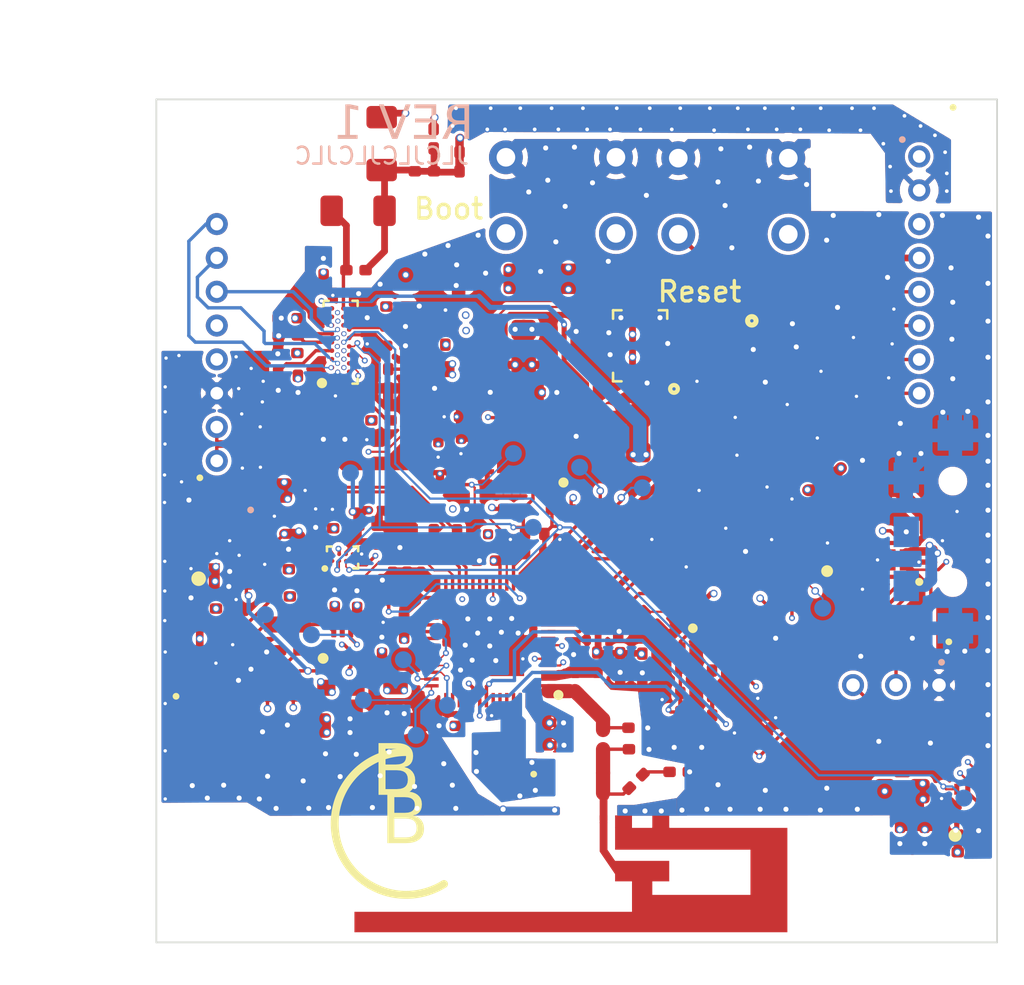
<source format=kicad_pcb>
(kicad_pcb (version 20221018) (generator pcbnew)
  (title_block (title "Beacon") (date "2023-09-02") (rev "1") (company "Beep Boop"))
  (layers (0 "F.Cu" signal) (1 "In1.Cu" signal) (2 "In2.Cu" signal) (3 "In3.Cu" signal) (4 "In4.Cu" signal) (31 "B.Cu" signal) (34 "B.Paste" user) (35 "F.Paste" user) (36 "B.SilkS" user "B.Silkscreen") (37 "F.SilkS" user "F.Silkscreen") (38 "B.Mask" user) (39 "F.Mask" user) (44 "Edge.Cuts" user))
  (net 0 "")
  (net 1 "Board_0-/Main_Board/+2V5")
  (net 2 "Board_0-/Main_Board/+3V3")
  (net 3 "Board_0-/Main_Board/+3V3_EXT")
  (net 4 "Board_0-/Main_Board/+5V")
  (net 5 "Board_0-/Main_Board/3V3_PG")
  (net 6 "Board_0-/Main_Board/AMB_INT")
  (net 7 "Board_0-/Main_Board/AUDIO_GND_SEN")
  (net 8 "Board_0-/Main_Board/AUDIO_HP")
  (net 9 "Board_0-/Main_Board/AUDIO_PU")
  (net 10 "Board_0-/Main_Board/AUDIO_SP")
  (net 11 "Board_0-/Main_Board/BAT_MEASURE")
  (net 12 "Board_0-/Main_Board/BAT_NINT")
  (net 13 "Board_0-/Main_Board/I2C0_SCLK")
  (net 14 "Board_0-/Main_Board/I2C0_SDA")
  (net 15 "Board_0-/Main_Board/I2C1_BCLK")
  (net 16 "Board_0-/Main_Board/I2C1_MISO")
  (net 17 "Board_0-/Main_Board/I2C1_SCLK")
  (net 18 "Board_0-/Main_Board/I2C1_SDA")
  (net 19 "Board_0-/Main_Board/I2S0_BCLK")
  (net 20 "Board_0-/Main_Board/I2S0_MCLK")
  (net 21 "Board_0-/Main_Board/I2S0_MISO")
  (net 22 "Board_0-/Main_Board/I2S0_MOSI")
  (net 23 "Board_0-/Main_Board/I2S0_WCLK")
  (net 24 "Board_0-/Main_Board/IMU_INT")
  (net 25 "Board_0-/Main_Board/MCU/VDD3P3")
  (net 26 "Board_0-/Main_Board/MCU/uC_XTAL_N")
  (net 27 "Board_0-/Main_Board/MCU/uC_XTAL_P")
  (net 28 "Board_0-/Main_Board/Regulators/3V3_EN")
  (net 29 "Board_0-/Main_Board/Regulators/BAT_P")
  (net 30 "Board_0-/Main_Board/Regulators/BAT_TS")
  (net 31 "Board_0-/Main_Board/Regulators/MODE")
  (net 32 "Board_0-/Main_Board/Regulators/SYS_PWR")
  (net 33 "Board_0-/Main_Board/Regulators/VSET")
  (net 34 "Board_0-/Main_Board/STAT_B")
  (net 35 "Board_0-/Main_Board/STAT_G")
  (net 36 "Board_0-/Main_Board/STAT_R")
  (net 37 "Board_0-/Main_Board/TACT_NINT")
  (net 38 "Board_0-/Main_Board/TACT_VIBRT")
  (net 39 "Board_0-/Main_Board/TACT_VIBRT_EXT")
  (net 40 "Board_0-/Main_Board/TOUCH_INT")
  (net 41 "Board_0-/Main_Board/USB_DN")
  (net 42 "Board_0-/Main_Board/USB_DP")
  (net 43 "Board_0-/Main_Board/uC_BOOT")
  (net 44 "Board_0-/Main_Board/uC_EN")
  (net 45 "Board_0-/Main_Board/uC_LNA")
  (net 46 "Board_0-GND")
  (net 47 "Board_0-Net-(AE801-Pad1)")
  (net 48 "Board_0-Net-(C804-Pad2)")
  (net 49 "Board_0-Net-(D501-Pad1)")
  (net 50 "Board_0-Net-(D501-Pad2)")
  (net 51 "Board_0-Net-(D501-Pad3)")
  (net 52 "Board_0-Net-(D801-Pad1)")
  (net 53 "Board_0-Net-(D801-Pad2)")
  (net 54 "Board_0-Net-(D801-Pad3)")
  (net 55 "Board_0-Net-(J501-Pin_1)")
  (net 56 "Board_0-Net-(PS501-SW)")
  (net 57 "Board_0-Net-(Q1301-PadG)")
  (net 58 "Board_0-Net-(R512-Pad1)")
  (net 59 "Board_0-Net-(R513-Pad1)")
  (net 60 "Board_0-Net-(R801-Pad1)")
  (net 61 "Board_0-Net-(SW501-C)")
  (net 62 "Board_0-Net-(U1001-REGOUT)")
  (net 63 "Board_0-Net-(U601-CPF_N)")
  (net 64 "Board_0-Net-(U601-CPF_P)")
  (net 65 "Board_0-Net-(U601-CPR_N)")
  (net 66 "Board_0-Net-(U601-CPR_P)")
  (net 67 "Board_0-Net-(U601-DACREF)")
  (net 68 "Board_0-Net-(U601-MIC1_N)")
  (net 69 "Board_0-Net-(U601-MIC1_P)")
  (net 70 "Board_0-Net-(U601-VDIG)")
  (net 71 "Board_0-Net-(U601-VMID)")
  (net 72 "Board_0-Net-(U601-VREF)")
  (net 73 "Board_0-Net-(U701-XTAL_32K_P)")
  (net 74 "Board_0-unconnected-(D503-A-Pad3)")
  (net 75 "Board_0-unconnected-(D507E-NC-Pad10)")
  (net 76 "Board_0-unconnected-(D507E-NC-Pad6)")
  (net 77 "Board_0-unconnected-(D507E-NC-Pad7)")
  (net 78 "Board_0-unconnected-(D507E-NC-Pad9)")
  (net 79 "Board_0-unconnected-(PS503-NC-Pad4)")
  (net 80 "Board_0-unconnected-(U1001-NCS-Pad22)")
  (net 81 "Board_0-unconnected-(U1001-Pad1)")
  (net 82 "Board_0-unconnected-(U1001-Pad14)")
  (net 83 "Board_0-unconnected-(U1001-Pad15)")
  (net 84 "Board_0-unconnected-(U1001-Pad16)")
  (net 85 "Board_0-unconnected-(U1001-Pad17)")
  (net 86 "Board_0-unconnected-(U1001-Pad19)")
  (net 87 "Board_0-unconnected-(U1001-Pad2)")
  (net 88 "Board_0-unconnected-(U1001-Pad20)")
  (net 89 "Board_0-unconnected-(U1001-Pad21)")
  (net 90 "Board_0-unconnected-(U1001-Pad3)")
  (net 91 "Board_0-unconnected-(U1001-Pad4)")
  (net 92 "Board_0-unconnected-(U1001-Pad5)")
  (net 93 "Board_0-unconnected-(U1001-Pad6)")
  (net 94 "Board_0-unconnected-(U1001-Pad7)")
  (net 95 "Board_0-unconnected-(U1001-PadEP)")
  (net 96 "Board_0-unconnected-(U1101-NC-Pad2)")
  (net 97 "Board_0-unconnected-(U601-AUX_L-PadC13)")
  (net 98 "Board_0-unconnected-(U601-AUX_R-PadD14)")
  (net 99 "Board_0-unconnected-(U601-HP_R-PadA5)")
  (net 100 "Board_0-unconnected-(U601-MIC2_N-PadC15)")
  (net 101 "Board_0-unconnected-(U601-MIC2_P-PadD16)")
  (net 102 "Board_0-unconnected-(U601-MICBIAS1-PadA15)")
  (net 103 "Board_0-unconnected-(U601-MICBIAS2-PadA17)")
  (net 104 "Board_0-unconnected-(U701-GPIO1-Pad6)")
  (net 105 "Board_0-unconnected-(U701-GPIO17-Pad23)")
  (net 106 "Board_0-unconnected-(U701-GPIO18-Pad24)")
  (net 107 "Board_0-unconnected-(U701-GPIO3-Pad8)")
  (net 108 "Board_0-unconnected-(U701-GPIO38-Pad43)")
  (net 109 "Board_0-unconnected-(U701-GPIO45-Pad51)")
  (net 110 "Board_0-unconnected-(U701-GPIO46-Pad52)")
  (net 111 "Board_0-unconnected-(U701-MTCK-Pad44)")
  (net 112 "Board_0-unconnected-(U701-MTDO-Pad45)")
  (net 113 "Board_0-unconnected-(U701-SPICLK-Pad33)")
  (net 114 "Board_0-unconnected-(U701-SPICLK_N-Pad36)")
  (net 115 "Board_0-unconnected-(U701-SPICLK_P-Pad37)")
  (net 116 "Board_0-unconnected-(U701-SPICS0-Pad32)")
  (net 117 "Board_0-unconnected-(U701-SPICS1-Pad28)")
  (net 118 "Board_0-unconnected-(U701-SPID-Pad35)")
  (net 119 "Board_0-unconnected-(U701-SPIHD-Pad30)")
  (net 120 "Board_0-unconnected-(U701-SPIQ-Pad34)")
  (net 121 "Board_0-unconnected-(U701-SPIWP-Pad31)")
  (net 122 "Board_0-unconnected-(U701-U0RXD-Pad50)")
  (net 123 "Board_0-unconnected-(U701-XTAL_32K_N-Pad22)")
  (net 124 "Board_0-unconnected-(Y701-Pad2)")
  (footprint "Footprint_Library:0402_1005Metric_Handsolder" (layer "F.Cu") (at 199.314322 33.423787 180)
    (fp_text reference "C619" hide)
    (fp_text value "1u00_0402_10")
  )
  (footprint "Footprint_Library:0402_1005Metric_Handsolder" (layer "F.Cu") (at 202.236822 33.931287 -90)
    (fp_text reference "C601" hide)
    (fp_text value "????_0402_25" hide)
  )
  (footprint "Footprint_Library:0402_CUT-N-JUMP" (layer "F.Cu") (at 210.481139 55.531149 135)
    (fp_text reference "J804" hide)
    (fp_text value "0402" hide)
  )
  (footprint "Footprint_Library:0402_1005Metric_Handsolder" (layer "F.Cu") (at 208.374322 37.313787 180)
    (fp_text reference "C1003" hide)
    (fp_text value "10n0_0402_25" hide)
  )
  (footprint "Footprint_Library:0402_1005Metric_Handsolder" (layer "F.Cu") (at 198.866822 46.315787 180)
    (fp_text reference "C513" hide)
    (fp_text value "????_0402_10" hide)
  )
  (footprint "Footprint_Library:0402_1005Metric_Handsolder" (layer "F.Cu") (at 199.324322 32.243787)
    (fp_text reference "C612" hide)
    (fp_text value "1u00_0402_10")
  )
  (footprint "Footprint_Library:Mounting_Hole_M3" (layer "F.Cu") (at 231.576922 67.590687)
    (fp_text reference "" hide)
    (fp_text value "")
  )
  (footprint "Footprint_Library:0402_1005Metric_Handsolder" (layer "F.Cu") (at 198.516822 48.983787 90)
    (fp_text reference "C507" hide)
    (fp_text value "100n_0402_16" hide)
  )
  (footprint "Footprint_Library:0402_1005Metric_Handsolder" (layer "F.Cu") (at 213.654322 58.413787 180)
    (fp_text reference "C802" hide)
    (fp_text value "3p30_0402_50_N" hide)
  )
  (footprint "Footprint_Library:0603_1608Metric_Handsolder" (layer "F.Cu") (at 211.567822 39.666887 90)
    (fp_text reference "R1201" hide)
    (fp_text value "0000_0805_010")
  )
  (footprint "Footprint_Library:0402_1005Metric_Handsolder" (layer "F.Cu") (at 190.046822 57.226287 90)
    (fp_text reference "R511" hide)
    (fp_text value "0470_0402_010" hide)
  )
  (footprint "Footprint_Library:0402_CUT-N-JUMP" (layer "F.Cu") (at 210.832422 48.344987 180)
    (fp_text reference "J705" hide)
    (fp_text value "0402" hide)
  )
  (footprint "Footprint_Library:0402_1005Metric_Handsolder" (layer "F.Cu") (at 199.314322 34.563787 180)
    (fp_text reference "C603" hide)
    (fp_text value "1u00_0402_10")
  )
  (footprint "Footprint_Library:CLYBA-FKA-CFHHKL9BBB7a363" (layer "F.Cu") (at 187.726822 53.283787 90)
    (fp_text reference "D501" hide)
    (fp_text value "CLYBA-FKA" hide)
  )
  (footprint "Footprint_Library:0402_1005Metric_Handsolder" (layer "F.Cu") (at 192.949322 32.933787)
    (fp_text reference "C604" hide)
    (fp_text value "1u00_0402_10")
  )
  (footprint "Footprint_Library:1206_3216Metric_Handsolder" (layer "F.Cu") (at 201.479322 30.373787)
    (fp_text reference "C611" hide)
    (fp_text value "1u00_1206_10_T")
  )
  (footprint "Footprint_Library:0402_1005Metric_Handsolder" (layer "F.Cu") (at 201.546822 22.326287 90)
    (fp_text reference "C609" hide)
    (fp_text value "1u00_0402_10")
  )
  (footprint "Footprint_Library:DA721201UM2" (layer "F.Cu") (at 196.046822 34.353787 90)
    (fp_text reference "U601" hide)
    (fp_text value "DA7212-01UM2")
  )
  (footprint "Footprint_Library:Mounting_Hole_M3" (layer "F.Cu") (at 189.016922 22.171687)
    (fp_text reference "REF**" hide)
    (fp_text value "Mounting_Hole_M3")
  )
  (footprint "Footprint_Library:0402_1005Metric_Handsolder" (layer "F.Cu") (at 192.954322 33.953787)
    (fp_text reference "C615" hide)
    (fp_text value "1u00_0402_10")
  )
  (footprint "Footprint_Library:A12AP" (layer "F.Cu") (at 228.956822 55.723787 -90)
    (fp_text reference "SW501" hide)
    (fp_text value "SW_SPDT" hide)
  )
  (footprint "Footprint_Library:0402_1005Metric_Handsolder" (layer "F.Cu") (at 186.436822 60.006287 90)
    (fp_text reference "R516" hide)
    (fp_text value "0470_0402_010" hide)
  )
  (footprint "Footprint_Library:0402_1005Metric_Handsolder" (layer "F.Cu") (at 196.959322 30.093787)
    (fp_text reference "C608" hide)
    (fp_text value "1u00_0402_10")
  )
  (footprint "Footprint_Library:0402_CUT-N-JUMP" (layer "F.Cu") (at 206.971822 46.228787 90)
    (fp_text reference "J703" hide)
    (fp_text value "0402" hide)
  )
  (footprint "Footprint_Library:0402_CUT-N-JUMP" (layer "F.Cu") (at 201.026822 24.273787)
    (fp_text reference "J605" hide)
    (fp_text value "0402")
  )
  (footprint "Footprint_Library:0603_1608Metric_Handsolder" (layer "F.Cu") (at 192.894322 51.021287)
    (fp_text reference "R504" hide)
    (fp_text value "27k4_0603_010" hide)
  )
  (footprint "Footprint_Library:0402_1005Metric_Handsolder" (layer "F.Cu") (at 209.104322 44.243787)
    (fp_text reference "R702" hide)
    (fp_text value "4k70_0402_010" hide)
  )
  (footprint "Footprint_Library:0402_CUT-N-JUMP" (layer "F.Cu") (at 208.111822 46.228787 90)
    (fp_text reference "J704" hide)
    (fp_text value "0402" hide)
  )
  (footprint "Footprint_Library:1206_3216Metric_Handsolder" (layer "F.Cu") (at 198.476822 22.593787 90)
    (fp_text reference "C610" hide)
    (fp_text value "1u00_1206_10_T")
  )
  (footprint "Footprint_Library:0402_1005Metric_Handsolder" (layer "F.Cu") (at 190.056822 59.986287 90)
    (fp_text reference "J502" hide)
    (fp_text value "0402" hide)
  )
  (footprint "Footprint_Library:LTR303ALS01" (layer "F.Cu") (at 233.106822 61.681287 90)
    (fp_text reference "U1101" hide)
    (fp_text value "LTR-303ALS" hide)
  )
  (footprint "Footprint_Library:0402_1005Metric_Handsolder" (layer "F.Cu") (at 195.041522 45.350587)
    (fp_text reference "C505" hide)
    (fp_text value "1u00_0402_10" hide)
  )
  (footprint "Footprint_Library:0402_1005Metric_Handsolder" (layer "F.Cu") (at 188.156822 57.231287 90)
    (fp_text reference "R512" hide)
    (fp_text value "0470_0402_010" hide)
  )
  (footprint "Footprint_Library:0805_2012Metric_Handsolder" (layer "F.Cu") (at 199.276822 55.601287 90)
    (fp_text reference "C503" hide)
    (fp_text value "10u0_0805_16" hide)
  )
  (footprint "Footprint_Library:0402_CUT-N-JUMP" (layer "F.Cu") (at 203.101822 23.661287 90)
    (fp_text reference "J604" hide)
    (fp_text value "0402" hide)
  )
  (footprint "Footprint_Library:0402_1005Metric_Handsolder" (layer "F.Cu") (at 191.816822 54.693787 -90)
    (fp_text reference "R501" hide)
    (fp_text value "????_0402_010" hide)
  )
  (footprint "Footprint_Library:0402_1005Metric_Handsolder" (layer "F.Cu") (at 211.216822 53.266287 -90)
    (fp_text reference "L701" hide)
    (fp_text value "2n00_0402_1A0_P" hide)
  )
  (footprint "Footprint_Library:0402_1005Metric_Handsolder" (layer "F.Cu") (at 211.884322 51.333787 180)
    (fp_text reference "C706" hide)
    (fp_text value "100n_0402_16" hide)
  )
  (footprint "Footprint_Library:0402_1005Metric_Handsolder" (layer "F.Cu") (at 193.049322 52.571287)
    (fp_text reference "R503" hide)
    (fp_text value "????_0402_010" hide)
  )
  (footprint "Footprint_Library:XRCGB40M000F1S2FR0" (layer "F.Cu") (at 205.73502 60.147721 -135)
    (fp_text reference "Y701" hide)
    (fp_text value "40MHz-0706-4P" hide)
  )
  (footprint "Footprint_Library:0805_2012Metric_Handsolder" (layer "F.Cu") (at 195.906822 57.031287 180)
    (fp_text reference "C502" hide)
    (fp_text value "10u0_0805_16" hide)
  )
  (footprint "Footprint_Library:0402_1005Metric_Handsolder" (layer "F.Cu") (at 198.496822 52.211287 -90)
    (fp_text reference "C512" hide)
    (fp_text value "????_0402_10" hide)
  )
  (footprint "Footprint_Library:0402_CUT-N-JUMP" (layer "F.Cu") (at 202.906822 46.063787 -90)
    (fp_text reference "J1609" hide)
    (fp_text value "0402")
  )
  (footprint "Footprint_Library:UHD1110FKACL1A13r3q1BBQFMF3" (layer "F.Cu") (at 217.724422 50.449187 90)
    (fp_text reference "D801" hide)
    (fp_text value "UHD1110" hide)
  )
  (footprint "Footprint_Library:0402_1005Metric_Handsolder" (layer "F.Cu") (at 195.046822 39.453787 90)
    (fp_text reference "C617" hide)
    (fp_text value "1u00_0402_10")
  )
  (footprint "Footprint_Library:SOT23-5_Handsoldering" (layer "F.Cu") (at 189.533622 46.851787 90)
    (fp_text reference "PS503" hide)
    (fp_text value "MIC5504-5-SOT23")
  )
  (footprint "Footprint_Library:0402_1005Metric_Handsolder" (layer "F.Cu") (at 186.436822 57.336287 90)
    (fp_text reference "R513" hide)
    (fp_text value "1k00_0402_010" hide)
  )
  (footprint "Footprint_Library:PAD_SMALL" (layer "F.Cu") (at 204.761022 45.706187)
    (fp_text reference "J708" hide)
    (fp_text value "PAD_S" hide)
  )
  (footprint "Footprint_Library:0402_1005Metric_Handsolder" (layer "F.Cu") (at 216.406822 30.143787 180)
    (fp_text reference "R804" hide)
    (fp_text value "2k20_0402_010" hide)
  )
  (footprint "Footprint_Library:0402_1005Metric_Handsolder" (layer "F.Cu") (at 225.995422 45.900687 90)
    (fp_text reference "R509" hide)
    (fp_text value "10k0_0402_010" hide)
  )
  (footprint "Footprint_Library:0805_CUT-N-JUMP" (layer "F.Cu") (at 206.866622 34.655387 -90)
    (fp_text reference "J1001" hide)
    (fp_text value "0805" hide)
  )
  (footprint "Footprint_Library:0402_1005Metric_Handsolder" (layer "F.Cu") (at 193.526822 36.903787 90)
    (fp_text reference "C606" hide)
    (fp_text value "1u00_0402_10")
  )
  (footprint "Footprint_Library:Mounting_Hole_M3" (layer "F.Cu") (at 188.456922 66.760687)
    (fp_text reference "" hide)
    (fp_text value "")
  )
  (footprint "Footprint_Library:0402_CUT-N-JUMP" (layer "F.Cu") (at 199.831822 51.221287 90)
    (fp_text reference "J701" hide)
    (fp_text value "0402" hide)
  )
  (footprint "Footprint_Library:0402_1005Metric_Handsolder" (layer "F.Cu") (at 219.894422 53.521287 90)
    (fp_text reference "R802" hide)
    (fp_text value "0033_0402_010" hide)
  )
  (footprint "Footprint_Library:0603_1608Metric_Handsolder" (layer "F.Cu") (at 196.069322 54.801287 180)
    (fp_text reference "L501" hide)
    (fp_text value "22u0_0630_1A0_P" hide)
  )
  (footprint "Footprint_Library:0402_1005Metric_Handsolder" (layer "F.Cu") (at 222.168722 49.871787 180)
    (fp_text reference "R506" hide)
    (fp_text value "47k0_0402_010" hide)
  )
  (footprint "Footprint_Library:0402_1005Metric_Handsolder" (layer "F.Cu") (at 198.436822 38.973787)
    (fp_text reference "C613" hide)
    (fp_text value "1u00_0402_10")
  )
  (footprint "Footprint_Library:0402_1005Metric_Handsolder" (layer "F.Cu") (at 230.556822 63.568787 90)
    (fp_text reference "C1101" hide)
    (fp_text value "4u70_0402_10" hide)
  )
  (footprint "Footprint_Library:PESD4USB5BTBSX" (layer "F.Cu") (at 228.962322 47.222187 90)
    (fp_text reference "D507" hide)
    (fp_text value "PESD4USB5B" hide)
  )
  (footprint "Footprint_Library:0402_1005Metric_Handsolder" (layer "F.Cu") (at 197.026822 49.488787 -90)
    (fp_text reference "C501" hide)
    (fp_text value "4u70_0402_10" hide)
  )
  (footprint "Footprint_Library:0402_1005Metric_Handsolder" (layer "F.Cu") (at 196.276822 39.471287 90)
    (fp_text reference "C618" hide)
    (fp_text value "1u00_0402_10")
  )
  (footprint "Footprint_Library:0402_1005Metric_Handsolder" (layer "F.Cu") (at 206.279322 44.203787 180)
    (fp_text reference "R701" hide)
    (fp_text value "4k70_0402_010" hide)
  )
  (footprint "Footprint_Library:0402_1005Metric_Handsolder" (layer "F.Cu") (at 204.836822 57.853787)
    (fp_text reference "C711" hide)
    (fp_text value "3p90_0402_25" hide)
  )
  (footprint "Footprint_Library:0402_1005Metric_Handsolder" (layer "F.Cu") (at 212.566822 53.301287 90)
    (fp_text reference "C705" hide)
    (fp_text value "1u00_0402_10" hide)
  )
  (footprint "Footprint_Library:1206_3216Metric_Handsolder" (layer "F.Cu") (at 226.384323 43.103787 180)
    (fp_text reference "F501" hide)
    (fp_text value "1A1_1206_08" hide)
  )
  (footprint "Footprint_Library:0402_1005Metric_Handsolder" (layer "F.Cu") (at 188.121422 50.097187)
    (fp_text reference "C533" hide)
    (fp_text value "1u00_0402_10")
  )
  (footprint "Footprint_Library:0402_1005Metric_Handsolder" (layer "F.Cu") (at 205.459322 37.313787)
    (fp_text reference "C1004" hide)
    (fp_text value "1u00_0402_10" hide)
  )
  (footprint "Footprint_Library:0402_1005Metric_Handsolder" (layer "F.Cu") (at 204.666822 47.263787)
    (fp_text reference "C703" hide)
    (fp_text value "100n_0402_16" hide)
  )
  (footprint "Footprint_Library:0402_1005Metric_Handsolder" (layer "F.Cu") (at 214.392739 50.689704 135)
    (fp_text reference "C508" hide)
    (fp_text value "100n_0402_16" hide)
  )
  (footprint "Footprint_Library:0402_1005Metric_Handsolder" (layer "F.Cu") (at 193.619322 49.381287 180)
    (fp_text reference "R502" hide)
    (fp_text value "????_0402_010" hide)
  )
  (footprint "Footprint_Library:0402_1005Metric_Handsolder" (layer "F.Cu") (at 198.866822 36.513787 90)
    (fp_text reference "C602" hide)
    (fp_text value "????_0402_25" hide)
  )
  (footprint "Footprint_Library:0402_1005Metric_Handsolder" (layer "F.Cu") (at 211.556822 57.843787 90)
    (fp_text reference "L801" hide)
    (fp_text value "2n00_0402_???_R" hide)
  )
  (footprint "Footprint_Library:0402_1005Metric_Handsolder" (layer "F.Cu") (at 208.206822 60.081287 90)
    (fp_text reference "C710" hide)
    (fp_text value "3p90_0402_25" hide)
  )
  (footprint "Footprint_Library:0402_1005Metric_Handsolder" (layer "F.Cu") (at 208.844322 58.183787 180)
    (fp_text reference "C702" hide)
    (fp_text value "100n_0402_16" hide)
  )
  (footprint "Footprint_Library:BGA8C40P2X4_104X159X50" (layer "F.Cu") (at 196.166822 47.081287 90)
    (fp_text reference "PS502" hide)
    (fp_text value "BQ21080" hide)
  )
  (footprint "Footprint_Library:0402_1005Metric_Handsolder" (layer "F.Cu") (at 216.055322 39.559387 180)
    (fp_text reference "C1202" hide)
    (fp_text value "100n_0402_16" hide)
  )
  (footprint "Footprint_Library:0402_1005Metric_Handsolder" (layer "F.Cu") (at 202.483722 42.773187)
    (fp_text reference "R1001" hide)
    (fp_text value "47k0_0402_010" hide)
  )
  (footprint "Footprint_Library:0402_1005Metric_Handsolder" (layer "F.Cu") (at 188.146822 59.891287 90)
    (fp_text reference "R515" hide)
    (fp_text value "0033_0402_010" hide)
  )
  (footprint "Footprint_Library:0402_CUT-N-JUMP" (layer "F.Cu") (at 217.979422 55.871287 -90)
    (fp_text reference "J801" hide)
    (fp_text value "0402" hide)
  )
  (footprint "Footprint_Library:0402_1005Metric_Handsolder" (layer "F.Cu") (at 213.626822 57.143787 180)
    (fp_text reference "C803" hide)
    (fp_text value "3p60_0402_50_N" hide)
  )
  (footprint "Footprint_Library:0805_CUT-N-JUMP" (layer "F.Cu") (at 213.637822 39.826887 90)
    (fp_text reference "J1201" hide)
    (fp_text value "0805" hide)
  )
  (footprint "Footprint_Library:0402_1005Metric_Handsolder" (layer "F.Cu") (at 213.506822 60.313787 -135)
    (fp_text reference "L802" hide)
    (fp_text value "20n0_0402_???_R" hide)
  )
  (footprint "Footprint_Library:0402_1005Metric_Handsolder" (layer "F.Cu") (at 218.516822 33.131287 90)
    (fp_text reference "R1301" hide)
    (fp_text value "0220_0402_010" hide)
  )
  (footprint "Footprint_Library:0402_1005Metric_Handsolder" (layer "F.Cu") (at 187.505722 43.674187)
    (fp_text reference "C534" hide)
    (fp_text value "1u00_0402_10")
  )
  (footprint "Footprint_Library:0402_1005Metric_Handsolder" (layer "F.Cu") (at 233.082022 64.502187 180)
    (fp_text reference "R1101" hide)
    (fp_text value "10k0_0402_010" hide)
  )
  (footprint "Footprint_Library:Testpoint_Pad_D1.0mm" (layer "F.Cu") (at 186.434922 45.757687)
    (fp_text reference "TP509" hide)
    (fp_text value "2V5")
  )
  (footprint "Footprint_Library:0402_1005Metric_Handsolder" (layer "F.Cu") (at 220.742739 57.84227 -135)
    (fp_text reference "R508" hide)
    (fp_text value "220k_0402_010" hide)
  )
  (footprint "Footprint_Library:0402_CUT-N-JUMP" (layer "F.Cu") (at 211.611822 60.448787 90)
    (fp_text reference "J803" hide)
    (fp_text value "0402" hide)
  )
  (footprint "Footprint_Library:SOT-583-8" (layer "F.Cu") (at 196.396822 52.203787 90)
    (fp_text reference "PS501" hide)
    (fp_text value "TPS629206")
  )
  (footprint "Footprint_Library:0402_1005Metric_Handsolder" (layer "F.Cu") (at 226.005422 48.615687 90)
    (fp_text reference "R510" hide)
    (fp_text value "15k0_0402_010" hide)
  )
  (footprint "Footprint_Library:0402_1005Metric_Handsolder" (layer "F.Cu") (at 190.676722 52.319587 90)
    (fp_text reference "J410" hide)
    (fp_text value "0402")
  )
  (footprint "Footprint_Library:0402_1005Metric_Handsolder" (layer "F.Cu") (at 197.665722 45.198187 180)
    (fp_text reference "C506" hide)
    (fp_text value "1u00_0402_10" hide)
  )
  (footprint "Footprint_Library:0402_1005Metric_Handsolder" (layer "F.Cu") (at 213.876822 53.331287 90)
    (fp_text reference "C704" hide)
    (fp_text value "????_0402_10" hide)
  )
  (footprint "Footprint_Library:QFN50P400X400X95-25N-D" (layer "F.Cu") (at 206.666822 40.763787 180)
    (fp_text reference "U1001" hide)
    (fp_text value "ICM-20689" hide)
  )
  (footprint "Footprint_Library:SW_PUSH_6mm" (layer "F.Cu") (at 222.500522 27.971687 180)
    (fp_text reference "SW802" hide)
    (fp_text value "SW_Push")
  )
  (footprint "Footprint_Library:SOT23_Handsolder" (layer "F.Cu") (at 222.718822 46.874587 180)
    (fp_text reference "D503" hide)
    (fp_text value "BZX84C5V6-TP" hide)
  )
  (footprint "Footprint_Library:0402_1005Metric_Handsolder" (layer "F.Cu") (at 203.166822 40.566287 90)
    (fp_text reference "C1001" hide)
    (fp_text value "100n_0402_16" hide)
  )
  (footprint "Footprint_Library:0402_1005Metric_Handsolder" (layer "F.Cu") (at 199.976822 48.543787 -90)
    (fp_text reference "C708" hide)
    (fp_text value "100n_0402_16" hide)
  )
  (footprint "PCM_kikit:Board" (layer "F.Cu") (at 185.466922 19.971687)
    (fp_text reference "Main")
    (fp_text value "Board")
  )
  (footprint "Footprint_Library:CONN_1x08_P2.00mm_Horizontal" (layer "F.Cu") (at 230.236822 30.373787 -90)
    (fp_text reference "J101" hide)
    (fp_text value "Conn_01x08_Pin" hide)
  )
  (footprint "Footprint_Library:0402_1005Metric_Handsolder" (layer "F.Cu") (at 193.559322 47.773787 180)
    (fp_text reference "R507" hide)
    (fp_text value "47k0_0402_010" hide)
  )
  (footprint "Footprint_Library:0402_1005Metric_Handsolder" (layer "F.Cu") (at 202.289322 57.033787)
    (fp_text reference "C709" hide)
    (fp_text value "100n_0402_16" hide)
  )
  (footprint "Footprint_Library:0402_1005Metric_Handsolder" (layer "F.Cu") (at 193.326822 54.668787 -90)
    (fp_text reference "R505" hide)
    (fp_text value "47k0_0402_010" hide)
  )
  (footprint "Footprint_Library:0402_CUT-N-JUMP" (layer "F.Cu") (at 216.096822 55.671287 -90)
    (fp_text reference "J802" hide)
    (fp_text value "0402" hide)
  )
  (footprint "Footprint_Library:0402_1005Metric_Handsolder" (layer "F.Cu") (at 195.046822 29.806287 -90)
    (fp_text reference "C605" hide)
    (fp_text value "1u00_0402_10")
  )
  (footprint "Footprint_Library:QFN40P700X700X90-57N-D" (layer "F.Cu") (at 204.866822 52.063787 180)
    (fp_text reference "U701" hide)
    (fp_text value "ESP32-S3FH4R2" hide)
  )
  (footprint "Footprint_Library:1206_3216Metric_Handsolder" (layer "F.Cu") (at 197.104322 26.583787)
    (fp_text reference "C607" hide)
    (fp_text value "1u00_1206_10_T")
  )
  (footprint "Footprint_Library:1206_3216Metric_Handsolder" (layer "F.Cu") (at 207.876822 30.603787 180)
    (fp_text reference "F201" hide)
    (fp_text value "1A1_1206_08" hide)
  )
  (footprint "Footprint_Library:0402_CUT-N-JUMP" (layer "F.Cu") (at 201.531822 46.051287 -90)
    (fp_text reference "J1610" hide)
    (fp_text value "0402")
  )
  (footprint "Footprint_Library:0805_CUT-N-JUMP" (layer "F.Cu") (at 191.559822 43.121787)
    (fp_text reference "J603" hide)
    (fp_text value "0805")
  )
  (footprint "Footprint_Library:0402_1005Metric_Handsolder" (layer "F.Cu") (at 217.994422 53.199187 90)
    (fp_text reference "R803" hide)
    (fp_text value "0220_0402_010" hide)
  )
  (footprint "Footprint_Library:SW_PUSH_6mm" (layer "F.Cu") (at 212.316922 27.921687 180)
    (fp_text reference "SW801" hide)
    (fp_text value "SW_Push")
  )
  (footprint "Footprint_Library:0402_1005Metric_Handsolder" (layer "F.Cu") (at 192.356822 36.683787 90)
    (fp_text reference "C614" hide)
    (fp_text value "1u00_0402_10")
  )
  (footprint "Footprint_Library:0402_1005Metric_Handsolder" (layer "F.Cu") (at 219.844422 50.859187 90)
    (fp_text reference "R801" hide)
    (fp_text value "0470_0402_010" hide)
  )
  (footprint "Footprint_Library:0402_1005Metric_Handsolder" (layer "F.Cu") (at 202.539322 38.763787)
    (fp_text reference "C1002" hide)
    (fp_text value "4u70_0402_10" hide)
  )
  (footprint "Footprint_Library:0402_1005Metric_Handsolder" (layer "F.Cu") (at 201.826822 40.771287 90)
    (fp_text reference "C1005" hide)
    (fp_text value "????_0402_10" hide)
  )
  (footprint "Footprint_Library:0402_1005Metric_Handsolder" (layer "F.Cu") (at 208.816822 56.853787 180)
    (fp_text reference "C701" hide)
    (fp_text value "1u00_0402_10" hide)
  )
  (footprint "Footprint_Library:0603_CUT-N-JUMP" (layer "F.Cu") (at 201.391822 35.943787)
    (fp_text reference "J601" hide)
    (fp_text value "0603")
  )
  (footprint "Footprint_Library:0402_1005Metric_Handsolder" (layer "F.Cu") (at 213.239322 30.173787)
    (fp_text reference "C801" hide)
    (fp_text value "100n_0402_16" hide)
  )
  (footprint "Footprint_Library:0402_1005Metric_Handsolder" (layer "F.Cu") (at 209.916822 53.273787 -90)
    (fp_text reference "C707" hide)
    (fp_text value "100n_0402_16" hide)
  )
  (footprint "Footprint_Library:0805_CUT-N-JUMP" (layer "F.Cu") (at 229.234322 60.896287)
    (fp_text reference "J1101" hide)
    (fp_text value "0805" hide)
  )
  (footprint "Footprint_Library:MP34DT05TRA" (layer "F.Cu") (at 213.747822 34.564387 180)
    (fp_text reference "MK1201" hide)
    (fp_text value "MP34DT05-A" hide)
  )
  (footprint "Footprint_Library:0402_1005Metric_Handsolder" (layer "F.Cu") (at 216.054322 59.753787 180)
    (fp_text reference "C804" hide)
    (fp_text value "100n_0402_16" hide)
  )
  (footprint "Footprint_Library:0402_1005Metric_Handsolder" (layer "F.Cu") (at 193.559622 46.518987)
    (fp_text reference "C504" hide)
    (fp_text value "1u00_0402_10" hide)
  )
  (footprint "Footprint_Library:0402_1005Metric_Handsolder" (layer "F.Cu") (at 192.926822 34.993787)
    (fp_text reference "C616" hide)
    (fp_text value "1u00_0402_10")
  )
  (footprint "Footprint_Library:0402_CUT-N-JUMP" (layer "F.Cu") (at 206.641822 57.601287 -90)
    (fp_text reference "J702" hide)
    (fp_text value "0402" hide)
  )
  (footprint "Footprint_Library:0402_1005Metric_Handsolder" (layer "F.Cu") (at 216.124422 53.016687 90)
    (fp_text reference "R805" hide)
    (fp_text value "0220_0402_010" hide)
  )
  (footprint "Footprint_Library:0402_1005Metric_Handsolder" (layer "F.Cu") (at 216.070322 38.279387 180)
    (fp_text reference "C1201" hide)
    (fp_text value "4u70_0402_10" hide)
  )
  (footprint "Footprint_Library:0402_1005Metric_Handsolder" (layer "F.Cu") (at 195.706822 49.453787 -90)
    (fp_text reference "C511" hide)
    (fp_text value "????_0402_10" hide)
  )
  (footprint "Footprint_Library:2.4GHz_Inverted_F_Antenna" (layer "F.Cu") (at 196.866822 69.233787 180)
    (fp_text reference "AE801" hide)
    (fp_text value "F-ANTENNA" hide)
  )
  (footprint "Footprint_Library:0402_1005Metric_Handsolder" (layer "F.Cu") (at 229.106822 63.568787 90)
    (fp_text reference "C1102" hide)
    (fp_text value "100n_0402_16" hide)
  )
  (footprint "Footprint_Library:Testpoint_Pad_D1.0mm" (layer "F.Cu") (at 192.645222 58.507787)
    (fp_text reference "TP501" hide)
    (fp_text value "3V3")
  )
  (footprint "Footprint_Library:TBAT54CLM" (layer "F.Cu") (at 221.896822 31.643787 90)
    (fp_text reference "Q1301" hide)
    (fp_text value "T2N7002AK,LM" hide)
  )
  (footprint "Footprint_Library:0402_CUT-N-JUMP" (layer "F.Cu") (at 210.840722 49.618187 180)
    (fp_text reference "J706" hide)
    (fp_text value "0402" hide)
  )
  (footprint "Footprint_Library:Testpoint_Pad_D1.0mm" (layer "B.Cu") (at 200.519222 57.593387 180)
    (fp_text reference "TP705" hide)
    (fp_text value "I2S0_BCLK")
  )
  (footprint "Footprint_Library:LEAF_17461421" (layer "B.Cu") (at 231.596822 45.563787 90)
    (fp_text reference "J501" hide)
    (fp_text value "Conn_01x03_Pin" hide)
  )
  (footprint "Footprint_Library:Testpoint_Pad_D1.0mm" (layer "B.Cu") (at 207.428022 45.299787 180)
    (fp_text reference "TP708" hide)
    (fp_text value "I2C0_SCLK")
  )
  (footprint "Footprint_Library:Testpoint_Pad_D1.0mm" (layer "B.Cu") (at 210.171222 41.743787 180)
    (fp_text reference "TP704" hide)
    (fp_text value "I2S1_MISO")
  )
  (footprint "Footprint_Library:Testpoint_Pad_D1.0mm" (layer "B.Cu") (at 202.348022 55.815387 180)
    (fp_text reference "TP703" hide)
    (fp_text value "I2S0_WCLK")
  )
  (footprint "Footprint_Library:Testpoint_Pad_D1.0mm" (layer "B.Cu") (at 191.603822 50.455987 180)
    (fp_text reference "TP504" hide)
    (fp_text value "3V3_PG")
  )
  (footprint "Footprint_Library:CONN_1x08_P2.00mm_Horizontal" (layer "B.Cu") (at 188.733622 34.368387 90)
    (fp_text reference "J106" hide)
    (fp_text value "Conn_01x08_Pin")
  )
  (footprint "Footprint_Library:Testpoint_Pad_D1.0mm" (layer "B.Cu") (at 197.395022 55.510587 180)
    (fp_text reference "TP706" hide)
    (fp_text value "I2S0_MISO")
  )
  (footprint "Footprint_Library:Testpoint_Pad_D1.0mm" (layer "B.Cu") (at 194.321622 51.649787 180)
    (fp_text reference "TP502" hide)
    (fp_text value "SYS_PWR")
  )
  (footprint "Footprint_Library:Testpoint_Pad_D1.0mm" (layer "B.Cu") (at 199.757222 53.122987 180)
    (fp_text reference "TP707" hide)
    (fp_text value "I2S0_MOSI")
  )
  (footprint "Footprint_Library:Testpoint_Pad_D1.0mm" (layer "B.Cu") (at 232.878822 61.301787 180)
    (fp_text reference "TP709" hide)
    (fp_text value "I2C0_SDA")
  )
  (footprint "Footprint_Library:Testpoint_Pad_D1.0mm" (layer "B.Cu") (at 196.633022 42.073987 180)
    (fp_text reference "TP503" hide)
    (fp_text value "BAT_P")
  )
  (footprint "Footprint_Library:Testpoint_Pad_D1.0mm" (layer "B.Cu") (at 201.789222 51.446587 180)
    (fp_text reference "TP701" hide)
    (fp_text value "I2S0_MCLK")
  )
  (footprint "Footprint_Library:Testpoint_Pad_D1.0mm" (layer "B.Cu") (at 206.259622 40.930987 180)
    (fp_text reference "TP1001" hide)
    (fp_text value "IMU_INT")
  )
  (footprint "Footprint_Library:Testpoint_Pad_D1.0mm" (layer "B.Cu") (at 213.879622 42.962987 180)
    (fp_text reference "TP702" hide)
    (fp_text value "I2S1_BCLK")
  )
  (footprint "Footprint_Library:Testpoint_Pad_D1.0mm" (layer "B.Cu") (at 224.534922 50.075687 180)
    (fp_text reference "TP505" hide)
    (fp_text value "BAT_MEASURE")
  )
  (gr_arc (start 202.157521 66.382487) (mid 195.850322 63.915249) (end 200.022807 58.580608) (stroke (width 0.47)) (layer "F.SilkS"))
  (gr_line (start 234.836822 20) (end 234.836822 69.833787) (stroke (width 0.1)) (layer "Edge.Cuts"))
  (gr_line (start 185.163178 20) (end 185.163178 20) (stroke (width 0.1)) (layer "Edge.Cuts"))
  (gr_line (start 234.836822 69.833787) (end 185.163178 69.833787) (stroke (width 0.1)) (layer "Edge.Cuts"))
  (gr_line (start 185.163178 69.833787) (end 185.163178 20) (stroke (width 0.1)) (layer "Edge.Cuts"))
  (gr_line (start 185.163178 20) (end 234.836822 20) (stroke (width 0.1)) (layer "Edge.Cuts"))
  (gr_text "JLCJLCJLCJLC" (at 203.716922 23.921687) (layer "B.SilkS") (effects (font (size 1 1)) (justify left bottom mirror)))
  (gr_text "REV 1" (at 203.916922 22.671687) (layer "B.SilkS") (effects (font (size 2 2) (thickness 0.375)) (justify left bottom mirror)))
  (gr_text "B" (at 197.878184 61.620214) (layer "F.SilkS") (effects (font (size 3 3) (thickness 0.625) italic) (justify left bottom)))
  (gr_text "Boot" (at 200.266922 27.164887) (layer "F.SilkS") (effects (font (size 1.2 1.2) (thickness 0.2) bold) (justify left bottom)))
  (gr_text "Reset" (at 214.666922 32.067087) (layer "F.SilkS") (effects (font (size 1.2 1.2) (thickness 0.2) bold) (justify left bottom)))
  (gr_text "B" (at 198.398321 64.477488) (layer "F.SilkS") (effects (font (size 3 3) (thickness 0.625) italic) (justify left bottom)))
  (segment (start 209.256822 35.495387) (end 209.256822 33.310987) (width 0.3) (layer "F.Cu") (net 1))
  (segment (start 188.583622 45.501787) (end 186.446422 45.501787) (width 0.25) (layer "F.Cu") (net 1))
  (segment (start 186.269822 52.691187) (end 186.269822 47.815587) (width 0.25) (layer "F.Cu") (net 1))
  (segment (start 188.073222 43.674187) (end 188.583622 44.184587) (width 0.8) (layer "F.Cu") (net 1))
  (segment (start 188.526822 52.339187) (end 188.526822 51.883787) (width 0.2) (layer "F.Cu") (net 1))
  (segment (start 189.646422 43.121787) (end 190.522322 43.121787) (width 0.8) (layer "F.Cu") (net 1))
  (segment (start 193.666822 32.933787) (end 193.635822 32.980787) (width 0.2) (layer "F.Cu") (net 1))
  (segment (start 210.577622 39.519187) (end 210.577622 36.816187) (width 0.3) (layer "F.Cu") (net 1))
  (segment (start 188.583622 44.184587) (end 188.583622 45.911787) (width 0.8) (layer "F.Cu") (net 1))
  (segment (start 187.743022 53.122987) (end 188.526822 52.339187) (width 0.2) (layer "F.Cu") (net 1))
  (segment (start 188.583622 44.184587) (end 189.646422 43.121787) (width 0.8) (layer "F.Cu") (net 1))
  (segment (start 193.635822 32.980787) (end 193.516822 32.933787) (width 0.2) (layer "F.Cu") (net 1))
  (segment (start 194.586822 33.853787) (end 193.666822 32.933787) (width 0.2) (layer "F.Cu") (net 1))
  (segment (start 211.587822 40.529387) (end 210.577622 39.519187) (width 0.3) (layer "F.Cu") (net 1))
  (segment (start 192.597322 43.121787) (end 190.522322 43.121787) (width 1.3) (layer "F.Cu") (net 1))
  (segment (start 186.269822 52.691187) (end 186.701622 53.122987) (width 0.2) (layer "F.Cu") (net 1))
  (segment (start 186.701622 53.122987) (end 187.743022 53.122987) (width 0.2) (layer "F.Cu") (net 1))
  (segment (start 210.577622 36.816187) (end 209.256822 35.495387) (width 0.3) (layer "F.Cu") (net 1))
  (segment (start 186.446422 45.501787) (end 186.396822 45.452187) (width 0.25) (layer "F.Cu") (net 1))
  (segment (start 186.269822 47.815587) (end 188.583622 45.501787) (width 0.25) (layer "F.Cu") (net 1))
  (segment (start 195.536822 33.853787) (end 194.586822 33.853787) (width 0.2) (layer "F.Cu") (net 1))
  (via (at 195.886822 33.103787) (size 0.3) (drill 0.2) (layers "F.Cu" "B.Cu") (net 1))
  (via (at 192.924622 43.623387) (size 0.45) (drill 0.3) (layers "F.Cu" "B.Cu") (net 1))
  (via (at 193.356422 32.929987) (size 0.45) (drill 0.3) (layers "F.Cu" "B.Cu") (net 1))
  (via (at 195.866822 35.103787) (size 0.3) (drill 0.2) (layers "F.Cu" "B.Cu") (net 1))
  (via (at 195.032822 30.212187) (size 0.45) (drill 0.3) (layers "F.Cu" "B.Cu") (net 1))
  (via (at 209.256822 33.310987) (size 0.35) (drill 0.2) (layers "F.Cu" "B.Cu") (net 1))
  (via (at 194.918522 31.914687) (size 0.35) (drill 0.2) (layers "F.Cu" "B.Cu") (net 1))
  (via (at 192.721422 42.632787) (size 0.45) (drill 0.3) (layers "F.Cu" "B.Cu") (net 1))
  (via (at 193.534222 36.511387) (size 0.45) (drill 0.3) (layers "F.Cu" "B.Cu") (net 1))
  (segment (start 209.256822 33.209387) (end 208.342422 32.294987) (width 0.3) (layer "B.Cu") (net 1))
  (segment (start 209.256822 33.260187) (end 209.256822 33.209387) (width 0.3) (layer "B.Cu") (net 1))
  (segment (start 194.994022 31.990187) (end 194.918522 31.914687) (width 0.09) (layer "B.Cu") (net 1))
  (segment (start 204.227622 31.634587) (end 198.182422 31.634587) (width 0.2) (layer "B.Cu") (net 1))
  (segment (start 197.877622 31.990187) (end 194.994022 31.990187) (width 0.09) (layer "B.Cu") (net 1))
  (segment (start 198.182422 31.634587) (end 197.877622 31.939387) (width 0.2) (layer "B.Cu") (net 1))
  (segment (start 208.342422 32.294987) (end 204.888022 32.294987) (width 0.3) (layer "B.Cu") (net 1))
  (segment (start 204.888022 32.294987) (end 204.227622 31.634587) (width 0.3) (layer "B.Cu") (net 1))
  (segment (start 194.918522 31.914687) (end 194.982022 31.990187) (width 0.09) (layer "B.Cu") (net 1))
  (segment (start 206.866622 33.617887) (end 206.866622 35.692887) (width 1.2) (layer "F.Cu") (net 2))
  (segment (start 197.321822 33.928787) (end 197.313622 33.920587) (width 0.25) (layer "F.Cu") (net 2))
  (segment (start 196.556822 53.872987) (end 196.556822 53.644387) (width 0.2) (layer "F.Cu") (net 2))
  (segment (start 211.161822 52.653787) (end 211.263422 52.552187) (width 0.4) (layer "F.Cu") (net 2))
  (segment (start 211.216822 52.698787) (end 211.260022 52.741987) (width 0.4) (layer "F.Cu") (net 2))
  (segment (start 212.558822 52.653787) (end 212.531822 52.698787) (width 0.4) (layer "F.Cu") (net 2))
  (segment (start 214.197822 35.515387) (end 214.783622 36.101187) (width 0.2) (layer "F.Cu") (net 2))
  (segment (start 212.531822 52.698787) (end 212.566822 52.733787) (width 0.4) (layer "F.Cu") (net 2))
  (segment (start 205.229122 47.268987) (end 205.234322 47.263787) (width 0.2) (layer "F.Cu") (net 2))
  (segment (start 213.828822 52.780787) (end 213.790022 52.741987) (width 0.4) (layer "F.Cu") (net 2))
  (segment (start 213.845822 52.763787) (end 213.828822 52.780787) (width 0.4) (layer "F.Cu") (net 2))
  (segment (start 217.943622 49.211387) (end 217.424422 49.730587) (width 0.3) (layer "F.Cu") (net 2))
  (segment (start 211.263422 51.387187) (end 211.316822 51.333787) (width 0.4) (layer "F.Cu") (net 2))
  (segment (start 198.103622 33.920587) (end 197.330022 33.920587) (width 0.25) (layer "F.Cu") (net 2))
  (segment (start 214.197822 35.239387) (end 214.197822 35.515387) (width 0.2) (layer "F.Cu") (net 2))
  (segment (start 202.714822 57.033787) (end 202.703622 57.022587) (width 0.2) (layer "F.Cu") (net 2))
  (segment (start 209.790222 43.547187) (end 209.671822 43.665587) (width 0.2) (layer "F.Cu") (net 2))
  (segment (start 198.103622 33.920587) (end 198.746822 34.563787) (width 0.2) (layer "F.Cu") (net 2))
  (segment (start 205.091222 47.268987) (end 205.239522 47.268987) (width 0.2) (layer "F.Cu") (net 2))
  (segment (start 213.637822 38.789387) (end 213.637822 40.864387) (width 1.2) (layer "F.Cu") (net 2))
  (segment (start 198.866822 35.946287) (end 200.514322 35.946287) (width 0.2) (layer "F.Cu") (net 2))
  (segment (start 200.516822 35.943787) (end 202.241822 35.943787) (width 0.8) (layer "F.Cu") (net 2))
  (segment (start 205.091222 47.268987) (end 205.229122 47.268987) (width 0.2) (layer "F.Cu") (net 2))
  (segment (start 211.216822 52.698787) (end 211.161822 52.653787) (width 0.4) (layer "F.Cu") (net 2))
  (segment (start 193.254822 55.308287) (end 193.326822 55.236287) (width 0.2) (layer "F.Cu") (net 2))
  (segment (start 203.466822 56.423787) (end 203.466822 55.513787) (width 0.2) (layer "F.Cu") (net 2))
  (segment (start 202.868022 57.022587) (end 203.466822 56.423787) (width 0.2) (layer "F.Cu") (net 2))
  (segment (start 212.575022 52.741987) (end 212.566822 52.733787) (width 0.4) (layer "F.Cu") (net 2))
  (segment (start 205.466822 47.496287) (end 205.466822 48.613787) (width 0.2) (layer "F.Cu") (net 2))
  (segment (start 198.746822 34.563787) (end 198.746822 35.826287) (width 0.2) (layer "F.Cu") (net 2))
  (segment (start 191.730822 55.347287) (end 191.816822 55.261287) (width 0.2) (layer "F.Cu") (net 2))
  (segment (start 196.125022 52.221987) (end 196.252022 52.221987) (width 0.2) (layer "F.Cu") (net 2))
  (segment (start 211.260022 52.741987) (end 212.470622 52.741987) (width 0.4) (layer "F.Cu") (net 2))
  (segment (start 199.806822 50.678787) (end 199.806822 51.813787) (width 0.5) (layer "F.Cu") (net 2))
  (segment (start 212.470622 52.741987) (end 212.558822 52.653787) (width 0.4) (layer "F.Cu") (net 2))
  (segment (start 196.646822 53.554387) (end 196.646822 52.943787) (width 0.2) (layer "F.Cu") (net 2))
  (segment (start 194.889322 57.011287) (end 194.141722 57.011287) (width 0.13) (layer "F.Cu") (net 2))
  (segment (start 205.239522 47.268987) (end 205.466822 47.496287) (width 0.2) (layer "F.Cu") (net 2))
  (segment (start 197.330022 33.920587) (end 197.321822 33.928787) (width 0.25) (layer "F.Cu") (net 2))
  (segment (start 196.252022 52.221987) (end 196.646822 52.616787) (width 0.2) (layer "F.Cu") (net 2))
  (segment (start 228.196822 60.896287) (end 230.271822 60.896287) (width 1.2) (layer "F.Cu") (net 2))
  (segment (start 196.556822 34.103787) (end 196.740022 33.920587) (width 0.2) (layer "F.Cu") (net 2))
  (segment (start 196.556822 53.644387) (end 196.646822 53.554387) (width 0.2) (layer "F.Cu") (net 2))
  (segment (start 197.313622 33.920587) (end 196.740022 33.920587) (width 0.18) (layer "F.Cu") (net 2))
  (segment (start 202.703622 57.022587) (end 202.868022 57.022587) (width 0.2) (layer "F.Cu") (net 2))
  (segment (start 196.646822 52.616787) (end 196.646822 52.943787) (width 0.2) (layer "F.Cu") (net 2))
  (segment (start 213.876822 52.763787) (end 213.845822 52.763787) (width 0.4) (layer "F.Cu") (net 2))
  (segment (start 198.746822 35.826287) (end 198.866822 35.946287) (width 0.13) (layer "F.Cu") (net 2))
  (segment (start 205.071822 44.203787) (end 204.988522 44.120487) (width 0.25) (layer "F.Cu") (net 2))
  (segment (start 205.711822 44.203787) (end 205.071822 44.203787) (width 0.25) (layer "F.Cu") (net 2))
  (segment (start 202.856822 57.033787) (end 202.714822 57.033787) (width 0.2) (layer "F.Cu") (net 2))
  (segment (start 191.730822 56.006587) (end 191.730822 55.347287) (width 0.2) (layer "F.Cu") (net 2))
  (segment (start 213.790022 52.741987) (end 212.575022 52.741987) (width 0.4) (layer "F.Cu") (net 2))
  (segment (start 200.514322 35.946287) (end 200.516822 35.943787) (width 0.13) (layer "F.Cu") (net 2))
  (segment (start 193.254822 55.955787) (end 193.254822 55.308287) (width 0.2) (layer "F.Cu") (net 2))
  (segment (start 194.141722 57.011287) (end 192.645222 58.507787) (width 0.13) (layer "F.Cu") (net 2))
  (segment (start 217.424422 49.730587) (end 217.424422 50.149187) (width 0.3) (layer "F.Cu") (net 2))
  (segment (start 218.096022 49.211387) (end 217.943622 49.211387) (width 0.3) (layer "F.Cu") (net 2))
  (segment (start 211.263422 52.552187) (end 211.263422 51.387187) (width 0.4) (layer "F.Cu") (net 2))
  (segment (start 209.671822 43.665587) (end 209.671822 44.243787) (width 0.2) (layer "F.Cu") (net 2))
  (via (at 205.954822 30.047787) (size 0.45) (drill 0.3) (layers "F.Cu" "B.Cu") (net 2))
  (via (at 202.652822 36.270787) (size 0.45) (drill 0.3) (layers "F.Cu" "B.Cu") (net 2))
  (via (at 212.558822 52.653787) (size 0.45) (drill 0.3) (layers "F.Cu" "B.Cu") (net 2))
  (via (at 232.497822 64.502187) (size 0.45) (drill 0.3) (layers "F.Cu" "B.Cu") (net 2))
  (via (at 207.351822 33.590387) (size 0.45) (drill 0.3) (layers "F.Cu" "B.Cu") (net 2))
  (via (at 193.000822 47.827787) (size 0.45) (drill 0.3) (layers "F.Cu" "B.Cu") (net 2))
  (via (at 202.703622 57.022587) (size 0.45) (drill 0.3) (layers "F.Cu" "B.Cu") (net 2))
  (via (at 230.440422 60.438187) (size 0.45) (drill 0.3) (layers "F.Cu" "B.Cu") (net 2))
  (via (at 188.682822 47.624587) (size 0.45) (drill 0.3) (layers "F.Cu" "B.Cu") (net 2))
  (via (at 196.556822 53.872987) (size 0.45) (drill 0.3) (layers "F.Cu" "B.Cu") (net 2))
  (via (at 202.271822 34.492787) (size 0.45) (drill 0.3) (layers "F.Cu" "B.Cu") (net 2))
  (via (at 201.916922 42.121687) (size 0.35) (drill 0.2) (layers "F.Cu" "B.Cu") (net 2))
  (via (at 205.954822 31.190787) (size 0.45) (drill 0.3) (layers "F.Cu" "B.Cu") (net 2))
  (via (at 218.096022 49.211387) (size 0.45) (drill 0.3) (layers "F.Cu" "B.Cu") (net 2))
  (via (at 202.906822 38.759987) (size 0.35) (drill 0.2) (layers "F.Cu" "B.Cu") (net 2))
  (via (at 194.880422 54.431787) (size 0.45) (drill 0.3) (layers "F.Cu" "B.Cu") (net 2))
  (via (at 198.792022 54.939787) (size 0.45) (drill 0.3) (layers "F.Cu" "B.Cu") (net 2))
  (via (at 230.567422 63.155987) (size 0.45) (drill 0.3) (layers "F.Cu" "B.Cu") (net 2))
  (via (at 195.236022 57.428987) (size 0.45) (drill 0.3) (layers "F.Cu" "B.Cu") (net 2))
  (via (at 213.335822 41.003387) (size 0.45) (drill 0.3) (layers "F.Cu" "B.Cu") (net 2))
  (via (at 199.806822 51.960787) (size 0.45) (drill 0.3) (layers "F.Cu" "B.Cu") (net 2))
  (via (at 188.632022 48.488187) (size 0.45) (drill 0.3) (layers "F.Cu" "B.Cu") (net 2))
  (via (at 203.186222 40.182387) (size 0.35) (drill 0.2) (layers "F.Cu" "B.Cu") (net 2))
  (via (at 211.161822 52.653787) (size 0.45) (drill 0.3) (layers "F.Cu" "B.Cu") (net 2))
  (via (at 209.790222 43.547187) (size 0.45) (drill 0.3) (layers "F.Cu" "B.Cu") (net 2))
  (via (at 232.396222 63.206787) (size 0.45) (drill 0.3) (layers "F.Cu" "B.Cu") (net 2))
  (via (at 204.988522 44.120487) (size 0.45) (drill 0.3) (layers "F.Cu" "B.Cu") (net 2))
  (via (at 207.936022 37.324187) (size 0.45) (drill 0.3) (layers "F.Cu" "B.Cu") (net 2))
  (via (at 198.487222 52.602987) (size 0.45) (drill 0.3) (layers "F.Cu" "B.Cu") (net 2))
  (via (at 201.814622 40.385587) (size 0.35) (drill 0.2) (layers "F.Cu" "B.Cu") (net 2))
  (via (at 213.828822 52.780787) (size 0.45) (drill 0.3) (layers "F.Cu" "B.Cu") (net 2))
  (via (at 229.094222 63.155987) (size 0.45) (drill 0.3) (layers "F.Cu" "B.Cu") (net 2))
  (via (at 195.236022 56.616187) (size 0.45) (drill 0.3) (layers "F.Cu" "B.Cu") (net 2))
  (via (at 193.254822 55.955787) (size 0.45) (drill 0.3) (layers "F.Cu" "B.Cu") (net 2))
  (via (at 207.351822 35.681887) (size 0.45) (drill 0.3) (layers "F.Cu" "B.Cu") (net 2))
  (via (at 188.688922 50.097187) (size 0.45) (drill 0.3) (layers "F.Cu" "B.Cu") (net 2))
  (via (at 191.730822 56.006587) (size 0.45) (drill 0.3) (layers "F.Cu" "B.Cu") (net 2))
  (via (at 208.421822 58.178787) (size 0.45) (drill 0.3) (layers "F.Cu" "B.Cu") (net 2))
  (via (at 196.125022 52.221987) (size 0.35) (drill 0.2) (layers "F.Cu" "B.Cu") (net 2))
  (via (at 206.361222 33.590387) (size 0.45) (drill 0.3) (layers "F.Cu" "B.Cu") (net 2))
  (via (at 228.196822 60.896287) (size 0.45) (drill 0.3) (layers "F.Cu" "B.Cu") (net 2))
  (via (at 187.726822 51.883787) (size 0.45) (drill 0.3) (layers "F.Cu" "B.Cu") (net 2))
  (via (at 202.652822 35.635787) (size 0.45) (drill 0.3) (layers "F.Cu" "B.Cu") (net 2))
  (via (at 205.091222 47.268987) (size 0.45) (drill 0.3) (layers "F.Cu" "B.Cu") (net 2))
  (via (at 199.808022 54.939787) (size 0.45) (drill 0.3) (layers "F.Cu" "B.Cu") (net 2))
  (via (at 206.361222 35.681887) (size 0.45) (drill 0.3) (layers "F.Cu" "B.Cu") (net 2))
  (via (at 195.540822 55.041387) (size 0.45) (drill 0.3) (layers "F.Cu" "B.Cu") (net 2))
  (via (at 230.465822 61.377987) (size 0.45) (drill 0.3) (layers "F.Cu" "B.Cu") (net 2))
  (via (at 208.396822 56.853787) (size 0.45) (drill 0.3) (layers "F.Cu" "B.Cu") (net 2))
  (via (at 214.097822 41.003387) (size 0.45) (drill 0.3) (layers "F.Cu" "B.Cu") (net 2))
  (segment (start 213.727222 39.127587) (end 213.727222 41.057987) (width 0.8) (layer "B.Cu") (net 2))
  (segment (start 206.361222 33.590387) (end 208.190022 33.590387) (width 0.8) (layer "B.Cu") (net 2))
  (segment (start 213.390422 41.057987) (end 213.335822 41.003387) (width 0.2) (layer "B.Cu") (net 2))
  (segment (start 213.781822 41.003387) (end 213.727222 41.057987) (width 0.2) (layer "B.Cu") (net 2))
  (segment (start 214.097822 41.003387) (end 213.781822 41.003387) (width 0.2) (layer "B.Cu") (net 2))
  (segment (start 213.727222 41.057987) (end 213.390422 41.057987) (width 0.2) (layer "B.Cu") (net 2))
  (segment (start 208.190022 33.590387) (end 213.727222 39.127587) (width 0.8) (layer "B.Cu") (net 2))
  (via (at 209.510822 29.958187) (size 0.45) (drill 0.3) (layers "F.Cu" "B.Cu") (net 3))
  (via (at 209.510822 31.228187) (size 0.45) (drill 0.3) (layers "F.Cu" "B.Cu") (net 3))
  (segment (start 193.661222 45.807787) (end 193.661222 45.604587) (width 0.2) (layer "F.Cu") (net 4))
  (segment (start 193.534222 45.680787) (end 193.661222 45.807787) (width 0.2) (layer "F.Cu") (net 4))
  (segment (start 194.875822 46.273787) (end 195.413822 46.811787) (width 0.4) (layer "F.Cu") (net 4))
  (segment (start 195.497322 46.811787) (end 195.566822 46.881287) (width 0.2) (layer "F.Cu") (net 4))
  (segment (start 193.661222 45.604587) (end 193.585022 45.528387) (width 0.2) (layer "F.Cu") (net 4))
  (segment (start 192.111822 49.414587) (end 190.664022 50.862387) (width 0.2) (layer "F.Cu") (net 4))
  (segment (start 193.661222 46.010987) (end 193.661222 45.807787) (width 0.6) (layer "F.Cu") (net 4))
  (segment (start 194.127122 46.476887) (end 193.661222 46.010987) (width 0.6) (layer "F.Cu") (net 4))
  (segment (start 187.412822 50.862387) (end 186.926822 51.348387) (width 0.2) (layer "F.Cu") (net 4))
  (segment (start 192.111822 46.290387) (end 192.111822 49.414587) (width 0.2) (layer "F.Cu") (net 4))
  (segment (start 186.926822 51.348387) (end 186.926822 51.883787) (width 0.2) (layer "F.Cu") (net 4))
  (segment (start 194.127122 46.518987) (end 194.127122 46.476887) (width 0.6) (layer "F.Cu") (net 4))
  (segment (start 190.664022 50.862387) (end 187.412822 50.862387) (width 0.2) (layer "F.Cu") (net 4))
  (segment (start 192.721422 45.680787) (end 192.111822 46.290387) (width 0.2) (layer "F.Cu") (net 4))
  (segment (start 195.413822 46.811787) (end 195.497322 46.811787) (width 0.2) (layer "F.Cu") (net 4))
  (segment (start 194.106822 46.273787) (end 194.875822 46.273787) (width 0.4) (layer "F.Cu") (net 4))
  (segment (start 192.721422 45.680787) (end 193.534222 45.680787) (width 0.6) (layer "F.Cu") (net 4))
  (via (at 193.585022 45.528387) (size 0.45) (drill 0.3) (layers "F.Cu" "B.Cu") (net 4))
  (via (at 192.721422 45.680787) (size 0.45) (drill 0.3) (layers "F.Cu" "B.Cu") (net 4))
  (segment (start 203.872022 34.276187) (end 203.872022 36.155787) (width 0.13) (layer "F.Cu") (net 5))
  (segment (start 215.839322 30.143787) (end 213.836822 30.143787) (width 0.2) (layer "F.Cu") (net 5))
  (segment (start 205.878622 32.269587) (end 203.872022 34.276187) (width 0.13) (layer "F.Cu") (net 5))
  (segment (start 201.916222 37.603587) (end 198.690422 40.829387) (width 0.13) (layer "F.Cu") (net 5))
  (segment (start 196.146822 53.444787) (end 196.146822 52.943787) (width 0.2) (layer "F.Cu") (net 5))
  (segment (start 202.424222 37.603587) (end 201.916222 37.603587) (width 0.13) (layer "F.Cu") (net 5))
  (segment (start 203.872022 36.155787) (end 202.424222 37.603587) (width 0.13) (layer "F.Cu") (net 5))
  (segment (start 213.806822 30.173787) (end 211.711022 32.269587) (width 0.13) (layer "F.Cu") (net 5))
  (segment (start 193.644722 53.783387) (end 193.326822 54.101287) (width 0.2) (layer "F.Cu") (net 5))
  (segment (start 195.808222 53.783387) (end 196.146822 53.444787) (width 0.2) (layer "F.Cu") (net 5))
  (segment (start 194.118422 53.783387) (end 195.808222 53.783387) (width 0.2) (layer "F.Cu") (net 5))
  (segment (start 198.690422 40.829387) (end 197.699822 40.829387) (width 0.13) (layer "F.Cu") (net 5))
  (segment (start 213.836822 30.143787) (end 213.806822 30.173787) (width 0.2) (layer "F.Cu") (net 5))
  (segment (start 211.711022 32.269587) (end 205.878622 32.269587) (width 0.13) (layer "F.Cu") (net 5))
  (segment (start 190.483622 49.208787) (end 190.613222 49.338387) (width 0.2) (layer "F.Cu") (net 5))
  (segment (start 190.483622 48.201787) (end 190.483622 49.208787) (width 0.2) (layer "F.Cu") (net 5))
  (segment (start 194.118422 53.783387) (end 193.644722 53.783387) (width 0.2) (layer "F.Cu") (net 5))
  (via (at 194.118422 53.783387) (size 0.45) (drill 0.3) (layers "F.Cu" "B.Cu") (net 5))
  (via (at 197.699822 40.829387) (size 0.35) (drill 0.2) (layers "F.Cu" "B.Cu") (net 5))
  (via (at 190.613222 49.338387) (size 0.45) (drill 0.3) (layers "F.Cu" "B.Cu") (net 5))
  (segment (start 190.613222 50.278187) (end 194.118422 53.783387) (width 0.25) (layer "B.Cu") (net 5))
  (segment (start 190.613222 49.338387) (end 190.613222 50.278187) (width 0.25) (layer "B.Cu") (net 5))
  (segment (start 233.757122 61.606587) (end 234.072622 61.606587) (width 0.2) (layer "F.Cu") (net 6))
  (segment (start 233.106822 60.781287) (end 233.106822 60.285187) (width 0.13) (layer "F.Cu") (net 6))
  (segment (start 234.421822 63.729887) (end 233.649522 64.502187) (width 0.2) (layer "F.Cu") (net 6))
  (segment (start 233.106822 60.285187) (end 232.650222 59.828587) (width 0.13) (layer "F.Cu") (net 6))
  (segment (start 209.083422 52.263787) (end 209.129822 52.310187) (width 0.13) (layer "F.Cu") (net 6))
  (segment (start 233.106822 60.781287) (end 233.106822 60.956287) (width 0.2) (layer "F.Cu") (net 6))
  (segment (start 234.072622 61.606587) (end 234.421822 61.955787) (width 0.2) (layer "F.Cu") (net 6))
  (segment (start 234.421822 61.955787) (end 234.421822 63.729887) (width 0.2) (layer "F.Cu") (net 6))
  (segment (start 208.316822 52.263787) (end 209.083422 52.263787) (width 0.13) (layer "F.Cu") (net 6))
  (segment (start 233.106822 60.956287) (end 233.757122 61.606587) (width 0.2) (layer "F.Cu") (net 6))
  (via (at 232.650222 59.828587) (size 0.35) (drill 0.2) (layers "F.Cu" "B.Cu") (net 6))
  (via (at 209.129822 52.310187) (size 0.35) (drill 0.2) (layers "F.Cu" "B.Cu") (net 6))
  (via (at 195.866822 35.603787) (size 0.3) (drill 0.2) (layers "F.Cu" "B.Cu") (net 7))
  (segment (start 190.153323 32.320387) (end 191.527622 33.694686) (width 0.2) (layer "B.Cu") (net 7))
  (segment (start 188.225622 32.320387) (end 190.153323 32.320387) (width 0.2) (layer "B.Cu") (net 7))
  (segment (start 195.591622 35.495387) (end 195.758422 35.495387) (width 0.09) (layer "B.Cu") (net 7))
  (segment (start 195.758422 35.495387) (end 195.866822 35.603787) (width 0.09) (layer "B.Cu") (net 7))
  (segment (start 191.527622 34.352387) (end 191.603822 34.428587) (width 0.2) (layer "B.Cu") (net 7))
  (segment (start 188.733622 29.368387) (end 187.590622 30.511387) (width 0.2) (layer "B.Cu") (net 7))
  (segment (start 194.524822 34.428587) (end 195.337622 35.241387) (width 0.2) (layer "B.Cu") (net 7))
  (segment (start 191.603822 34.428587) (end 194.524822 34.428587) (width 0.2) (layer "B.Cu") (net 7))
  (segment (start 195.337622 35.241387) (end 195.591622 35.495387) (width 0.09) (layer "B.Cu") (net 7))
  (segment (start 187.590622 30.511387) (end 187.590622 31.685387) (width 0.2) (layer "B.Cu") (net 7))
  (segment (start 187.590622 31.685387) (end 188.225622 32.320387) (width 0.2) (layer "B.Cu") (net 7))
  (segment (start 191.527622 33.694686) (end 191.527622 34.352387) (width 0.2) (layer "B.Cu") (net 7))
  (via (at 195.486471 35.857118) (size 0.3) (drill 0.2) (layers "F.Cu" "B.Cu") (net 8))
  (segment (start 190.257622 34.352387) (end 187.463622 34.352387) (width 0.2) (layer "B.Cu") (net 8))
  (segment (start 195.486471 35.857118) (end 195.064353 35.857118) (width 0.09) (layer "B.Cu") (net 8))
  (segment (start 188.097622 27.368387) (end 188.733622 27.368387) (width 0.2) (layer "B.Cu") (net 8))
  (segment (start 187.463622 34.352387) (end 187.082622 33.971387) (width 0.2) (layer "B.Cu") (net 8))
  (segment (start 187.082622 33.971387) (end 187.082622 28.383387) (width 0.2) (layer "B.Cu") (net 8))
  (segment (start 194.956622 35.749387) (end 191.654622 35.749387) (width 0.2) (layer "B.Cu") (net 8))
  (segment (start 191.654622 35.749387) (end 190.257622 34.352387) (width 0.2) (layer "B.Cu") (net 8))
  (segment (start 187.082622 28.383387) (end 188.097622 27.368387) (width 0.2) (layer "B.Cu") (net 8))
  (segment (start 195.064353 35.857118) (end 194.956622 35.749387) (width 0.09) (layer "B.Cu") (net 8))
  (segment (start 198.646822 26.583787) (end 198.646822 24.346287) (width 0.4) (layer "F.Cu") (net 9))
  (segment (start 201.569322 24.248787) (end 201.621822 24.301287) (width 0.25) (layer "F.Cu") (net 9))
  (segment (start 198.646822 24.346287) (end 198.476822 24.176287) (width 0.4) (layer "F.Cu") (net 9))
  (segment (start 200.361822 24.176287) (end 200.434322 24.248787) (width 0.25) (layer "F.Cu") (net 9))
  (segment (start 203.076822 22.308587) (end 203.110022 22.275387) (width 0.5) (layer "F.Cu") (net 9))
  (segment (start 201.569322 24.248787) (end 201.569322 22.916287) (width 0.4) (layer "F.Cu") (net 9))
  (segment (start 198.476822 24.176287) (end 200.361822 24.176287) (width 0.4) (layer "F.Cu") (net 9))
  (segment (start 197.526822 30.093787) (end 198.646822 28.973787) (width 0.4) (layer "F.Cu") (net 9))
  (segment (start 203.076822 24.253787) (end 203.076822 23.118787) (width 0.5) (layer "F.Cu") (net 9))
  (segment (start 198.646822 28.973787) (end 198.646822 26.583787) (width 0.4) (layer "F.Cu") (net 9))
  (segment (start 198.476822 24.176287) (end 198.549322 24.248787) (width 0.4) (layer "F.Cu") (net 9))
  (segment (start 200.434322 24.248787) (end 201.569322 24.248787) (width 0.4) (layer "F.Cu") (net 9))
  (segment (start 201.621822 24.301287) (end 203.076822 24.301287) (width 0.4) (layer "F.Cu") (net 9))
  (segment (start 203.076822 23.118787) (end 203.076822 22.308587) (width 0.5) (layer "F.Cu") (net 9))
  (via (at 203.110022 22.275387) (size 0.45) (drill 0.3) (layers "F.Cu" "B.Cu") (net 9))
  (via (at 195.866822 33.603787) (size 0.3) (drill 0.2) (layers "F.Cu" "B.Cu") (net 10))
  (segment (start 194.956622 33.615787) (end 195.058222 33.717387) (width 0.09) (layer "B.Cu") (net 10))
  (segment (start 194.321622 32.447387) (end 193.242622 31.368387) (width 0.2) (layer "B.Cu") (net 10))
  (segment (start 195.753222 33.717387) (end 195.866822 33.603787) (width 0.09) (layer "B.Cu") (net 10))
  (segment (start 194.956622 33.615787) (end 194.321622 32.980787) (width 0.2) (layer "B.Cu") (net 10))
  (segment (start 194.321622 32.980787) (end 194.321622 32.447387) (width 0.2) (layer "B.Cu") (net 10))
  (segment (start 193.242622 31.368387) (end 188.733622 31.368387) (width 0.2) (layer "B.Cu") (net 10))
  (segment (start 195.058222 33.717387) (end 195.753222 33.717387) (width 0.09) (layer "B.Cu") (net 10))
  (segment (start 218.365222 47.824587) (end 215.901388 50.288421) (width 0.13) (layer "F.Cu") (net 11))
  (segment (start 223.718822 47.824587) (end 225.781822 47.824587) (width 0.13) (layer "F.Cu") (net 11))
  (segment (start 210.831622 50.786187) (end 213.405022 50.786187) (width 0.2) (layer "F.Cu") (net 11))
  (segment (start 213.405022 50.786187) (end 213.938422 50.252787) (width 0.2) (layer "F.Cu") (net 11))
  (segment (start 223.718822 47.824587) (end 218.365222 47.824587) (width 0.13) (layer "F.Cu") (net 11))
  (segment (start 225.995422 48.038187) (end 226.005422 48.048187) (width 0.13) (layer "F.Cu") (net 11))
  (segment (start 225.781822 47.824587) (end 226.005422 48.048187) (width 0.13) (layer "F.Cu") (net 11))
  (segment (start 224.090422 49.058987) (end 223.718822 48.687387) (width 0.09) (layer "F.Cu") (net 11))
  (segment (start 223.718822 48.687387) (end 223.718822 47.824587) (width 0.09) (layer "F.Cu") (net 11))
  (segment (start 210.154022 51.463787) (end 210.831622 50.786187) (width 0.2) (layer "F.Cu") (net 11))
  (segment (start 225.995422 46.468187) (end 225.995422 48.038187) (width 0.13) (layer "F.Cu") (net 11))
  (segment (start 215.901388 50.288421) (end 213.991456 50.288421) (width 0.13) (layer "F.Cu") (net 11))
  (segment (start 208.316822 51.463787) (end 210.154022 51.463787) (width 0.2) (layer "F.Cu") (net 11))
  (via (at 224.090422 49.058987) (size 0.45) (drill 0.3) (layers "F.Cu" "B.Cu") (net 11))
  (segment (start 224.534922 49.503487) (end 224.090422 49.058987) (width 0.09) (layer "B.Cu") (net 11))
  (segment (start 224.395222 50.215387) (end 224.534922 50.075687) (width 0.09) (layer "B.Cu") (net 11))
  (segment (start 224.534922 50.075687) (end 224.534922 49.503487) (width 0.09) (layer "B.Cu") (net 11))
  (segment (start 195.579322 48.278787) (end 197.387822 48.278787) (width 0.13) (layer "F.Cu") (net 12))
  (segment (start 202.666822 48.104787) (end 202.666822 48.613787) (width 0.13) (layer "F.Cu") (net 12))
  (segment (start 202.401822 47.839787) (end 202.666822 48.104787) (width 0.13) (layer "F.Cu") (net 12))
  (segment (start 195.074322 47.773787) (end 195.579322 48.278787) (width 0.13) (layer "F.Cu") (net 12))
  (segment (start 195.074322 47.773787) (end 194.126822 47.773787) (width 0.2) (layer "F.Cu") (net 12))
  (segment (start 201.078022 47.331787) (end 201.586022 47.839787) (width 0.13) (layer "F.Cu") (net 12))
  (segment (start 198.334822 47.331787) (end 201.078022 47.331787) (width 0.13) (layer "F.Cu") (net 12))
  (segment (start 201.586022 47.839787) (end 202.401822 47.839787) (width 0.13) (layer "F.Cu") (net 12))
  (segment (start 197.387822 48.278787) (end 198.334822 47.331787) (width 0.13) (layer "F.Cu") (net 12))
  (segment (start 195.566822 47.281287) (end 195.074322 47.773787) (width 0.2) (layer "F.Cu") (net 12))
  (segment (start 206.946822 45.686287) (end 206.946822 46.821287) (width 0.25) (layer "F.Cu") (net 13))
  (segment (start 206.912322 45.651787) (end 206.946822 45.651787) (width 0.2) (layer "F.Cu") (net 13))
  (segment (start 206.846822 45.299787) (end 206.846822 45.586287) (width 0.2) (layer "F.Cu") (net 13))
  (segment (start 206.266822 48.613787) (end 206.266822 47.560787) (width 0.2) (layer "F.Cu") (net 13))
  (segment (start 206.846822 45.299787) (end 206.259622 45.299787) (width 0.2) (layer "F.Cu") (net 13))
  (segment (start 233.107422 59.168187) (end 233.756822 59.817587) (width 0.13) (layer "F.Cu") (net 13))
  (segment (start 196.838822 34.603787) (end 196.556822 34.603787) (width 0.09) (layer "F.Cu") (net 13))
  (segment (start 233.756822 59.817587) (end 233.756822 60.781287) (width 0.13) (layer "F.Cu") (net 13))
  (segment (start 206.846822 45.586287) (end 206.912322 45.651787) (width 0.2) (layer "F.Cu") (net 13))
  (segment (start 207.416822 43.633787) (end 207.416822 42.713787) (width 0.2) (layer "F.Cu") (net 13))
  (segment (start 206.846822 44.203787) (end 206.846822 45.299787) (width 0.2) (layer "F.Cu") (net 13))
  (segment (start 206.266822 47.560787) (end 206.946822 46.880787) (width 0.2) (layer "F.Cu") (net 13))
  (segment (start 195.966822 47.281287) (end 195.966822 47.693187) (width 0.09) (layer "F.Cu") (net 13))
  (segment (start 206.846822 44.203787) (end 207.416822 43.633787) (width 0.2) (layer "F.Cu") (net 13))
  (segment (start 195.966822 47.693187) (end 195.845622 47.814387) (width 0.09) (layer "F.Cu") (net 13))
  (segment (start 196.838822 34.603787) (end 197.039422 34.403187) (width 0.09) (layer "F.Cu") (net 13))
  (via (at 233.107422 59.168187) (size 0.35) (drill 0.2) (layers "F.Cu" "B.Cu") (net 13))
  (via (at 206.259622 45.299787) (size 0.35) (drill 0.2) (layers "F.Cu" "B.Cu") (net 13))
  (via (at 197.039422 34.403187) (size 0.35) (drill 0.2) (layers "F.Cu" "B.Cu") (net 13))
  (via (at 195.845622 47.814387) (size 0.35) (drill 0.2) (layers "F.Cu" "B.Cu") (net 13))
  (segment (start 197.496622 34.961987) (end 197.699822 34.961987) (width 0.11) (layer "B.Cu") (net 13))
  (segment (start 198.360222 35.622387) (end 198.360222 45.299787) (width 0.13) (layer "B.Cu") (net 13))
  (segment (start 197.039422 34.571387) (end 197.039422 34.403187) (width 0.09) (layer "B.Cu") (net 13))
  (segment (start 204.021822 45.103787) (end 206.063622 45.103787) (width 0.13) (layer "B.Cu") (net 13))
  (segment (start 198.360222 45.299787) (end 197.877622 45.299787) (width 0.13) (layer "B.Cu") (net 13))
  (segment (start 197.430022 34.961987) (end 197.039422 34.571387) (width 0.09) (layer "B.Cu") (net 13))
  (segment (start 197.877622 45.299787) (end 195.845622 47.331787) (width 0.13) (layer "B.Cu") (net 13))
  (segment (start 197.699822 34.961987) (end 198.360222 35.622387) (width 0.13) (layer "B.Cu") (net 13))
  (segment (start 197.496622 34.961987) (end 197.430022 34.961987) (width 0.09) (layer "B.Cu") (net 13))
  (segment (start 195.845622 47.331787) (end 195.845622 47.814387) (width 0.13) (layer "B.Cu") (net 13))
  (segment (start 203.825822 45.299787) (end 198.360222 45.299787) (width 0.13) (layer "B.Cu") (net 13))
  (segment (start 206.063622 45.103787) (end 206.259622 45.299787) (width 0.13) (layer "B.Cu") (net 13))
  (segment (start 206.259622 45.299787) (end 207.428022 45.299787) (width 0.13) (layer "B.Cu") (net 13))
  (segment (start 204.021822 45.103787) (end 203.825822 45.299787) (width 0.13) (layer "B.Cu") (net 13))
  (segment (start 231.824922 60.781287) (end 231.659622 60.615987) (width 0.13) (layer "F.Cu") (net 14))
  (segment (start 208.939322 45.236287) (end 209.002822 45.299787) (width 0.2) (layer "F.Cu") (net 14))
  (segment (start 207.820822 46.880787) (end 208.086822 46.880787) (width 0.2) (layer "F.Cu") (net 14))
  (segment (start 206.666822 48.034787) (end 207.820822 46.880787) (width 0.2) (layer "F.Cu") (net 14))
  (segment (start 208.536822 45.236287) (end 208.939322 45.236287) (width 0.2) (layer "F.Cu") (net 14))
  (segment (start 208.536822 44.243787) (end 208.536822 43.333787) (width 0.2) (layer "F.Cu") (net 14))
  (segment (start 208.536822 45.236287) (end 208.121322 45.651787) (width 0.2) (layer "F.Cu") (net 14))
  (segment (start 206.666822 48.613787) (end 206.666822 48.034787) (width 0.2) (layer "F.Cu") (net 14))
  (segment (start 208.536822 44.243787) (end 208.536822 45.236287) (width 0.2) (layer "F.Cu") (net 14))
  (segment (start 196.366822 47.281287) (end 196.366822 47.624387) (width 0.09) (layer "F.Cu") (net 14))
  (segment (start 196.366822 47.624387) (end 196.556822 47.814387) (width 0.09) (layer "F.Cu") (net 14))
  (segment (start 208.121322 45.651787) (end 208.086822 45.651787) (width 0.2) (layer "F.Cu") (net 14))
  (segment (start 208.086822 45.686287) (end 208.086822 46.821287) (width 0.25) (layer "F.Cu") (net 14))
  (segment (start 208.536822 43.333787) (end 207.916822 42.713787) (width 0.2) (layer "F.Cu") (net 14))
  (segment (start 232.456822 60.781287) (end 231.824922 60.781287) (width 0.13) (layer "F.Cu") (net 14))
  (via (at 196.236822 34.353787) (size 0.3) (drill 0.2) (layers "F.Cu" "B.Cu") (net 14))
  (via (at 209.002822 45.299787) (size 0.35) (drill 0.2) (layers "F.Cu" "B.Cu") (net 14))
  (via (at 231.659622 60.615987) (size 0.35) (drill 0.2) (layers "F.Cu" "B.Cu") (net 14))
  (via (at 196.556822 47.814387) (size 0.35) (drill 0.2) (layers "F.Cu" "B.Cu") (net 14))
  (segment (start 209.002822 45.299787) (end 207.301022 43.597987) (width 0.13) (layer "B.Cu") (net 14))
  (segment (start 209.637822 45.299787) (end 209.002822 45.299787) (width 0.13) (layer "B.Cu") (net 14))
  (segment (start 207.301022 43.597987) (end 201.332022 43.597987) (width 0.13) (layer "B.Cu") (net 14))
  (segment (start 198.233222 33.742787) (end 196.887022 33.742787) (width 0.13) (layer "B.Cu") (net 14))
  (segment (start 231.659622 60.615987) (end 232.193022 60.615987) (width 0.13) (layer "B.Cu") (net 14))
  (segment (start 206.488222 47.814387) (end 196.556822 47.814387) (width 0.13) (layer "B.Cu") (net 14))
  (segment (start 209.002822 45.299787) (end 206.488222 47.814387) (width 0.13) (layer "B.Cu") (net 14))
  (segment (start 231.659622 60.615987) (end 230.999222 59.955587) (width 0.13) (layer "B.Cu") (net 14))
  (segment (start 232.193022 60.615987) (end 232.878822 61.301787) (width 0.13) (layer "B.Cu") (net 14))
  (segment (start 230.999222 59.955587) (end 224.293622 59.955587) (width 0.13) (layer "B.Cu") (net 14))
  (segment (start 196.887022 33.742787) (end 196.276022 34.353787) (width 0.13) (layer "B.Cu") (net 14))
  (segment (start 201.332022 43.597987) (end 199.274622 41.540587) (width 0.13) (layer "B.Cu") (net 14))
  (segment (start 199.274622 34.784187) (end 198.233222 33.742787) (width 0.13) (layer "B.Cu") (net 14))
  (segment (start 199.274622 41.540587) (end 199.274622 34.784187) (width 0.13) (layer "B.Cu") (net 14))
  (segment (start 224.293622 59.955587) (end 209.637822 45.299787) (width 0.13) (layer "B.Cu") (net 14))
  (segment (start 207.751952 48.613787) (end 207.466822 48.613787) (width 0.2) (layer "F.Cu") (net 15))
  (segment (start 212.635022 43.547187) (end 212.635022 43.730717) (width 0.2) (layer "F.Cu") (net 15))
  (segment (start 212.635022 43.730717) (end 207.751952 48.613787) (width 0.2) (layer "F.Cu") (net 15))
  (via (at 212.635022 43.547187) (size 0.45) (drill 0.3) (layers "F.Cu" "B.Cu") (net 15))
  (via (at 213.297822 33.889387) (size 0.45) (drill 0.3) (layers "F.Cu" "B.Cu") (net 15))
  (segment (start 213.219222 42.962987) (end 213.879622 42.962987) (width 0.13) (layer "B.Cu") (net 15))
  (segment (start 212.635022 43.547187) (end 213.219222 42.962987) (width 0.13) (layer "B.Cu") (net 15))
  (segment (start 209.561622 46.254217) (end 209.561622 45.629987) (width 0.2) (layer "F.Cu") (net 16))
  (segment (start 207.066822 48.099387) (end 207.762007 47.404202) (width 0.2) (layer "F.Cu") (net 16))
  (segment (start 208.400052 47.415787) (end 209.561622 46.254217) (width 0.2) (layer "F.Cu") (net 16))
  (segment (start 207.773592 47.415787) (end 208.400052 47.415787) (width 0.2) (layer "F.Cu") (net 16))
  (segment (start 207.762007 47.404202) (end 207.773592 47.415787) (width 0.2) (layer "F.Cu") (net 16))
  (segment (start 211.390422 43.801187) (end 211.390422 43.140787) (width 0.2) (layer "F.Cu") (net 16))
  (segment (start 209.561622 45.629987) (end 211.390422 43.801187) (width 0.2) (layer "F.Cu") (net 16))
  (segment (start 207.066822 48.613787) (end 207.066822 48.099387) (width 0.2) (layer "F.Cu") (net 16))
  (via (at 211.390422 43.140787) (size 0.45) (drill 0.3) (layers "F.Cu" "B.Cu") (net 16))
  (via (at 213.297822 35.239387) (size 0.45) (drill 0.3) (layers "F.Cu" "B.Cu") (net 16))
  (segment (start 211.390422 42.962987) (end 210.171222 41.743787) (width 0.13) (layer "B.Cu") (net 16))
  (segment (start 211.390422 43.140787) (end 211.390422 42.962987) (width 0.13) (layer "B.Cu") (net 16))
  (segment (start 209.612422 49.770187) (end 209.612422 49.012987) (width 0.2) (layer "F.Cu") (net 17))
  (segment (start 210.289922 48.369987) (end 211.424922 48.369987) (width 0.25) (layer "F.Cu") (net 17))
  (segment (start 230.236822 33.373787) (end 228.066222 33.373787) (width 0.2) (layer "F.Cu") (net 17))
  (segment (start 209.129822 50.252787) (end 209.612422 49.770187) (width 0.2) (layer "F.Cu") (net 17))
  (segment (start 208.952822 50.252787) (end 209.129822 50.252787) (width 0.2) (layer "F.Cu") (net 17))
  (segment (start 212.170174 48.355435) (end 211.484422 48.355435) (width 0.2) (layer "F.Cu") (net 17))
  (segment (start 214.260622 47.179387) (end 213.346222 47.179387) (width 0.2) (layer "F.Cu") (net 17))
  (segment (start 228.066222 33.373787) (end 214.260622 47.179387) (width 0.2) (layer "F.Cu") (net 17))
  (segment (start 208.941822 50.263787) (end 208.952822 50.252787) (width 0.2) (layer "F.Cu") (net 17))
  (segment (start 209.612422 49.012987) (end 210.255422 48.369987) (width 0.2) (layer "F.Cu") (net 17))
  (segment (start 208.316822 50.263787) (end 208.941822 50.263787) (width 0.2) (layer "F.Cu") (net 17))
  (segment (start 213.346222 47.179387) (end 212.170174 48.355435) (width 0.2) (layer "F.Cu") (net 17))
  (segment (start 208.316822 50.663787) (end 209.430022 50.663787) (width 0.2) (layer "F.Cu") (net 18))
  (segment (start 227.717222 35.373787) (end 214.844822 48.246187) (width 0.2) (layer "F.Cu") (net 18))
  (segment (start 212.319374 49.628635) (end 211.492722 49.628635) (width 0.2) (layer "F.Cu") (net 18))
  (segment (start 211.433222 49.643187) (end 210.298222 49.643187) (width 0.25) (layer "F.Cu") (net 18))
  (segment (start 230.236822 35.373787) (end 227.717222 35.373787) (width 0.2) (layer "F.Cu") (net 18))
  (segment (start 209.430022 50.663787) (end 210.263722 49.830087) (width 0.2) (layer "F.Cu") (net 18))
  (segment (start 210.263722 49.830087) (end 210.263722 49.643187) (width 0.2) (layer "F.Cu") (net 18))
  (segment (start 213.701822 48.246187) (end 212.319374 49.628635) (width 0.2) (layer "F.Cu") (net 18))
  (segment (start 214.844822 48.246187) (end 213.701822 48.246187) (width 0.2) (layer "F.Cu") (net 18))
  (segment (start 201.416822 54.663787) (end 201.416822 55.070187) (width 0.09) (layer "F.Cu") (net 19))
  (segment (start 197.090222 36.122187) (end 197.090222 36.333587) (width 0.09) (layer "F.Cu") (net 19))
  (segment (start 196.556822 35.603787) (end 196.571822 35.603787) (width 0.09) (layer "F.Cu") (net 19))
  (segment (start 196.571822 35.603787) (end 197.090222 36.122187) (width 0.09) (layer "F.Cu") (net 19))
  (segment (start 201.416822 55.070187) (end 201.408222 55.078787) (width 0.09) (layer "F.Cu") (net 19))
  (via (at 197.090222 36.333587) (size 0.35) (drill 0.2) (layers "F.Cu" "B.Cu") (net 19))
  (via (at 201.408222 55.078787) (size 0.35) (drill 0.2) (layers "F.Cu" "B.Cu") (net 19))
  (segment (start 200.468422 57.542587) (end 200.519222 57.593387) (width 0.13) (layer "B.Cu") (net 19))
  (segment (start 201.408222 55.078787) (end 200.468422 56.018587) (width 0.13) (layer "B.Cu") (net 19))
  (segment (start 200.468422 56.018587) (end 200.468422 57.542587) (width 0.13) (layer "B.Cu") (net 19))
  (segment (start 201.416822 53.063787) (end 201.938022 53.063787) (width 0.09) (layer "F.Cu") (net 20))
  (segment (start 201.938022 53.063787) (end 202.271822 52.729987) (width 0.09) (layer "F.Cu") (net 20))
  (via (at 202.271822 52.729987) (size 0.35) (drill 0.2) (layers "F.Cu" "B.Cu") (net 20))
  (via (at 196.246822 33.853787) (size 0.3) (drill 0.2) (layers "F.Cu" "B.Cu") (net 20))
  (segment (start 202.271822 52.729987) (end 202.271822 51.929187) (width 0.13) (layer "B.Cu") (net 20))
  (segment (start 202.271822 51.929187) (end 201.789222 51.446587) (width 0.13) (layer "B.Cu") (net 20))
  (segment (start 202.294422 53.463787) (end 202.297222 53.466587) (width 0.09) (layer "F.Cu") (net 21))
  (segment (start 201.416822 53.463787) (end 202.294422 53.463787) (width 0.09) (layer "F.Cu") (net 21))
  (via (at 202.297222 53.466587) (size 0.35) (drill 0.2) (layers "F.Cu" "B.Cu") (net 21))
  (via (at 196.246822 34.853787) (size 0.3) (drill 0.2) (layers "F.Cu" "B.Cu") (net 21))
  (segment (start 200.189022 55.510587) (end 202.233022 53.466587) (width 0.09) (layer "B.Cu") (net 21))
  (segment (start 197.395022 55.510587) (end 200.189022 55.510587) (width 0.09) (layer "B.Cu") (net 21))
  (segment (start 202.233022 53.466587) (end 202.297222 53.466587) (width 0.09) (layer "B.Cu") (net 21))
  (segment (start 200.618622 54.263787) (end 201.416822 54.263787) (width 0.09) (layer "F.Cu") (net 22))
  (segment (start 200.595422 54.240587) (end 200.618622 54.263787) (width 0.09) (layer "F.Cu") (net 22))
  (via (at 196.246822 35.353787) (size 0.3) (drill 0.2) (layers "F.Cu" "B.Cu") (net 22))
  (via (at 200.595422 54.240587) (size 0.35) (drill 0.2) (layers "F.Cu" "B.Cu") (net 22))
  (segment (start 200.595422 53.961187) (end 199.757222 53.122987) (width 0.13) (layer "B.Cu") (net 22))
  (segment (start 200.595422 54.240587) (end 200.595422 53.961187) (width 0.13) (layer "B.Cu") (net 22))
  (segment (start 197.477222 35.438587) (end 197.142422 35.103787) (width 0.09) (layer "F.Cu") (net 23))
  (segment (start 201.983222 53.863787) (end 202.322622 54.203187) (width 0.09) (layer "F.Cu") (net 23))
  (segment (start 197.142422 35.103787) (end 196.556822 35.103787) (width 0.09) (layer "F.Cu") (net 23))
  (segment (start 201.416822 53.863787) (end 201.983222 53.863787) (width 0.09) (layer "F.Cu") (net 23))
  (via (at 197.477222 35.438587) (size 0.35) (drill 0.2) (layers "F.Cu" "B.Cu") (net 23))
  (via (at 202.322622 54.203187) (size 0.35) (drill 0.2) (layers "F.Cu" "B.Cu") (net 23))
  (segment (start 202.348022 54.228587) (end 202.348022 55.815387) (width 0.13) (layer "B.Cu") (net 23))
  (segment (start 202.322622 54.203187) (end 202.348022 54.228587) (width 0.13) (layer "B.Cu") (net 23))
  (segment (start 205.866822 48.613787) (end 205.866822 46.507187) (width 0.13) (layer "F.Cu") (net 24))
  (segment (start 204.761022 38.785387) (end 204.789422 38.813787) (width 0.2) (layer "F.Cu") (net 24))
  (segment (start 205.523022 45.452187) (end 203.973622 43.902787) (width 0.13) (layer "F.Cu") (net 24))
  (segment (start 205.523022 46.163387) (end 205.523022 45.452187) (width 0.13) (layer "F.Cu") (net 24))
  (segment (start 203.795822 42.773187) (end 203.051222 42.773187) (width 0.2) (layer "F.Cu") (net 24))
  (segment (start 203.973622 42.950987) (end 203.795822 42.773187) (width 0.13) (layer "F.Cu") (net 24))
  (segment (start 204.789422 38.813787) (end 205.416822 38.813787) (width 0.2) (layer "F.Cu") (net 24))
  (segment (start 205.866822 46.507187) (end 205.523022 46.163387) (width 0.13) (layer "F.Cu") (net 24))
  (segment (start 203.973622 43.902787) (end 203.973622 42.950987) (width 0.13) (layer "F.Cu") (net 24))
  (via (at 203.795822 42.773187) (size 0.35) (drill 0.2) (layers "F.Cu" "B.Cu") (net 24))
  (via (at 204.761022 38.785387) (size 0.35) (drill 0.2) (layers "F.Cu" "B.Cu") (net 24))
  (segment (start 203.795822 42.773187) (end 204.417422 42.773187) (width 0.09) (layer "B.Cu") (net 24))
  (segment (start 204.417422 42.773187) (end 206.259622 40.930987) (width 0.09) (layer "B.Cu") (net 24))
  (segment (start 205.404322 57.853787) (end 205.065822 58.192287) (width 0.2) (layer "F.Cu") (net 26))
  (segment (start 206.266822 55.513787) (end 206.266822 56.138787) (width 0.2) (layer "F.Cu") (net 26))
  (segment (start 205.700822 57.557287) (end 205.404322 57.853787) (width 0.2) (layer "F.Cu") (net 26))
  (segment (start 205.700822 56.704787) (end 205.700822 57.557287) (width 0.2) (layer "F.Cu") (net 26))
  (segment (start 205.065822 58.192287) (end 205.065822 60.146787) (width 0.2) (layer "F.Cu") (net 26))
  (segment (start 206.266822 56.138787) (end 205.700822 56.704787) (width 0.2) (layer "F.Cu") (net 26))
  (segment (start 206.567954 60.041655) (end 206.666822 59.942787) (width 0.2) (layer "F.Cu") (net 27))
  (segment (start 208.206822 59.513787) (end 207.700822 60.019787) (width 0.2) (layer "F.Cu") (net 27))
  (segment (start 207.700822 60.019787) (end 206.589822 60.019787) (width 0.2) (layer "F.Cu") (net 27))
  (segment (start 206.666822 57.008787) (end 206.666822 58.143787) (width 0.2) (layer "F.Cu") (net 27))
  (segment (start 206.716822 58.193787) (end 206.716822 59.892787) (width 0.2) (layer "F.Cu") (net 27))
  (segment (start 206.666822 55.513787) (end 206.666822 56.986287) (width 0.2) (layer "F.Cu") (net 27))
  (segment (start 206.716822 59.892787) (end 206.589822 60.019787) (width 0.2) (layer "F.Cu") (net 27))
  (segment (start 206.666822 58.143787) (end 206.716822 58.193787) (width 0.2) (layer "F.Cu") (net 27))
  (segment (start 196.146822 51.463787) (end 196.146822 51.031787) (width 0.2) (layer "F.Cu") (net 28))
  (segment (start 229.526022 49.363787) (end 229.526022 48.298387) (width 0.2) (layer "F.Cu") (net 28))
  (segment (start 224.513222 55.113187) (end 224.513222 53.158787) (width 0.2) (layer "F.Cu") (net 28))
  (segment (start 196.302822 50.875787) (end 197.445822 50.875787) (width 0.2) (layer "F.Cu") (net 28))
  (segment (start 229.526022 48.298387) (end 229.449822 48.222187) (width 0.2) (layer "F.Cu") (net 28))
  (segment (start 197.445822 50.875787) (end 198.516822 49.804787) (width 0.2) (layer "F.Cu") (net 28))
  (segment (start 220.341456 58.391021) (end 220.788422 58.837987) (width 0.13) (layer "F.Cu") (net 28))
  (segment (start 228.866822 54.623787) (end 228.866822 50.022987) (width 0.2) (layer "F.Cu") (net 28))
  (segment (start 229.449822 48.222187) (end 224.513222 53.158787) (width 0.2) (layer "F.Cu") (net 28))
  (segment (start 198.893622 49.928087) (end 198.893622 50.278187) (width 0.2) (layer "F.Cu") (net 28))
  (segment (start 220.341456 58.243553) (end 220.341456 58.391021) (width 0.13) (layer "F.Cu") (net 28))
  (segment (start 196.146822 51.031787) (end 196.302822 50.875787) (width 0.2) (layer "F.Cu") (net 28))
  (segment (start 220.788422 58.837987) (end 224.513222 55.113187) (width 0.2) (layer "F.Cu") (net 28))
  (segment (start 228.866822 50.022987) (end 229.526022 49.363787) (width 0.2) (layer "F.Cu") (net 28))
  (segment (start 198.516822 49.804787) (end 198.516822 49.551287) (width 0.2) (layer "F.Cu") (net 28))
  (segment (start 198.516822 49.551287) (end 198.893622 49.928087) (width 0.2) (layer "F.Cu") (net 28))
  (via (at 220.788422 58.837987) (size 0.35) (drill 0.2) (layers "F.Cu" "B.Cu") (net 28))
  (via (at 198.893622 50.278187) (size 0.35) (drill 0.2) (layers "F.Cu" "B.Cu") (net 28))
  (via (at 206.640622 49.490787) (size 0.35) (drill 0.2) (layers "F.Cu" "B.Cu") (net 28))
  (segment (start 206.640622 49.490787) (end 205.802422 48.652587) (width 0.13) (layer "B.Cu") (net 28))
  (segment (start 205.802422 48.652587) (end 201.713022 48.652587) (width 0.13) (layer "B.Cu") (net 28))
  (segment (start 201.713022 48.652587) (end 200.087422 50.278187) (width 0.13) (layer "B.Cu") (net 28))
  (segment (start 200.087422 50.278187) (end 198.893622 50.278187) (width 0.13) (layer "B.Cu") (net 28))
  (segment (start 196.722622 46.137987) (end 198.016022 46.137987) (width 0.4) (layer "F.Cu") (net 29))
  (segment (start 224.841823 42.567186) (end 225.614422 41.794587) (width 0.7) (layer "F.Cu") (net 29))
  (segment (start 196.556822 46.303787) (end 196.722622 46.137987) (width 0.4) (layer "F.Cu") (net 29))
  (segment (start 197.253889 44.371254) (end 196.77324 44.371254) (width 0.5) (layer "F.Cu") (net 29))
  (segment (start 197.098222 45.232387) (end 197.098222 45.762387) (width 0.4) (layer "F.Cu") (net 29))
  (segment (start 224.841823 43.103787) (end 223.672422 43.103787) (width 0.7) (layer "F.Cu") (net 29))
  (segment (start 224.841823 44.179588) (end 225.995422 45.333187) (width 0.13) (layer "F.Cu") (net 29))
  (segment (start 224.841823 43.103787) (end 224.841823 42.567186) (width 0.13) (layer "F.Cu") (net 29))
  (segment (start 197.098222 45.762387) (end 196.556822 46.303787) (width 0.4) (layer "F.Cu") (net 29))
  (segment (start 197.098222 44.580587) (end 197.280722 44.398087) (width 0.6) (layer "F.Cu") (net 29))
  (segment (start 196.366822 46.783787) (end 196.366822 46.881287) (width 0.2) (layer "F.Cu") (net 29))
  (segment (start 197.280722 44.398087) (end 197.395022 44.283787) (width 0.13) (layer "F.Cu") (net 29))
  (segment (start 196.556822 46.593787) (end 196.366822 46.783787) (width 0.2) (layer "F.Cu") (net 29))
  (segment (start 197.280722 44.398087) (end 197.253889 44.371254) (width 0.13) (layer "F.Cu") (net 29))
  (segment (start 223.672422 43.103787) (end 223.633222 43.064587) (width 0.13) (layer "F.Cu") (net 29))
  (segment (start 197.098222 45.198187) (end 197.098222 44.580587) (width 0.6) (layer "F.Cu") (net 29))
  (segment (start 198.016022 46.137987) (end 198.299322 46.421287) (width 0.4) (layer "F.Cu") (net 29))
  (segment (start 196.556822 46.303787) (end 196.556822 46.593787) (width 0.2) (layer "F.Cu") (net 29))
  (segment (start 197.395022 44.283787) (end 197.725222 44.283787) (width 0.5) (layer "F.Cu") (net 29))
  (segment (start 224.841823 43.103787) (end 224.841823 44.179588) (width 0.13) (layer "F.Cu") (net 29))
  (via (at 203.440222 32.752187) (size 0.45) (drill 0.3) (layers "F.Cu" "B.Cu") (net 29))
  (via (at 203.465622 33.666587) (size 0.45) (drill 0.3) (layers "F.Cu" "B.Cu") (net 29))
  (via (at 196.77324 44.371254) (size 0.45) (drill 0.3) (layers "F.Cu" "B.Cu") (net 29))
  (via (at 225.614422 41.794587) (size 0.45) (drill 0.3) (layers "F.Cu" "B.Cu") (net 29))
  (via (at 197.725222 44.283787) (size 0.35) (drill 0.2) (layers "F.Cu" "B.Cu") (net 29))
  (via (at 223.633222 43.064587) (size 0.45) (drill 0.3) (layers "F.Cu" "B.Cu") (net 29))
  (segment (start 196.77324 42.214205) (end 196.633022 42.073987) (width 0.25) (layer "B.Cu") (net 29))
  (segment (start 196.77324 44.371254) (end 196.77324 42.214205) (width 0.25) (layer "B.Cu") (net 29))
  (segment (start 198.106222 46.976187) (end 197.572822 47.509587) (width 0.2) (layer "F.Cu") (net 30))
  (segment (start 228.484622 45.502987) (end 228.078222 45.502987) (width 0.2) (layer "F.Cu") (net 30))
  (segment (start 229.449822 46.222187) (end 229.449822 45.585787) (width 0.13) (layer "F.Cu") (net 30))
  (segment (start 229.449822 45.585787) (end 229.471822 45.563787) (width 0.13) (layer "F.Cu") (net 30))
  (segment (start 229.254622 46.222187) (end 228.535422 45.502987) (width 0.2) (layer "F.Cu") (net 30))
  (segment (start 197.572822 47.509587) (end 196.995122 47.509587) (width 0.2) (layer "F.Cu") (net 30))
  (segment (start 229.449822 46.222187) (end 229.254622 46.222187) (width 0.2) (layer "F.Cu") (net 30))
  (segment (start 228.535422 45.502987) (end 228.484622 45.502987) (width 0.2) (layer "F.Cu") (net 30))
  (segment (start 196.995122 47.509587) (end 196.766822 47.281287) (width 0.2) (layer "F.Cu") (net 30))
  (via (at 229.471822 45.563787) (size 0.45) (drill 0.3) (layers "F.Cu" "B.Cu") (net 30))
  (via (at 202.678222 44.207587) (size 0.45) (drill 0.3) (layers "F.Cu" "B.Cu") (net 30))
  (via (at 198.106222 46.976187) (size 0.35) (drill 0.2) (layers "F.Cu" "B.Cu") (net 30))
  (via (at 228.078222 45.502987) (size 0.45) (drill 0.3) (layers "F.Cu" "B.Cu") (net 30))
  (segment (start 193.756822 51.041287) (end 194.186822 50.611287) (width 0.2) (layer "F.Cu") (net 31))
  (segment (start 195.224322 51.041287) (end 193.756822 51.041287) (width 0.2) (layer "F.Cu") (net 31))
  (segment (start 194.186822 50.611287) (end 194.186822 49.381287) (width 0.2) (layer "F.Cu") (net 31))
  (segment (start 195.646822 51.463787) (end 195.224322 51.041287) (width 0.2) (layer "F.Cu") (net 31))
  (segment (start 221.601222 49.871787) (end 221.220222 49.871787) (width 0.2) (layer "F.Cu") (net 32))
  (segment (start 197.014022 52.221987) (end 196.646822 51.854787) (width 0.2) (layer "F.Cu") (net 32))
  (segment (start 195.966822 46.881287) (end 195.966822 46.602787) (width 0.2) (layer "F.Cu") (net 32))
  (segment (start 195.966822 46.602787) (end 195.921822 46.557787) (width 0.2) (layer "F.Cu") (net 32))
  (segment (start 196.646822 51.854787) (end 196.646822 51.463787) (width 0.2) (layer "F.Cu") (net 32))
  (segment (start 221.220222 49.871787) (end 220.839222 49.490787) (width 0.2) (layer "F.Cu") (net 32))
  (via (at 197.026822 49.910587) (size 0.45) (drill 0.3) (layers "F.Cu" "B.Cu") (net 32))
  (via (at 195.666822 45.363787) (size 0.45) (drill 0.3) (layers "F.Cu" "B.Cu") (net 32))
  (via (at 220.839222 49.490787) (size 0.45) (drill 0.3) (layers "F.Cu" "B.Cu") (net 32))
  (via (at 195.921822 46.557787) (size 0.35) (drill 0.2) (layers "F.Cu" "B.Cu") (net 32))
  (via (at 203.237022 49.541587) (size 0.35) (drill 0.2) (layers "F.Cu" "B.Cu") (net 32))
  (via (at 193.051822 49.381287) (size 0.45) (drill 0.3) (layers "F.Cu" "B.Cu") (net 32))
  (via (at 197.014022 52.221987) (size 0.35) (drill 0.2) (layers "F.Cu" "B.Cu") (net 32))
  (via (at 195.706822 49.859787) (size 0.45) (drill 0.3) (layers "F.Cu" "B.Cu") (net 32))
  (segment (start 197.014022 52.221987) (end 196.441822 51.649787) (width 0.13) (layer "B.Cu") (net 32))
  (segment (start 196.441822 51.649787) (end 194.321622 51.649787) (width 0.13) (layer "B.Cu") (net 32))
  (segment (start 195.274322 52.571287) (end 195.646822 52.943787) (width 0.2) (layer "F.Cu") (net 33))
  (segment (start 192.899322 53.288787) (end 193.616822 52.571287) (width 0.2) (layer "F.Cu") (net 33))
  (segment (start 192.654322 53.288787) (end 192.899322 53.288787) (width 0.2) (layer "F.Cu") (net 33))
  (segment (start 193.616822 52.571287) (end 195.274322 52.571287) (width 0.2) (layer "F.Cu") (net 33))
  (segment (start 191.816822 54.126287) (end 192.654322 53.288787) (width 0.2) (layer "F.Cu") (net 33))
  (segment (start 204.271822 55.518787) (end 204.266822 55.513787) (width 0.2) (layer "F.Cu") (net 34))
  (segment (start 216.121822 55.078787) (end 216.121822 56.213787) (width 0.25) (layer "F.Cu") (net 34))
  (segment (start 204.271822 56.428787) (end 204.271822 55.518787) (width 0.2) (layer "F.Cu") (net 34))
  (segment (start 215.421822 56.078787) (end 215.556822 56.213787) (width 0.2) (layer "F.Cu") (net 34))
  (segment (start 216.124422 55.056287) (end 216.121822 55.056287) (width 0.2) (layer "F.Cu") (net 34))
  (segment (start 216.124422 53.584187) (end 216.124422 55.056287) (width 0.2) (layer "F.Cu") (net 34))
  (segment (start 215.556822 56.213787) (end 216.121822 56.213787) (width 0.2) (layer "F.Cu") (net 34))
  (via (at 204.271822 56.428787) (size 0.35) (drill 0.2) (layers "F.Cu" "B.Cu") (net 34))
  (via (at 215.421822 56.078787) (size 0.35) (drill 0.2) (layers "F.Cu" "B.Cu") (net 34))
  (segment (start 215.421822 55.953787) (end 215.971822 55.403787) (width 0.2) (layer "B.Cu") (net 34))
  (segment (start 215.271822 54.703787) (end 212.021822 54.703787) (width 0.2) (layer "B.Cu") (net 34))
  (segment (start 205.996822 55.253787) (end 204.946822 55.253787) (width 0.2) (layer "B.Cu") (net 34))
  (segment (start 211.196822 53.878787) (end 207.371822 53.878787) (width 0.2) (layer "B.Cu") (net 34))
  (segment (start 212.021822 54.703787) (end 211.196822 53.878787) (width 0.2) (layer "B.Cu") (net 34))
  (segment (start 215.421822 56.078787) (end 215.421822 55.953787) (width 0.2) (layer "B.Cu") (net 34))
  (segment (start 204.271822 55.928787) (end 204.271822 56.428787) (width 0.2) (layer "B.Cu") (net 34))
  (segment (start 215.971822 55.403787) (end 215.271822 54.703787) (width 0.2) (layer "B.Cu") (net 34))
  (segment (start 207.371822 53.878787) (end 205.996822 55.253787) (width 0.2) (layer "B.Cu") (net 34))
  (segment (start 204.946822 55.253787) (end 204.271822 55.928787) (width 0.2) (layer "B.Cu") (net 34))
  (segment (start 217.994422 55.256287) (end 218.004422 55.256287) (width 0.2) (layer "F.Cu") (net 35))
  (segment (start 217.994422 53.766687) (end 217.994422 55.256287) (width 0.2) (layer "F.Cu") (net 35))
  (segment (start 204.666822 54.708787) (end 204.666822 55.513787) (width 0.2) (layer "F.Cu") (net 35))
  (segment (start 218.306822 56.413787) (end 218.821822 56.928787) (width 0.2) (layer "F.Cu") (net 35))
  (segment (start 218.004422 56.413787) (end 218.306822 56.413787) (width 0.2) (layer "F.Cu") (net 35))
  (segment (start 204.821822 54.553787) (end 204.666822 54.708787) (width 0.2) (layer "F.Cu") (net 35))
  (segment (start 218.004422 55.278787) (end 218.004422 56.413787) (width 0.25) (layer "F.Cu") (net 35))
  (via (at 218.821822 56.928787) (size 0.35) (drill 0.2) (layers "F.Cu" "B.Cu") (net 35))
  (via (at 204.821822 54.553787) (size 0.35) (drill 0.2) (layers "F.Cu" "B.Cu") (net 35))
  (segment (start 206.321822 54.353787) (end 205.021822 54.353787) (width 0.2) (layer "B.Cu") (net 35))
  (segment (start 213.871822 51.978787) (end 210.346822 51.978787) (width 0.2) (layer "B.Cu") (net 35))
  (segment (start 205.021822 54.353787) (end 204.821822 54.553787) (width 0.2) (layer "B.Cu") (net 35))
  (segment (start 207.421822 51.478787) (end 206.321822 52.578787) (width 0.2) (layer "B.Cu") (net 35))
  (segment (start 206.321822 52.578787) (end 206.321822 54.353787) (width 0.2) (layer "B.Cu") (net 35))
  (segment (start 209.846822 51.478787) (end 207.421822 51.478787) (width 0.2) (layer "B.Cu") (net 35))
  (segment (start 210.346822 51.978787) (end 209.846822 51.478787) (width 0.2) (layer "B.Cu") (net 35))
  (segment (start 218.821822 56.928787) (end 213.871822 51.978787) (width 0.2) (layer "B.Cu") (net 35))
  (segment (start 203.621822 54.528787) (end 203.866822 54.773787) (width 0.2) (layer "F.Cu") (net 36))
  (segment (start 219.894422 54.088787) (end 219.981822 54.088787) (width 0.2) (layer "F.Cu") (net 36))
  (segment (start 219.981822 54.088787) (end 220.596822 54.703787) (width 0.2) (layer "F.Cu") (net 36))
  (segment (start 203.866822 54.773787) (end 203.866822 55.513787) (width 0.2) (layer "F.Cu") (net 36))
  (via (at 203.621822 54.528787) (size 0.35) (drill 0.2) (layers "F.Cu" "B.Cu") (net 36))
  (via (at 220.596822 54.703787) (size 0.35) (drill 0.2) (layers "F.Cu" "B.Cu") (net 36))
  (segment (start 209.842822 51.063787) (end 210.552222 50.354387) (width 0.2) (layer "F.Cu") (net 37))
  (segment (start 212.939822 50.354387) (end 212.939822 49.973387) (width 0.2) (layer "F.Cu") (net 37))
  (segment (start 216.038622 49.211387) (end 227.876222 37.373787) (width 0.2) (layer "F.Cu") (net 37))
  (segment (start 210.552222 50.354387) (end 212.939822 50.354387) (width 0.2) (layer "F.Cu") (net 37))
  (segment (start 227.876222 37.373787) (end 230.236822 37.373787) (width 0.2) (layer "F.Cu") (net 37))
  (segment (start 212.939822 49.973387) (end 213.701822 49.211387) (width 0.2) (layer "F.Cu") (net 37))
  (segment (start 208.316822 51.063787) (end 209.842822 51.063787) (width 0.2) (layer "F.Cu") (net 37))
  (segment (start 213.701822 49.211387) (end 216.038622 49.211387) (width 0.2) (layer "F.Cu") (net 37))
  (segment (start 208.317022 48.652587) (end 208.317022 48.855787) (width 0.4) (layer "F.Cu") (net 38))
  (segment (start 208.316822 49.463787) (end 208.316822 49.389387) (width 0.09) (layer "F.Cu") (net 38))
  (segment (start 218.516822 34.544587) (end 218.516822 39.036987) (width 0.4) (layer "F.Cu") (net 38))
  (segment (start 208.317022 48.906587) (end 208.317022 49.389187) (width 0.4) (layer "F.Cu") (net 38))
  (segment (start 211.085622 45.883987) (end 208.317022 48.652587) (width 0.4) (layer "F.Cu") (net 38))
  (segment (start 211.669822 45.883987) (end 211.085622 45.883987) (width 0.4) (layer "F.Cu") (net 38))
  (segment (start 218.516822 39.036987) (end 211.669822 45.883987) (width 0.4) (layer "F.Cu") (net 38))
  (segment (start 218.516822 33.698787) (end 218.516822 34.515787) (width 0.4) (layer "F.Cu") (net 38))
  (segment (start 208.316822 49.389387) (end 208.317022 49.389187) (width 0.09) (layer "F.Cu") (net 38))
  (segment (start 223.975422 30.543787) (end 221.996822 30.543787) (width 0.4) (layer "F.Cu") (net 39))
  (segment (start 230.236822 29.373787) (end 225.145422 29.373787) (width 0.4) (layer "F.Cu") (net 39))
  (segment (start 225.145422 29.373787) (end 223.975422 30.543787) (width 0.4) (layer "F.Cu") (net 39))
  (segment (start 208.941822 49.863787) (end 209.079022 49.726587) (width 0.2) (layer "F.Cu") (net 40))
  (segment (start 208.316822 49.863787) (end 208.941822 49.863787) (width 0.2) (layer "F.Cu") (net 40))
  (segment (start 212.304822 47.153987) (end 228.085022 31.373787) (width 0.2) (layer "F.Cu") (net 40))
  (segment (start 209.079022 48.500187) (end 210.425222 47.153987) (width 0.2) (layer "F.Cu") (net 40))
  (segment (start 228.085022 31.373787) (end 230.236822 31.373787) (width 0.2) (layer "F.Cu") (net 40))
  (segment (start 209.079022 49.726587) (end 209.079022 48.500187) (width 0.2) (layer "F.Cu") (net 40))
  (segment (start 210.425222 47.153987) (end 212.304822 47.153987) (width 0.2) (layer "F.Cu") (net 40))
  (segment (start 195.699998 42.925587) (end 194.01351 41.239099) (width 0.178) (layer "F.Cu") (net 41))
  (segment (start 202.463922 46.606287) (end 202.449622 46.620587) (width 0.178) (layer "F.Cu") (net 41))
  (segment (start 202.951661 47.146854) (end 203.466822 47.662015) (width 0.178) (layer "F.Cu") (net 41))
  (segment (start 203.466822 47.662015) (end 203.466822 48.613787) (width 0.178) (layer "F.Cu") (net 41))
  (segment (start 202.449622 47.114321) (end 202.482155 47.146854) (width 0.178) (layer "F.Cu") (net 41))
  (segment (start 202.817698 45.471287) (end 200.271998 42.925587) (width 0.178) (layer "F.Cu") (net 41))
  (segment (start 202.817698 45.471287) (end 202.931822 45.471287) (width 0.09) (layer "F.Cu") (net 41))
  (segment (start 202.931822 46.606287) (end 202.463922 46.606287) (width 0.178) (layer "F.Cu") (net 41))
  (segment (start 202.449622 46.620587) (end 202.449622 47.114321) (width 0.178) (layer "F.Cu") (net 41))
  (segment (start 188.733622 40.182387) (end 188.773422 40.222187) (width 0.2) (layer "F.Cu") (net 41))
  (segment (start 193.007598 40.233187) (end 188.784422 40.233187) (width 0.178) (layer "F.Cu") (net 41))
  (segment (start 188.733622 39.368387) (end 188.733622 40.182387) (width 0.2) (layer "F.Cu") (net 41))
  (segment (start 200.271998 42.925587) (end 195.699998 42.925587) (width 0.178) (layer "F.Cu") (net 41))
  (segment (start 188.773422 40.222187) (end 188.784422 40.222187) (width 0.2) (layer "F.Cu") (net 41))
  (segment (start 202.482155 47.146854) (end 202.951661 47.146854) (width 0.178) (layer "F.Cu") (net 41))
  (segment (start 202.931822 45.471287) (end 202.931822 46.606287) (width 0.178) (layer "F.Cu") (net 41))
  (segment (start 194.01351 41.239099) (end 193.007598 40.233187) (width 0.178) (layer "F.Cu") (net 41))
  (segment (start 201.884222 45.458787) (end 202.148134 45.194875) (width 0.178) (layer "F.Cu") (net 42))
  (segment (start 200.156846 43.203587) (end 195.584846 43.203587) (width 0.178) (layer "F.Cu") (net 42))
  (segment (start 202.371145 47.414854) (end 202.837489 47.414854) (width 0.178) (layer "F.Cu") (net 42))
  (segment (start 188.733622 41.368387) (end 188.733622 40.561987) (width 0.2) (layer "F.Cu") (net 42))
  (segment (start 201.556822 46.600531) (end 202.371145 47.414854) (width 0.178) (layer "F.Cu") (net 42))
  (segment (start 201.556822 46.593787) (end 201.556822 46.600531) (width 0.178) (layer "F.Cu") (net 42))
  (segment (start 202.148134 45.194875) (end 200.156846 43.203587) (width 0.178) (layer "F.Cu") (net 42))
  (segment (start 201.556822 45.458787) (end 201.556822 46.593787) (width 0.178) (layer "F.Cu") (net 42))
  (segment (start 188.733622 40.561987) (end 188.783422 40.512187) (width 0.2) (layer "F.Cu") (net 42))
  (segment (start 202.837489 47.414854) (end 203.066822 47.644187) (width 0.178) (layer "F.Cu") (net 42))
  (segment (start 192.892446 40.511187) (end 188.784422 40.511187) (width 0.178) (layer "F.Cu") (net 42))
  (segment (start 201.884222 45.458787) (end 201.556822 45.458787) (width 0.2) (layer "F.Cu") (net 42))
  (segment (start 195.584846 43.203587) (end 192.892446 40.511187) (width 0.178) (layer "F.Cu") (net 42))
  (segment (start 188.783422 40.512187) (end 188.784422 40.512187) (width 0.2) (layer "F.Cu") (net 42))
  (segment (start 203.066822 47.644187) (end 203.066822 48.636087) (width 0.178) (layer "F.Cu") (net 42))
  (segment (start 207.521222 53.063787) (end 208.316822 53.063787) (width 0.13) (layer "F.Cu") (net 43))
  (via (at 207.521222 53.063787) (size 0.35) (drill 0.2) (layers "F.Cu" "B.Cu") (net 43))
  (segment (start 216.974322 30.143787) (end 216.974322 28.945487) (width 0.25) (layer "F.Cu") (net 44))
  (segment (start 216.974322 28.945487) (end 216.000522 27.971687) (width 0.25) (layer "F.Cu") (net 44))
  (segment (start 209.017622 53.463787) (end 208.316822 53.463787) (width 0.13) (layer "F.Cu") (net 44))
  (segment (start 209.206022 53.275387) (end 209.017622 53.463787) (width 0.13) (layer "F.Cu") (net 44))
  (via (at 209.206022 53.275387) (size 0.35) (drill 0.2) (layers "F.Cu" "B.Cu") (net 44))
  (segment (start 210.079856 55.165221) (end 209.893422 54.978787) (width 0.84) (layer "F.Cu") (net 45))
  (segment (start 211.689322 57.143787) (end 211.556822 57.276287) (width 0.2) (layer "F.Cu") (net 45))
  (segment (start 210.882422 55.967787) (end 210.079856 55.165221) (width 0.84) (layer "F.Cu") (net 45))
  (segment (start 209.893422 54.978787) (end 209.577622 54.978787) (width 0.25) (layer "F.Cu") (net 45))
  (segment (start 209.577622 54.978787) (end 208.316022 54.978787) (width 0.84) (layer "F.Cu") (net 45))
  (segment (start 213.059322 57.143787) (end 211.689322 57.143787) (width 0.2) (layer "F.Cu") (net 45))
  (segment (start 211.556822 57.276287) (end 211.556822 56.642187) (width 0.84) (layer "F.Cu") (net 45))
  (segment (start 209.968022 55.053387) (end 210.063946 55.149311) (width 0.84) (layer "F.Cu") (net 45))
  (segment (start 211.556822 56.642187) (end 210.882422 55.967787) (width 0.84) (layer "F.Cu") (net 45))
  (segment (start 212.069722 29.571687) (end 212.671822 30.173787) (width 0.25) (layer "F.Cu") (net 46))
  (segment (start 187.209622 49.752887) (end 187.553922 50.097187) (width 0.2) (layer "F.Cu") (net 46))
  (segment (start 192.387322 52.665787) (end 192.481822 52.571287) (width 0.2) (layer "F.Cu") (net 46))
  (segment (start 187.209622 49.465387) (end 187.209622 49.752887) (width 0.2) (layer "F.Cu") (net 46))
  (segment (start 187.392222 60.458787) (end 187.285822 60.565187) (width 0.13) (layer "F.Cu") (net 46))
  (segment (start 214.965622 33.889387) (end 214.984522 33.870487) (width 0.25) (layer "F.Cu") (net 46))
  (segment (start 198.866822 37.081287) (end 201.600322 37.081287) (width 0.4) (layer "F.Cu") (net 46))
  (segment (start 221.144022 57.440987) (end 221.144022 57.161587) (width 0.13) (layer "F.Cu") (net 46))
  (segment (start 207.555022 60.844587) (end 208.011022 60.844587) (width 0.2) (layer "F.Cu") (net 46))
  (segment (start 190.676722 52.887087) (end 190.676722 51.752087) (width 0.2) (layer "F.Cu") (net 46))
  (segment (start 199.554022 46.493587) (end 199.434322 46.315787) (width 0.5) (layer "F.Cu") (net 46))
  (segment (start 214.197822 33.889387) (end 214.197822 32.880587) (width 0.25) (layer "F.Cu") (net 46))
  (segment (start 191.590722 51.041287) (end 190.879922 51.752087) (width 0.2) (layer "F.Cu") (net 46))
  (segment (start 190.046822 59.408787) (end 190.056822 59.418787) (width 0.4) (layer "F.Cu") (net 46))
  (segment (start 221.144022 57.161587) (end 221.753622 56.551987) (width 0.13) (layer "F.Cu") (net 46))
  (segment (start 201.546822 21.132787) (end 201.611422 21.068187) (width 0.4) (layer "F.Cu") (net 46))
  (segment (start 199.891822 32.243787) (end 200.672022 32.243787) (width 0.3) (layer "F.Cu") (net 46))
  (segment (start 198.476822 21.051287) (end 198.713922 20.814187) (width 0.13) (layer "F.Cu") (net 46))
  (segment (start 191.680022 52.665787) (end 192.387322 52.665787) (width 0.2) (layer "F.Cu") (net 46))
  (segment (start 214.159022 36.765387) (end 214.159022 36.700587) (width 0.13) (layer "F.Cu") (net 46))
  (segment (start 227.773422 47.222187) (end 228.449822 47.222187) (width 0.2) (layer "F.Cu") (net 46))
  (segment (start 214.197822 32.880587) (end 214.171722 32.854487) (width 0.25) (layer "F.Cu") (net 46))
  (segment (start 233.756822 63.218787) (end 233.746822 63.228787) (width 0.25) (layer "F.Cu") (net 46))
  (segment (start 198.713922 20.814187) (end 199.884222 20.814187) (width 0.4) (layer "F.Cu") (net 46))
  (segment (start 208.011022 60.844587) (end 208.206822 60.648787) (width 0.2) (layer "F.Cu") (net 46))
  (segment (start 190.056822 60.553787) (end 189.154022 60.553787) (width 0.4) (layer "F.Cu") (net 46))
  (segment (start 199.434322 46.043687) (end 199.554022 46.493587) (width 0.5) (layer "F.Cu") (net 46))
  (segment (start 186.436822 60.573787) (end 187.277222 60.573787) (width 0.4) (layer "F.Cu") (net 46))
  (segment (start 222.744222 33.260187) (end 222.946822 33.057587) (width 0.13) (layer "F.Cu") (net 46))
  (segment (start 190.046822 57.793787) (end 190.046822 59.408787) (width 0.4) (layer "F.Cu") (net 46))
  (segment (start 230.221822 47.353787) (end 230.090222 47.222187) (width 0.2) (layer "F.Cu") (net 46))
  (segment (start 202.246422 33.354187) (end 202.236822 33.363787) (width 0.25) (layer "F.Cu") (net 46))
  (segment (start 202.246422 32.453787) (end 202.246422 33.354187) (width 0.25) (layer "F.Cu") (net 46))
  (segment (start 188.146822 60.458787) (end 187.392222 60.458787) (width 0.4) (layer "F.Cu") (net 46))
  (segment (start 226.005422 49.183187) (end 226.658622 49.183187) (width 0.2) (layer "F.Cu") (net 46))
  (segment (start 197.293422 46.874587) (end 196.773522 46.874587) (width 0.2) (layer "F.Cu") (net 46))
  (segment (start 192.031822 51.041287) (end 191.590722 51.041287) (width 0.2) (layer "F.Cu") (net 46))
  (segment (start 201.546822 21.758787) (end 201.546822 21.132787) (width 0.4) (layer "F.Cu") (net 46))
  (segment (start 198.233222 45.198187) (end 198.588822 45.198187) (width 0.5) (layer "F.Cu") (net 46))
  (segment (start 204.049822 58.609387) (end 204.049822 58.073287) (width 0.2) (layer "F.Cu") (net 46))
  (segment (start 230.090222 47.222187) (end 229.449822 47.222187) (width 0.2) (layer "F.Cu") (net 46))
  (segment (start 205.916822 38.338787) (end 204.891822 37.313787) (width 0.25) (layer "F.Cu") (net 46))
  (segment (start 190.879922 51.752087) (end 190.676722 51.752087) (width 0.2) (layer "F.Cu") (net 46))
  (segment (start 233.756822 62.581287) (end 233.756822 63.218787) (width 0.25) (layer "F.Cu") (net 46))
  (segment (start 200.672022 32.243787) (end 200.697022 32.218787) (width 0.13) (layer "F.Cu") (net 46))
  (segment (start 222.946822 33.057587) (end 222.946822 32.543787) (width 0.13) (layer "F.Cu") (net 46))
  (segment (start 198.588822 45.198187) (end 199.434322 46.043687) (width 0.5) (layer "F.Cu") (net 46))
  (segment (start 198.516822 48.416287) (end 198.956822 47.976287) (width 0.4) (layer "F.Cu") (net 46))
  (segment (start 214.197822 33.889387) (end 214.965622 33.889387) (width 0.25) (layer "F.Cu") (net 46))
  (segment (start 211.866922 29.571687) (end 212.069722 29.571687) (width 0.25) (layer "F.Cu") (net 46))
  (segment (start 205.916822 38.813787) (end 205.916822 38.338787) (width 0.25) (layer "F.Cu") (net 46))
  (segment (start 226.658622 49.183187) (end 226.884422 48.957387) (width 0.2) (layer "F.Cu") (net 46))
  (segment (start 187.277222 60.573787) (end 187.285822 60.565187) (width 0.13) (layer "F.Cu") (net 46))
  (segment (start 189.154022 60.553787) (end 189.140022 60.539787) (width 0.13) (layer "F.Cu") (net 46))
  (segment (start 204.049822 58.073287) (end 204.269322 57.853787) (width 0.2) (layer "F.Cu") (net 46))
  (segment (start 198.956822 47.976287) (end 199.976822 47.976287) (width 0.4) (layer "F.Cu") (net 46))
  (segment (start 196.773522 46.874587) (end 196.766822 46.881287) (width 0.2) (layer "F.Cu") (net 46))
  (via (at 218.766922 26.271687) (size 0.45) (drill 0.3) (layers "F.Cu" "B.Cu") (net 46))
  (via (at 201.814622 41.147587) (size 0.35) (drill 0.2) (layers "F.Cu" "B.Cu") (net 46))
  (via (at 221.753622 56.551987) (size 0.35) (drill 0.2) (layers "F.Cu" "B.Cu") (net 46))
  (via (at 205.218222 53.173787) (size 0.45) (drill 0.3) (layers "F.Cu" "B.Cu") (net 46))
  (via (at 218.350022 60.514387) (size 0.45) (drill 0.3) (layers "F.Cu" "B.Cu") (net 46))
  (via (at 209.246822 58.178787) (size 0.45) (drill 0.3) (layers "F.Cu" "B.Cu") (net 46))
  (via (at 229.119622 39.152987) (size 0.45) (drill 0.3) (layers "F.Cu" "B.Cu") (net 46))
  (via (at 231.766922 23.121687) (size 0.37) (drill 0.22) (layers "F.Cu" "B.Cu") (net 46))
  (via (at 234.301222 58.202987) (size 0.45) (drill 0.3) (layers "F.Cu" "B.Cu") (net 46))
  (via (at 210.616922 21.771687) (size 0.37) (drill 0.22) (layers "F.Cu" "B.Cu") (net 46))
  (via (at 207.555022 60.844587) (size 0.45) (drill 0.3) (layers "F.Cu" "B.Cu") (net 46))
  (via (at 225.157222 26.859387) (size 0.45) (drill 0.3) (layers "F.Cu" "B.Cu") (net 46))
  (via (at 230.338822 40.930987) (size 0.45) (drill 0.3) (layers "F.Cu" "B.Cu") (net 46))
  (via (at 219.975622 46.722187) (size 0.45) (drill 0.3) (layers "F.Cu" "B.Cu") (net 46))
  (via (at 199.884222 20.814187) (size 0.45) (drill 0.3) (layers "F.Cu" "B.Cu") (net 46))
  (via (at 221.144022 36.714587) (size 0.45) (drill 0.3) (layers "F.Cu" "B.Cu") (net 46))
  (via (at 214.116922 25.671687) (size 0.45) (drill 0.3) (layers "F.Cu" "B.Cu") (net 46))
  (via (at 234.288522 52.590287) (size 0.45) (drill 0.3) (layers "F.Cu" "B.Cu") (net 46))
  (via (at 189.876622 35.215987) (size 0.35) (drill 0.2) (layers "F.Cu" "B.Cu") (net 46))
  (via (at 185.687678 52.665787) (size 0.35) (drill 0.2) (layers "F.Cu" "B.Cu") (net 46))
  (via (at 227.849622 57.948987) (size 0.45) (drill 0.3) (layers "F.Cu" "B.Cu") (net 46))
  (via (at 230.316922 21.571687) (size 0.37) (drill 0.22) (layers "F.Cu" "B.Cu") (net 46))
  (via (at 208.766922 28.421687) (size 0.45) (drill 0.3) (layers "F.Cu" "B.Cu") (net 46))
  (via (at 212.566822 53.868787) (size 0.45) (drill 0.3) (layers "F.Cu" "B.Cu") (net 46))
  (via (at 204.176822 28.027787) (size 0.45) (drill 0.3) (layers "F.Cu" "B.Cu") (net 46))
  (via (at 192.137222 44.639387) (size 0.35) (drill 0.2) (layers "F.Cu" "B.Cu") (net 46))
  (via (at 224.816922 46.221687) (size 0.35) (drill 0.2) (layers "F.Cu" "B.Cu") (net 46))
  (via (at 186.650822 42.607387) (size 0.35) (drill 0.2) (layers "F.Cu" "B.Cu") (net 46))
  (via (at 191.736822 60.013787) (size 0.45) (drill 0.3) (layers "F.Cu" "B.Cu") (net 46))
  (via (at 229.830822 51.852987) (size 0.45) (drill 0.3) (layers "F.Cu" "B.Cu") (net 46))
  (via (at 217.384822 58.304587) (size 0.45) (drill 0.3) (layers "F.Cu" "B.Cu") (net 46))
  (via (at 209.002822 46.010987) (size 0.35) (drill 0.2) (layers "F.Cu" "B.Cu") (net 46))
  (via (at 202.398822 28.637387) (size 0.45) (drill 0.3) (layers "F.Cu" "B.Cu") (net 46))
  (via (at 197.014022 49.046987) (size 0.45) (drill 0.3) (layers "F.Cu" "B.Cu") (net 46))
  (via (at 216.216422 62.012987) (size 0.45) (drill 0.3) (layers "F.Cu" "B.Cu") (net 46))
  (via (at 234.301222 47.280987) (size 0.45) (drill 0.3) (layers "F.Cu" "B.Cu") (net 46))
  (via (at 219.516922 20.521687) (size 0.37) (drill 0.22) (layers "F.Cu" "B.Cu") (net 46))
  (via (at 196.607622 57.428987) (size 0.45) (drill 0.3) (layers "F.Cu" "B.Cu") (net 46))
  (via (at 188.174822 61.301787) (size 0.45) (drill 0.3) (layers "F.Cu" "B.Cu") (net 46))
  (via (at 203.567222 50.709987) (size 0.45) (drill 0.3) (layers "F.Cu" "B.Cu") (net 46))
  (via (at 226.782822 52.919787) (size 0.45) (drill 0.3) (layers "F.Cu" "B.Cu") (net 46))
  (via (at 231.866922 24.371687) (size 0.37) (drill 0.22) (layers "F.Cu" "B.Cu") (net 46))
  (via (at 204.916922 20.521687) (size 0.37) (drill 0.22) (layers "F.Cu" "B.Cu") (net 46))
  (via (at 224.416922 20.521687) (size 0.37) (drill 0.22) (layers "F.Cu" "B.Cu") (net 46))
  (via (at 212.863622 62.063787) (size 0.45) (drill 0.3) (layers "F.Cu" "B.Cu") (net 46))
  (via (at 185.660222 47.306387) (size 0.35) (drill 0.2) (layers "F.Cu" "B.Cu") (net 46))
  (via (at 231.558022 61.327187) (size 0.35) (drill 0.2) (layers "F.Cu" "B.Cu") (net 46))
  (via (at 206.081822 46.010987) (size 0.35) (drill 0.2) (layers "F.Cu" "B.Cu") (net 46))
  (via (at 202.170222 38.759987) (size 0.35) (drill 0.2) (layers "F.Cu" "B.Cu") (net 46))
  (via (at 234.301222 41.388187) (size 0.45) (drill 0.3) (layers "F.Cu" "B.Cu") (net 46))
  (via (at 223.216922 21.771687) (size 0.37) (drill 0.22) (layers "F.Cu" "B.Cu") (net 46))
  (via (at 233.742422 26.960987) (size 0.45) (drill 0.3) (layers "F.Cu" "B.Cu") (net 46))
  (via (at 185.685622 36.993987) (size 0.35) (drill 0.2) (layers "F.Cu" "B.Cu") (net 46))
  (via (at 195.693222 48.996187) (size 0.45) (drill 0.3) (layers "F.Cu" "B.Cu") (net 46))
  (via (at 229.366922 20.971687) (size 0.37) (drill 0.22) (layers "F.Cu" "B.Cu") (net 46))
  (via (at 202.856022 61.911387) (size 0.45) (drill 0.3) (layers "F.Cu" "B.Cu") (net 46))
  (via (at 219.321822 57.453787) (size 0.35) (drill 0.2) (layers "F.Cu" "B.Cu") (net 46))
  (via (at 188.733622 46.849187) (size 0.35) (drill 0.2) (layers "F.Cu" "B.Cu") (net 46))
  (via (at 227.773422 47.222187) (size 0.35) (drill 0.2) (layers "F.Cu" "B.Cu") (net 46))
  (via (at 190.206822 38.594187) (size 0.35) (drill 0.2) (layers "F.Cu" "B.Cu") (net 46))
  (via (at 195.876822 36.123787) (size 0.3) (drill 0.2) (layers "F.Cu" "B.Cu") (net 46))
  (via (at 198.792022 56.260587) (size 0.45) (drill 0.3) (layers "F.Cu" "B.Cu") (net 46))
  (via (at 211.966922 21.771687) (size 0.37) (drill 0.22) (layers "F.Cu" "B.Cu") (net 46))
  (via (at 214.032022 62.063787) (size 0.45) (drill 0.3) (layers "F.Cu" "B.Cu") (net 46))
  (via (at 222.972822 34.631787) (size 0.45) (drill 0.3) (layers "F.Cu" "B.Cu") (net 46))
  (via (at 223.582422 25.030587) (size 0.45) (drill 0.3) (layers "F.Cu" "B.Cu") (net 46))
  (via (at 220.696822 55.403787) (size 0.35) (drill 0.2) (layers "F.Cu" "B.Cu") (net 46))
  (via (at 218.516922 22.921687) (size 0.45) (drill 0.3) (layers "F.Cu" "B.Cu") (net 46))
  (via (at 231.634222 38.492587) (size 0.45) (drill 0.3) (layers "F.Cu" "B.Cu") (net 46))
  (via (at 219.366022 38.797387) (size 0.3) (drill 0.2) (layers "F.Cu" "B.Cu") (net 46))
  (via (at 221.245622 42.912187) (size 0.3) (drill 0.2) (layers "F.Cu" "B.Cu") (net 46))
  (via (at 185.687678 61.352587) (size 0.35) (drill 0.2) (layers "F.Cu" "B.Cu") (net 46))
  (via (at 192.975422 46.595187) (size 0.45) (drill 0.3) (layers "F.Cu" "B.Cu") (net 46))
  (via (at 234.301222 39.864187) (size 0.45) (drill 0.3) (layers "F.Cu" "B.Cu") (net 46))
  (via (at 214.159022 36.765387) (size 0.45) (drill 0.3) (layers "F.Cu" "B.Cu") (net 46))
  (via (at 210.933222 24.928987) (size 0.45) (drill 0.3) (layers "F.Cu" "B.Cu") (net 46))
  (via (at 187.285822 60.565187) (size 0.45) (drill 0.3) (layers "F.Cu" "B.Cu") (net 46))
  (via (at 208.166922 22.871687) (size 0.45) (drill 0.3) (layers "F.Cu" "B.Cu") (net 46))
  (via (at 228.366922 30.521687) (size 0.45) (drill 0.3) (layers "F.Cu" "B.Cu") (net 46))
  (via (at 228.116922 22.621687) (size 0.37) (drill 0.22) (layers "F.Cu" "B.Cu") (net 46))
  (via (at 204.075222 59.726987) (size 0.45) (drill 0.3) (layers "F.Cu" "B.Cu") (net 46))
  (via (at 191.565722 47.484887) (size 0.35) (drill 0.2) (layers "F.Cu" "B.Cu") (net 46))
  (via (at 202.246422 32.453787) (size 0.37) (drill 0.22) (layers "F.Cu" "B.Cu") (net 46))
  (via (at 218.807222 45.350587) (size 0.3) (drill 0.2) (layers "F.Cu" "B.Cu") (net 46))
  (via (at 229.043422 40.930987) (size 0.45) (drill 0.3) (layers "F.Cu" "B.Cu") (net 46))
  (via (at 227.849622 26.808587) (size 0.45) (drill 0.3) (layers "F.Cu" "B.Cu") (net 46))
  (via (at 226.884422 41.337387) (size 0.45) (drill 0.3) (layers "F.Cu" "B.Cu") (net 46))
  (via (at 234.301222 35.241387) (size 0.45) (drill 0.3) (layers "F.Cu" "B.Cu") (net 46))
  (via (at 234.301222 28.078587) (size 0.45) (drill 0.3) (layers "F.Cu" "B.Cu") (net 46))
  (via (at 195.337622 61.860587) (size 0.45) (drill 0.3) (layers "F.Cu" "B.Cu") (net 46))
  (via (at 234.301222 42.810587) (size 0.45) (drill 0.3) (layers "F.Cu" "B.Cu") (net 46))
  (via (at 202.881422 30.999587) (size 0.45) (drill 0.3) (layers "F.Cu" "B.Cu") (net 46))
  (via (at 222.716922 43.621687) (size 0.35) (drill 0.2) (layers "F.Cu" "B.Cu") (net 46))
  (via (at 224.766922 28.321687) (size 0.45) (drill 0.3) (layers "F.Cu" "B.Cu") (net 46))
  (via (at 199.808022 56.311387) (size 0.45) (drill 0.3) (layers "F.Cu" "B.Cu") (net 46))
  (via (at 228.433822 36.460587) (size 0.3) (drill 0.2) (layers "F.Cu" "B.Cu") (net 46))
  (via (at 208.825022 37.324187) (size 0.45) (drill 0.3) (layers "F.Cu" "B.Cu") (net 46))
  (via (at 202.666922 21.571687) (size 0.37) (drill 0.22) (layers "F.Cu" "B.Cu") (net 46))
  (via (at 204.151422 51.548187) (size 0.45) (drill 0.3) (layers "F.Cu" "B.Cu") (net 46))
  (via (at 234.301222 48.652587) (size 0.45) (drill 0.3) (layers "F.Cu" "B.Cu") (net 46))
  (via (at 197.115622 31.482187) (size 0.45) (drill 0.3) (layers "F.Cu" "B.Cu") (net 46))
  (via (at 190.244922 41.795287) (size 0.35) (drill 0.2) (layers "F.Cu" "B.Cu") (net 46))
  (via (at 225.411222 32.294987) (size 0.45) (drill 0.3) (layers "F.Cu" "B.Cu") (net 46))
  (via (at 217.283222 31.710787) (size 0.3) (drill 0.2) (layers "F.Cu" "B.Cu") (net 46))
  (via (at 221.144022 60.844587) (size 0.45) (drill 0.3) (layers "F.Cu" "B.Cu") (net 46))
  (via (at 232.218422 31.990187) (size 0.45) (drill 0.3) (layers "F.Cu" "B.Cu") (net 46))
  (via (at 221.753622 51.852987) (size 0.45) (drill 0.3) (layers "F.Cu" "B.Cu") (net 46))
  (via (at 234.301222 50.633787) (size 0.45) (drill 0.3) (layers "F.Cu" "B.Cu") (net 46))
  (via (at 222.439422 38.035387) (size 0.3) (drill 0.2) (layers "F.Cu" "B.Cu") (net 46))
  (via (at 218.350022 24.878187) (size 0.45) (drill 0.3) (layers "F.Cu" "B.Cu") (net 46))
  (via (at 206.539022 51.548187) (size 0.45) (drill 0.3) (layers "F.Cu" "B.Cu") (net 46))
  (via (at 191.246822 61.353787) (size 0.45) (drill 0.3) (layers "F.Cu" "B.Cu") (net 46))
  (via (at 220.839222 61.962187) (size 0.45) (drill 0.3) (layers "F.Cu" "B.Cu") (net 46))
  (via (at 230.221822 47.353787) (size 0.35) (drill 0.2) (layers "F.Cu" "B.Cu") (net 46))
  (via (at 191.476822 36.663787) (size 0.35) (drill 0.2) (layers "F.Cu" "B.Cu") (net 46))
  (via (at 192.238822 61.911387) (size 0.45) (drill 0.3) (layers "F.Cu" "B.Cu") (net 46))
  (via (at 232.116822 29.958187) (size 0.45) (drill 0.3) (layers "F.Cu" "B.Cu") (net 46))
  (via (at 198.916822 58.573787) (size 0.45) (drill 0.3) (layers "F.Cu" "B.Cu") (net 46))
  (via (at 189.495622 46.087187) (size 0.35) (drill 0.2) (layers "F.Cu" "B.Cu") (net 46))
  (via (at 212.508022 51.446587) (size 0.45) (drill 0.3) (layers "F.Cu" "B.Cu") (net 46))
  (via (at 228.516922 23.971687) (size 0.37) (drill 0.22) (layers "F.Cu" "B.Cu") (net 46))
  (via (at 234.301222 44.283787) (size 0.45) (drill 0.3) (layers "F.Cu" "B.Cu") (net 46))
  (via (at 208.291622 24.776587) (size 0.45) (drill 0.3) (layers "F.Cu" "B.Cu") (net 46))
  (via (at 232.472422 44.359987) (size 0.3) (drill 0.2) (layers "F.Cu" "B.Cu") (net 46))
  (via (at 202.652822 60.539787) (size 0.45) (drill 0.3) (layers "F.Cu" "B.Cu") (net 46))
  (via (at 230.567422 63.994187) (size 0.45) (drill 0.3) (layers "F.Cu" "B.Cu") (net 46))
  (via (at 194.575622 44.207587) (size 0.35) (drill 0.2) (layers "F.Cu" "B.Cu") (net 46))
  (via (at 213.766922 21.771687) (size 0.37) (drill 0.22) (layers "F.Cu" "B.Cu") (net 46))
  (via (at 226.528822 37.552787) (size 0.3) (drill 0.2) (layers "F.Cu" "B.Cu") (net 46))
  (via (at 185.685622 38.467187) (size 0.35) (drill 0.2) (layers "F.Cu" "B.Cu") (net 46))
  (via (at 195.591622 31.583787) (size 0.35) (drill 0.2) (layers "F.Cu" "B.Cu") (net 46))
  (via (at 228.738622 32.396587) (size 0.3) (drill 0.2) (layers "F.Cu" "B.Cu") (net 46))
  (via (at 234.301222 33.107787) (size 0.45) (drill 0.3) (layers "F.Cu" "B.Cu") (net 46))
  (via (at 224.395222 62.012987) (size 0.45) (drill 0.3) (layers "F.Cu" "B.Cu") (net 46))
  (via (at 234.301222 37.882987) (size 0.45) (drill 0.3) (layers "F.Cu" "B.Cu") (net 46))
  (via (at 213.876822 53.898787) (size 0.45) (drill 0.3) (layers "F.Cu" "B.Cu") (net 46))
  (via (at 231.888222 52.640387) (size 0.45) (drill 0.3) (layers "F.Cu" "B.Cu") (net 46))
  (via (at 197.598222 40.118187) (size 0.35) (drill 0.2) (layers "F.Cu" "B.Cu") (net 46))
  (via (at 204.253022 47.268987) (size 0.45) (drill 0.3) (layers "F.Cu" "B.Cu") (net 46))
  (via (at 187.209622 49.465387) (size 0.45) (drill 0.3) (layers "F.Cu" "B.Cu") (net 46))
  (via (at 226.884422 48.957387) (size 0.35) (drill 0.2) (layers "F.Cu" "B.Cu") (net 46))
  (via (at 220.116922 21.771687) (size 0.37) (drill 0.22) (layers "F.Cu" "B.Cu") (net 46))
  (via (at 214.438422 46.010987) (size 0.3) (drill 0.2) (layers "F.Cu" "B.Cu") (net 46))
  (via (at 224.217422 40.016587) (size 0.3) (drill 0.2) (layers "F.Cu" "B.Cu") (net 46))
  (via (at 232.218422 36.511387) (size 0.45) (drill 0.3) (layers "F.Cu" "B.Cu") (net 46))
  (via (at 201.027222 29.145387) (size 0.45) (drill 0.3) (layers "F.Cu" "B.Cu") (net 46))
  (via (at 192.543622 32.929987) (size 0.45) (drill 0.3) (layers "F.Cu" "B.Cu") (net 46))
  (via (at 210.366922 20.521687) (size 0.37) (drill 0.22) (layers "F.Cu" "B.Cu") (net 46))
  (via (at 214.997222 62.063787) (size 0.45) (drill 0.3) (layers "F.Cu" "B.Cu") (net 46))
  (via (at 191.299022 39.356187) (size 0.35) (drill 0.2) (layers "F.Cu" "B.Cu") (net 46))
  (via (at 189.673422 52.233987) (size 0.35) (drill 0.2) (layers "F.Cu" "B.Cu") (net 46))
  (via (at 222.363222 61.962187) (size 0.45) (drill 0.3) (layers "F.Cu" "B.Cu") (net 46))
  (via (at 199.881822 33.423787) (size 0.45) (drill 0.3) (layers "F.Cu" "B.Cu") (net 46))
  (via (at 224.434151 36.071777) (size 0.3) (drill 0.2) (layers "F.Cu" "B.Cu") (net 46))
  (via (at 220.737622 24.827387) (size 0.45) (drill 0.3) (layers "F.Cu" "B.Cu") (net 46))
  (via (at 219.467622 41.032587) (size 0.3) (drill 0.2) (layers "F.Cu" "B.Cu") (net 46))
  (via (at 211.866922 29.571687) (size 0.45) (drill 0.3) (layers "F.Cu" "B.Cu") (net 46))
  (via (at 193.534222 37.324187) (size 0.45) (drill 0.3) (layers "F.Cu" "B.Cu") (net 46))
  (via (at 216.116922 20.521687) (size 0.37) (drill 0.22) (layers "F.Cu" "B.Cu") (net 46))
  (via (at 209.815622 52.818187) (size 0.45) (drill 0.3) (layers "F.Cu" "B.Cu") (net 46))
  (via (at 198.385622 30.923387) (size 0.45) (drill 0.3) (layers "F.Cu" "B.Cu") (net 46))
  (via (at 219.061222 61.962187) (size 0.45) (drill 0.3) (layers "F.Cu" "B.Cu") (net 46))
  (via (at 192.391222 33.971387) (size 0.45) (drill 0.3) (layers "F.Cu" "B.Cu") (net 46))
  (via (at 195.856822 34.103787) (size 0.3) (drill 0.2) (layers "F.Cu" "B.Cu") (net 46))
  (via (at 191.680022 52.665787) (size 0.45) (drill 0.3) (layers "F.Cu" "B.Cu") (net 46))
  (via (at 202.906822 29.780387) (size 0.45) (drill 0.3) (layers "F.Cu" "B.Cu") (net 46))
  (via (at 217.689622 61.962187) (size 0.45) (drill 0.3) (layers "F.Cu" "B.Cu") (net 46))
  (via (at 206.818422 53.072187) (size 0.35) (drill 0.2) (layers "F.Cu" "B.Cu") (net 46))
  (via (at 204.862622 52.310187) (size 0.45) (drill 0.3) (layers "F.Cu" "B.Cu") (net 46))
  (via (at 190.765622 35.901787) (size 0.35) (drill 0.2) (layers "F.Cu" "B.Cu") (net 46))
  (via (at 185.647522 42.200987) (size 0.35) (drill 0.2) (layers "F.Cu" "B.Cu") (net 46))
  (via (at 208.916922 21.771687) (size 0.37) (drill 0.22) (layers "F.Cu" "B.Cu") (net 46))
  (via (at 195.156822 58.683787) (size 0.45) (drill 0.3) (layers "F.Cu" "B.Cu") (net 46))
  (via (at 215.378222 34.428587) (size 0.45) (drill 0.3) (layers "F.Cu" "B.Cu") (net 46))
  (via (at 197.623622 32.904587) (size 0.45) (drill 0.3) (layers "F.Cu" "B.Cu") (net 46))
  (via (at 231.166922 22.121687) (size 0.37) (drill 0.22) (layers "F.Cu" "B.Cu") (net 46))
  (via (at 185.660222 49.058987) (size 0.35) (drill 0.2) (layers "F.Cu" "B.Cu") (net 46))
  (via (at 227.566922 20.521687) (size 0.37) (drill 0.22) (layers "F.Cu" "B.Cu") (net 46))
  (via (at 187.209622 47.738187) (size 0.35) (drill 0.2) (layers "F.Cu" "B.Cu") (net 46))
  (via (at 228.637022 34.453987) (size 0.3) (drill 0.2) (layers "F.Cu" "B.Cu") (net 46))
  (via (at 190.752922 53.682487) (size 0.45) (drill 0.3) (layers "F.Cu" "B.Cu") (net 46))
  (via (at 200.697022 32.218787) (size 0.45) (drill 0.3) (layers "F.Cu" "B.Cu") (net 46))
  (via (at 228.566922 25.421687) (size 0.37) (drill 0.22) (layers "F.Cu" "B.Cu") (net 46))
  (via (at 209.316922 26.321687) (size 0.45) (drill 0.3) (layers "F.Cu" "B.Cu") (net 46))
  (via (at 190.029022 37.095587) (size 0.35) (drill 0.2) (layers "F.Cu" "B.Cu") (net 46))
  (via (at 222.766922 20.521687) (size 0.37) (drill 0.22) (layers "F.Cu" "B.Cu") (net 46))
  (via (at 200.417622 60.615987) (size 0.45) (drill 0.3) (layers "F.Cu" "B.Cu") (net 46))
  (via (at 232.167622 34.174587) (size 0.45) (drill 0.3) (layers "F.Cu" "B.Cu") (net 46))
  (via (at 226.351022 34.072987) (size 0.3) (drill 0.2) (layers "F.Cu" "B.Cu") (net 46))
  (via (at 189.140022 60.539787) (size 0.45) (drill 0.3) (layers "F.Cu" "B.Cu") (net 46))
  (via (at 234.301222 54.596187) (size 0.45) (drill 0.3) (layers "F.Cu" "B.Cu") (net 46))
  (via (at 191.311722 41.744487) (size 0.35) (drill 0.2) (layers "F.Cu" "B.Cu") (net 46))
  (via (at 204.971822 56.428787) (size 0.35) (drill 0.2) (layers "F.Cu" "B.Cu") (net 46))
  (via (at 194.575622 45.299787) (size 0.45) (drill 0.3) (layers "F.Cu" "B.Cu") (net 46))
  (via (at 221.116922 20.521687) (size 0.37) (drill 0.22) (layers "F.Cu" "B.Cu") (net 46))
  (via (at 233.107422 38.441787) (size 0.45) (drill 0.3) (layers "F.Cu" "B.Cu") (net 46))
  (via (at 205.766922 21.771687) (size 0.37) (drill 0.22) (layers "F.Cu" "B.Cu") (net 46))
  (via (at 230.897622 58.050587) (size 0.45) (drill 0.3) (layers "F.Cu" "B.Cu") (net 46))
  (via (at 205.548422 51.497387) (size 0.45) (drill 0.3) (layers "F.Cu" "B.Cu") (net 46))
  (via (at 214.316922 20.521687) (size 0.37) (drill 0.22) (layers "F.Cu" "B.Cu") (net 46))
  (via (at 212.609622 32.904587) (size 0.45) (drill 0.3) (layers "F.Cu" "B.Cu") (net 46))
  (via (at 204.616922 30.271687) (size 0.45) (drill 0.3) (layers "F.Cu" "B.Cu") (net 46))
  (via (at 202.866922 20.521687) (size 0.37) (drill 0.22) (layers "F.Cu" "B.Cu") (net 46))
  (via (at 209.968022 39.914987) (size 0.45) (drill 0.3) (layers "F.Cu" "B.Cu") (net 46))
  (via (at 215.046822 55.478787) (size 0.35) (drill 0.2) (layers "F.Cu" "B.Cu") (net 46))
  (via (at 193.953322 43.116087) (size 0.35) (drill 0.2) (layers "F.Cu" "B.Cu") (net 46))
  (via (at 203.160822 40.944387) (size 0.35) (drill 0.2) (layers "F.Cu" "B.Cu") (net 46))
  (via (at 204.716922 21.771687) (size 0.37) (drill 0.22) (layers "F.Cu" "B.Cu") (net 46))
  (via (at 190.016322 54.342887) (size 0.45) (drill 0.3) (layers "F.Cu" "B.Cu") (net 46))
  (via (at 189.876622 49.566987) (size 0.35) (drill 0.2) (layers "F.Cu" "B.Cu") (net 46))
  (via (at 190.054422 61.301787) (size 0.45) (drill 0.3) (layers "F.Cu" "B.Cu") (net 46))
  (via (at 217.866922 20.521687) (size 0.37) (drill 0.22) (layers "F.Cu" "B.Cu") (net 46))
  (via (at 198.563422 50.913187) (size 0.35) (drill 0.2) (layers "F.Cu" "B.Cu") (net 46))
  (via (at 215.759222 58.304587) (size 0.45) (drill 0.3) (layers "F.Cu" "B.Cu") (net 46))
  (via (at 211.974622 35.088987) (size 0.45) (drill 0.3) (layers "F.Cu" "B.Cu") (net 46))
  (via (at 234.301222 56.374187) (size 0.45) (drill 0.3) (layers "F.Cu" "B.Cu") (net 46))
  (via (at 215.616922 21.771687) (size 0.37) (drill 0.22) (layers "F.Cu" "B.Cu") (net 46))
  (via (at 186.498422 35.139787) (size 0.35) (drill 0.2) (layers "F.Cu" "B.Cu") (net 46))
  (via (at 199.881822 34.563787) (size 0.45) (drill 0.3) (layers "F.Cu" "B.Cu") (net 46))
  (via (at 191.426022 37.882987) (size 0.35) (drill 0.2) (layers "F.Cu" "B.Cu") (net 46))
  (via (at 201.865422 57.022587) (size 0.45) (drill 0.3) (layers "F.Cu" "B.Cu") (net 46))
  (via (at 199.554022 46.493587) (size 0.45) (drill 0.3) (layers "F.Cu" "B.Cu") (net 46))
  (via (at 217.232422 43.115387) (size 0.3) (drill 0.2) (layers "F.Cu" "B.Cu") (net 46))
  (via (at 197.623622 34.453987) (size 0.35) (drill 0.2) (layers "F.Cu" "B.Cu") (net 46))
  (via (at 207.351822 59.193587) (size 0.45) (drill 0.3) (layers "F.Cu" "B.Cu") (net 46))
  (via (at 189.495622 47.903987) (size 0.45) (drill 0.3) (layers "F.Cu" "B.Cu") (net 46))
  (via (at 220.432822 34.784187) (size 0.45) (drill 0.3) (layers "F.Cu" "B.Cu") (net 46))
  (via (at 189.444822 48.792987) (size 0.45) (drill 0.3) (layers "F.Cu" "B.Cu") (net 46))
  (via (at 201.611422 21.068187) (size 0.45) (drill 0.3) (layers "F.Cu" "B.Cu") (net 46))
  (via (at 207.166922 25.471687) (size 0.45) (drill 0.3) (layers "F.Cu" "B.Cu") (net 46))
  (via (at 207.866922 30.171687) (size 0.45) (drill 0.3) (layers "F.Cu" "B.Cu") (net 46))
  (via (at 214.921022 32.904587) (size 0.45) (drill 0.3) (layers "F.Cu" "B.Cu") (net 46))
  (via (at 218.116922 21.821687) (size 0.37) (drill 0.22) (layers "F.Cu" "B.Cu") (net 46))
  (via (at 192.365822 37.197187) (size 0.45) (drill 0.3) (layers "F.Cu" "B.Cu") (net 46))
  (via (at 195.744022 37.527387) (size 0.35) (drill 0.2) (layers "F.Cu" "B.Cu") (net 46))
  (via (at 226.579622 61.962187) (size 0.45) (drill 0.3) (layers "F.Cu" "B.Cu") (net 46))
  (via (at 205.650022 61.962187) (size 0.45) (drill 0.3) (layers "F.Cu" "B.Cu") (net 46))
  (via (at 232.929622 52.614987) (size 0.45) (drill 0.3) (layers "F.Cu" "B.Cu") (net 46))
  (via (at 207.516922 21.771687) (size 0.37) (drill 0.22) (layers "F.Cu" "B.Cu") (net 46))
  (via (at 217.105422 36.663787) (size 0.3) (drill 0.2) (layers "F.Cu" "B.Cu") (net 46))
  (via (at 220.216922 22.821687) (size 0.45) (drill 0.3) (layers "F.Cu" "B.Cu") (net 46))
  (via (at 203.491022 44.232987) (size 0.45) (drill 0.3) (layers "F.Cu" "B.Cu") (net 46))
  (via (at 198.516822 48.416287) (size 0.45) (drill 0.3) (layers "F.Cu" "B.Cu") (net 46))
  (via (at 194.169222 61.911387) (size 0.45) (drill 0.3) (layers "F.Cu" "B.Cu") (net 46))
  (via (at 219.166922 28.771687) (size 0.45) (drill 0.3) (layers "F.Cu" "B.Cu") (net 46))
  (via (at 187.089022 43.685787) (size 0.45) (drill 0.3) (layers "F.Cu" "B.Cu") (net 46))
  (via (at 195.032822 40.092787) (size 0.45) (drill 0.3) (layers "F.Cu" "B.Cu") (net 46))
  (via (at 195.032822 29.399387) (size 0.45) (drill 0.3) (layers "F.Cu" "B.Cu") (net 46))
  (via (at 203.821222 53.148387) (size 0.45) (drill 0.3) (layers "F.Cu" "B.Cu") (net 46))
  (via (at 188.682822 53.326187) (size 0.35) (drill 0.2) (layers "F.Cu" "B.Cu") (net 46))
  (via (at 234.301222 30.872587) (size 0.45) (drill 0.3) (layers "F.Cu" "B.Cu") (net 46))
  (via (at 214.196822 57.153787) (size 0.45) (drill 0.3) (layers "F.Cu" "B.Cu") (net 46))
  (via (at 203.414822 52.259387) (size 0.45) (drill 0.3) (layers "F.Cu" "B.Cu") (net 46))
  (via (at 185.685622 55.713787) (size 0.35) (drill 0.2) (layers "F.Cu" "B.Cu") (net 46))
  (via (at 209.968022 33.717387) (size 0.45) (drill 0.3) (layers "F.Cu" "B.Cu") (net 46))
  (via (at 198.487222 51.790187) (size 0.45) (drill 0.3) (layers "F.Cu" "B.Cu") (net 46))
  (via (at 193.839022 60.285787) (size 0.45) (drill 0.3) (layers "F.Cu" "B.Cu") (net 46))
  (via (at 231.608822 46.087187) (size 0.35) (drill 0.2) (layers "F.Cu" "B.Cu") (net 46))
  (via (at 204.049822 58.609387) (size 0.45) (drill 0.3) (layers "F.Cu" "B.Cu") (net 46))
  (via (at 208.516922 20.521687) (size 0.37) (drill 0.22) (layers "F.Cu" "B.Cu") (net 46))
  (via (at 196.976822 58.713787) (size 0.45) (drill 0.3) (layers "F.Cu" "B.Cu") (net 46))
  (via (at 222.744222 33.260187) (size 0.45) (drill 0.3) (layers "F.Cu" "B.Cu") (net 46))
  (via (at 197.293422 46.874587) (size 0.35) (drill 0.2) (layers "F.Cu" "B.Cu") (net 46))
  (via (at 196.302822 40.092787) (size 0.45) (drill 0.3) (layers "F.Cu" "B.Cu") (net 46))
  (via (at 197.928422 61.860587) (size 0.45) (drill 0.3) (layers "F.Cu" "B.Cu") (net 46))
  (via (at 206.640622 61.174787) (size 0.45) (drill 0.3) (layers "F.Cu" "B.Cu") (net 46))
  (via (at 195.486822 33.353787) (size 0.3) (drill 0.2) (layers "F.Cu" "B.Cu") (net 46))
  (via (at 202.144822 59.269787) (size 0.45) (drill 0.3) (layers "F.Cu" "B.Cu") (net 46))
  (via (at 185.685622 58.507787) (size 0.35) (drill 0.2) (layers "F.Cu" "B.Cu") (net 46))
  (via (at 226.766922 21.821687) (size 0.37) (drill 0.22) (layers "F.Cu" "B.Cu") (net 46))
  (via (at 201.600322 37.081287) (size 0.45) (drill 0.3) (layers "F.Cu" "B.Cu") (net 46))
  (via (at 185.736422 35.292187) (size 0.35) (drill 0.2) (layers "F.Cu" "B.Cu") (net 46))
  (via (at 190.054422 46.950787) (size 0.35) (drill 0.2) (layers "F.Cu" "B.Cu") (net 46))
  (via (at 204.862622 50.709987) (size 0.45) (drill 0.3) (layers "F.Cu" "B.Cu") (net 46))
  (via (at 212.366922 20.521687) (size 0.37) (drill 0.22) (layers "F.Cu" "B.Cu") (net 46))
  (via (at 216.470422 47.636587) (size 0.3) (drill 0.2) (layers "F.Cu" "B.Cu") (net 46))
  (via (at 216.671822 59.752387) (size 0.45) (drill 0.3) (layers "F.Cu" "B.Cu") (net 46))
  (via (at 196.023422 60.031787) (size 0.45) (drill 0.3) (layers "F.Cu" "B.Cu") (net 46))
  (via (at 195.566222 44.232987) (size 0.35) (drill 0.2) (layers "F.Cu" "B.Cu") (net 46))
  (via (at 185.647522 43.826587) (size 0.35) (drill 0.2) (layers "F.Cu" "B.Cu") (net 46))
  (via (at 209.221822 56.853787) (size 0.45) (drill 0.3) (layers "F.Cu" "B.Cu") (net 46))
  (via (at 196.607622 56.616187) (size 0.45) (drill 0.3) (layers "F.Cu" "B.Cu") (net 46))
  (via (at 224.916922 21.821687) (size 0.37) (drill 0.22) (layers "F.Cu" "B.Cu") (net 46))
  (via (at 200.570022 61.911387) (size 0.45) (drill 0.3) (layers "F.Cu" "B.Cu") (net 46))
  (via (at 211.898422 33.793587) (size 0.45) (drill 0.3) (layers "F.Cu" "B.Cu") (net 46))
  (via (at 203.135422 53.732587) (size 0.45) (drill 0.3) (layers "F.Cu" "B.Cu") (net 46))
  (via (at 221.816922 21.771687) (size 0.37) (drill 0.22) (layers "F.Cu" "B.Cu") (net 46))
  (via (at 209.866922 22.821687) (size 0.45) (drill 0.3) (layers "F.Cu" "B.Cu") (net 46))
  (via (at 208.698022 62.012987) (size 0.45) (drill 0.3) (layers "F.Cu" "B.Cu") (net 46))
  (via (at 229.094222 63.994187) (size 0.45) (drill 0.3) (layers "F.Cu" "B.Cu") (net 46))
  (via (at 231.608822 26.859387) (size 0.45) (drill 0.3) (layers "F.Cu" "B.Cu") (net 46))
  (via (at 233.746822 63.228787) (size 0.45) (drill 0.3) (layers "F.Cu" "B.Cu") (net 46))
  (via (at 191.436822 57.383787) (size 0.45) (drill 0.3) (layers "F.Cu" "B.Cu") (net 46))
  (via (at 206.666922 20.521687) (size 0.37) (drill 0.22) (layers "F.Cu" "B.Cu") (net 46))
  (via (at 192.340422 35.038187) (size 0.45) (drill 0.3) (layers "F.Cu" "B.Cu") (net 46))
  (via (at 204.891822 37.313787) (size 0.45) (drill 0.3) (layers "F.Cu" "B.Cu") (net 46))
  (via (at 198.385622 59.980987) (size 0.45) (drill 0.3) (layers "F.Cu" "B.Cu") (net 46))
  (via (at 234.301222 45.756987) (size 0.45) (drill 0.3) (layers "F.Cu" "B.Cu") (net 46))
  (via (at 192.906822 56.983787) (size 0.45) (drill 0.3) (layers "F.Cu" "B.Cu") (net 46))
  (via (at 214.271822 58.428787) (size 0.45) (drill 0.3) (layers "F.Cu" "B.Cu") (net 46))
  (via (at 185.672922 40.372187) (size 0.35) (drill 0.2) (layers "F.Cu" "B.Cu") (net 46))
  (via (at 221.516922 46.021687) (size 0.35) (drill 0.2) (layers "F.Cu" "B.Cu") (net 46))
  (via (at 224.776222 60.717587) (size 0.45) (drill 0.3) (layers "F.Cu" "B.Cu") (net 46))
  (via (at 206.158022 50.684587) (size 0.45) (drill 0.3) (layers "F.Cu" "B.Cu") (net 46))
  (via (at 226.266922 20.521687) (size 0.37) (drill 0.22) (layers "F.Cu" "B.Cu") (net 46))
  (via (at 231.866922 25.421687) (size 0.37) (drill 0.22) (layers "F.Cu" "B.Cu") (net 46))
  (via (at 185.660222 50.811587) (size 0.35) (drill 0.2) (layers "F.Cu" "B.Cu") (net 46))
  (segment (start 229.471822 42.363787) (end 230.338822 41.496787) (width 0.5) (layer "B.Cu") (net 46))
  (segment (start 229.471822 42.363787) (end 229.043422 41.935387) (width 0.5) (layer "B.Cu") (net 46))
  (segment (start 231.888222 52.640387) (end 231.888222 51.747387) (width 0.5) (layer "B.Cu") (net 46))
  (segment (start 231.634222 38.492587) (end 231.634222 39.126187) (width 0.5) (layer "B.Cu") (net 46))
  (segment (start 231.888222 51.747387) (end 232.371822 51.263787) (width 0.2) (layer "B.Cu") (net 46))
  (segment (start 233.107422 39.128187) (end 232.371822 39.863787) (width 0.5) (layer "B.Cu") (net 46))
  (segment (start 233.107422 38.441787) (end 233.107422 39.128187) (width 0.5) (layer "B.Cu") (net 46))
  (segment (start 229.043422 41.935387) (end 229.043422 40.930987) (width 0.5) (layer "B.Cu") (net 46))
  (segment (start 231.634222 39.126187) (end 232.371822 39.863787) (width 0.5) (layer "B.Cu") (net 46))
  (segment (start 232.929622 52.614987) (end 232.929622 51.821587) (width 0.5) (layer "B.Cu") (net 46))
  (segment (start 230.338822 41.496787) (end 230.338822 40.930987) (width 0.5) (layer "B.Cu") (net 46))
  (segment (start 232.929622 51.821587) (end 232.371822 51.263787) (width 0.2) (layer "B.Cu") (net 46))
  (segment (start 213.086822 58.413787) (end 211.559322 58.413787) (width 0.2) (layer "F.Cu") (net 47))
  (segment (start 211.586822 61.041287) (end 211.586822 62.553787) (width 0.46) (layer "F.Cu") (net 47))
  (segment (start 211.556822 59.818287) (end 211.556822 61.011287) (width 0.84) (layer "F.Cu") (net 47))
  (segment (start 213.105539 60.71507) (end 212.756822 61.063787) (width 0.2) (layer "F.Cu") (net 47))
  (segment (start 211.556822 61.011287) (end 211.586822 61.041287) (width 0.25) (layer "F.Cu") (net 47))
  (segment (start 211.559322 58.413787) (end 211.556822 58.411287) (width 0.2) (layer "F.Cu") (net 47))
  (segment (start 211.556822 59.818287) (end 211.586822 59.818287) (width 0.381) (layer "F.Cu") (net 47))
  (segment (start 212.756822 61.063787) (end 211.586822 61.063787) (width 0.2) (layer "F.Cu") (net 47))
  (segment (start 211.556822 58.411287) (end 211.556822 59.818287) (width 0.84) (layer "F.Cu") (net 47))
  (segment (start 213.908105 59.912504) (end 214.066822 59.753787) (width 0.2) (layer "F.Cu") (net 48))
  (segment (start 214.066822 59.753787) (end 215.486822 59.753787) (width 0.2) (layer "F.Cu") (net 48))
  (segment (start 186.436822 55.173787) (end 186.436822 56.768787) (width 0.4) (layer "F.Cu") (net 49))
  (segment (start 186.926822 54.683787) (end 186.436822 55.173787) (width 0.4) (layer "F.Cu") (net 49))
  (segment (start 187.726822 56.233787) (end 187.726822 54.683787) (width 0.4) (layer "F.Cu") (net 50))
  (segment (start 188.156822 56.663787) (end 187.726822 56.233787) (width 0.4) (layer "F.Cu") (net 50))
  (segment (start 190.046822 56.203787) (end 190.046822 56.658787) (width 0.4) (layer "F.Cu") (net 51))
  (segment (start 188.526822 54.683787) (end 190.046822 56.203787) (width 0.4) (layer "F.Cu") (net 51))
  (segment (start 216.124422 52.049187) (end 216.124422 52.449187) (width 0.2) (layer "F.Cu") (net 52))
  (segment (start 217.424422 50.749187) (end 216.124422 52.049187) (width 0.2) (layer "F.Cu") (net 52))
  (segment (start 217.994422 52.631687) (end 217.994422 50.779187) (width 0.2) (layer "F.Cu") (net 53))
  (segment (start 217.994422 50.779187) (end 218.024422 50.749187) (width 0.2) (layer "F.Cu") (net 53))
  (segment (start 219.701922 50.149187) (end 218.024422 50.149187) (width 0.2) (layer "F.Cu") (net 54))
  (segment (start 219.844422 50.291687) (end 219.701922 50.149187) (width 0.2) (layer "F.Cu") (net 54))
  (segment (start 229.006422 43.103787) (end 227.966823 43.103787) (width 0.8) (layer "F.Cu") (net 55))
  (segment (start 231.304022 46.823787) (end 231.077922 46.597687) (width 0.25) (layer "F.Cu") (net 55))
  (segment (start 229.449822 46.722187) (end 229.746822 46.722187) (width 0.4) (layer "F.Cu") (net 55))
  (segment (start 230.171822 46.178787) (end 230.568222 45.782387) (width 0.4) (layer "F.Cu") (net 55))
  (segment (start 230.171822 46.228387) (end 230.171822 46.178787) (width 0.4) (layer "F.Cu") (net 55))
  (segment (start 230.567422 45.604587) (end 230.567422 44.664787) (width 0.6) (layer "F.Cu") (net 55))
  (segment (start 230.171822 46.297187) (end 229.746822 46.722187) (width 0.25) (layer "F.Cu") (net 55))
  (segment (start 230.171822 46.228387) (end 230.171822 46.297187) (width 0.25) (layer "F.Cu") (net 55))
  (segment (start 230.953422 46.722187) (end 229.746822 46.722187) (width 0.5) (layer "F.Cu") (net 55))
  (segment (start 230.567422 44.664787) (end 229.006422 43.103787) (width 0.8) (layer "F.Cu") (net 55))
  (segment (start 231.077922 46.597687) (end 230.846822 46.366587) (width 0.25) (layer "F.Cu") (net 55))
  (segment (start 231.077922 46.597687) (end 230.953422 46.722187) (width 0.5) (layer "F.Cu") (net 55))
  (via (at 231.304022 46.823787) (size 0.45) (drill 0.3) (layers "F.Cu" "B.Cu") (net 55))
  (via (at 230.846822 46.366587) (size 0.45) (drill 0.3) (layers "F.Cu" "B.Cu") (net 55))
  (segment (start 230.999222 46.620587) (end 231.202422 46.823787) (width 0.2) (layer "B.Cu") (net 55))
  (segment (start 230.948422 48.398587) (end 230.948422 46.671387) (width 0.7) (layer "B.Cu") (net 55))
  (segment (start 230.846822 46.366587) (end 230.999222 46.518987) (width 0.2) (layer "B.Cu") (net 55))
  (segment (start 230.948422 46.671387) (end 230.999222 46.620587) (width 0.2) (layer "B.Cu") (net 55))
  (segment (start 229.471822 48.763787) (end 230.583222 48.763787) (width 0.7) (layer "B.Cu") (net 55))
  (segment (start 230.583222 48.763787) (end 230.948422 48.398587) (width 0.7) (layer "B.Cu") (net 55))
  (segment (start 231.202422 46.823787) (end 231.304022 46.823787) (width 0.2) (layer "B.Cu") (net 55))
  (segment (start 230.999222 46.518987) (end 230.999222 46.620587) (width 0.2) (layer "B.Cu") (net 55))
  (segment (start 197.293422 53.090387) (end 197.146822 52.943787) (width 0.2) (layer "F.Cu") (net 56))
  (segment (start 197.242622 54.470487) (end 197.242622 53.141187) (width 0.4) (layer "F.Cu") (net 56))
  (segment (start 196.931822 54.781287) (end 197.242622 54.470487) (width 0.4) (layer "F.Cu") (net 56))
  (segment (start 197.064822 54.648287) (end 196.931822 54.781287) (width 0.4) (layer "F.Cu") (net 56))
  (segment (start 218.536822 32.543787) (end 218.516822 32.563787) (width 0.2) (layer "F.Cu") (net 57))
  (segment (start 221.046822 32.543787) (end 218.536822 32.543787) (width 0.4) (layer "F.Cu") (net 57))
  (segment (start 188.156822 59.313787) (end 188.146822 59.323787) (width 0.4) (layer "F.Cu") (net 58))
  (segment (start 188.156822 57.798787) (end 188.156822 59.313787) (width 0.4) (layer "F.Cu") (net 58))
  (segment (start 186.436822 57.903787) (end 186.436822 59.438787) (width 0.4) (layer "F.Cu") (net 59))
  (segment (start 219.844422 52.903787) (end 219.894422 52.953787) (width 0.2) (layer "F.Cu") (net 60))
  (segment (start 219.844422 51.426687) (end 219.844422 52.903787) (width 0.2) (layer "F.Cu") (net 60))
  (segment (start 222.718822 49.889187) (end 222.736222 49.871787) (width 0.2) (layer "F.Cu") (net 61))
  (segment (start 230.923022 48.855787) (end 229.789422 47.722187) (width 0.2) (layer "F.Cu") (net 61))
  (segment (start 226.326822 54.623787) (end 227.391422 55.688387) (width 0.2) (layer "F.Cu") (net 61))
  (segment (start 227.391422 55.688387) (end 229.907022 55.688387) (width 0.2) (layer "F.Cu") (net 61))
  (segment (start 222.718822 50.659187) (end 222.718822 49.889187) (width 0.2) (layer "F.Cu") (net 61))
  (segment (start 229.449822 47.722187) (end 229.531422 47.803787) (width 0.15) (layer "F.Cu") (net 61))
  (segment (start 229.789422 47.722187) (end 229.449822 47.722187) (width 0.2) (layer "F.Cu") (net 61))
  (segment (start 230.923022 52.970587) (end 230.923022 48.855787) (width 0.2) (layer "F.Cu") (net 61))
  (segment (start 229.907022 53.986587) (end 230.923022 52.970587) (width 0.2) (layer "F.Cu") (net 61))
  (segment (start 231.365422 47.803787) (end 231.837422 47.331787) (width 0.2) (layer "F.Cu") (net 61))
  (segment (start 229.531422 47.803787) (end 231.365422 47.803787) (width 0.15) (layer "F.Cu") (net 61))
  (segment (start 229.907022 55.688387) (end 229.907022 53.986587) (width 0.2) (layer "F.Cu") (net 61))
  (via (at 222.718822 50.659187) (size 0.35) (drill 0.2) (layers "F.Cu" "B.Cu") (net 61))
  (via (at 231.837422 47.331787) (size 0.35) (drill 0.2) (layers "F.Cu" "B.Cu") (net 61))
  (segment (start 206.026822 37.313787) (end 206.416822 37.703787) (width 0.2) (layer "F.Cu") (net 62))
  (segment (start 206.416822 37.703787) (end 206.416822 38.813787) (width 0.2) (layer "F.Cu") (net 62))
  (via (at 196.246822 35.853787) (size 0.3) (drill 0.2) (layers "F.Cu" "B.Cu") (net 63))
  (via (at 197.869322 38.973787) (size 0.45) (drill 0.3) (layers "F.Cu" "B.Cu") (net 63))
  (segment (start 196.556822 36.103787) (end 196.578822 36.125787) (width 0.2) (layer "F.Cu") (net 64))
  (segment (start 198.790622 38.973787) (end 199.004322 38.973787) (width 0.2) (layer "F.Cu") (net 64))
  (segment (start 196.578822 36.761987) (end 198.790622 38.973787) (width 0.2) (layer "F.Cu") (net 64))
  (segment (start 196.578822 36.125787) (end 196.578822 36.761987) (width 0.18) (layer "F.Cu") (net 64))
  (segment (start 196.246822 38.873787) (end 196.246822 37.003787) (width 0.2) (layer "F.Cu") (net 65))
  (segment (start 196.216822 36.353787) (end 196.216822 36.973787) (width 0.18) (layer "F.Cu") (net 65))
  (segment (start 196.276822 38.903787) (end 196.246822 38.873787) (width 0.18) (layer "F.Cu") (net 65))
  (segment (start 196.216822 36.973787) (end 196.246822 37.003787) (width 0.18) (layer "F.Cu") (net 65))
  (segment (start 195.046822 38.886287) (end 195.172522 38.760587) (width 0.2) (layer "F.Cu") (net 66))
  (segment (start 195.172522 38.760587) (end 195.172522 36.718087) (width 0.2) (layer "F.Cu") (net 66))
  (segment (start 195.536822 36.353787) (end 195.296822 36.593787) (width 0.2) (layer "F.Cu") (net 66))
  (segment (start 195.172522 36.718087) (end 195.296822 36.593787) (width 0.2) (layer "F.Cu") (net 66))
  (segment (start 194.587274 34.853787) (end 193.817274 35.623787) (width 0.2) (layer "F.Cu") (net 67))
  (segment (start 192.849322 35.623787) (end 192.356822 36.116287) (width 0.2) (layer "F.Cu") (net 67))
  (segment (start 195.536822 34.853787) (end 194.587274 34.853787) (width 0.2) (layer "F.Cu") (net 67))
  (segment (start 193.817274 35.623787) (end 192.849322 35.623787) (width 0.2) (layer "F.Cu") (net 67))
  (via (at 198.706822 32.243787) (size 0.45) (drill 0.3) (layers "F.Cu" "B.Cu") (net 68))
  (via (at 199.896822 30.373787) (size 0.45) (drill 0.3) (layers "F.Cu" "B.Cu") (net 68))
  (via (at 195.866822 32.603787) (size 0.3) (drill 0.2) (layers "F.Cu" "B.Cu") (net 68))
  (segment (start 196.216822 32.353787) (end 196.216822 30.268787) (width 0.2) (layer "F.Cu") (net 69))
  (segment (start 196.216822 30.268787) (end 196.391822 30.093787) (width 0.2) (layer "F.Cu") (net 69))
  (segment (start 196.391822 30.093787) (end 196.391822 27.453787) (width 0.4) (layer "F.Cu") (net 69))
  (segment (start 196.391822 27.453787) (end 195.521822 26.583787) (width 0.4) (layer "F.Cu") (net 69))
  (segment (start 198.746822 33.423787) (end 198.681822 33.488787) (width 0.2) (layer "F.Cu") (net 70))
  (segment (start 198.681822 33.488787) (end 196.671822 33.488787) (width 0.2) (layer "F.Cu") (net 70))
  (segment (start 196.671822 33.488787) (end 196.556822 33.603787) (width 0.2) (layer "F.Cu") (net 70))
  (segment (start 195.536822 34.353787) (end 193.921822 34.353787) (width 0.2) (layer "F.Cu") (net 71))
  (segment (start 193.921822 34.353787) (end 193.521822 33.953787) (width 0.2) (layer "F.Cu") (net 71))
  (via (at 193.494322 34.993787) (size 0.45) (drill 0.3) (layers "F.Cu" "B.Cu") (net 72))
  (via (at 195.856822 34.603787) (size 0.3) (drill 0.2) (layers "F.Cu" "B.Cu") (net 72))
  (segment (start 205.066822 49.515187) (end 205.066822 48.613787) (width 0.13) (layer "F.Cu") (net 73))
  (segment (start 205.040422 49.541587) (end 205.066822 49.515187) (width 0.13) (layer "F.Cu") (net 73))
  (via (at 205.040422 49.541587) (size 0.35) (drill 0.2) (layers "F.Cu" "B.Cu") (net 73))
  (via (at 204.761022 45.706187) (size 0.45) (drill 0.3) (layers "F.Cu" "B.Cu") (net 73))
  (zone (net 25) (net_name "Board_0-/Main_Board/MCU/VDD3P3") (layer "F.Cu") (priority 2) (connect_pads yes (clearance 0)) (min_thickness 0.025) (fill yes (thermal_gap 0.5) (thermal_bridge_width 0.5))
    (polygon (pts (xy 207.896822 54.363787) (xy 208.746822 54.363787) (xy 209.706822 54.193787) (xy 211.536822 54.193787) (xy 211.536822 53.483787) (xy 209.676822 53.483787) (xy 208.746822 53.773787) (xy 207.896822 53.773787)))
  )
  (zone (net 2) (net_name "Board_0-/Main_Board/+3V3") (layer "F.Cu") (priority 2) (connect_pads (clearance 0.2)) (min_thickness 0.1) (fill yes (thermal_gap 0.25) (thermal_bridge_width 0.8))
    (polygon (pts (xy 215.875822 39.885787) (xy 215.875822 37.955387) (xy 214.402622 34.754987) (xy 213.970822 34.754987) (xy 213.970822 36.609187) (xy 211.151422 38.260187) (xy 211.151422 39.580987) (xy 214.631222 39.580987) (xy 214.986822 39.885787)))
  )
  (zone (net 0) (net_name "") (layer "F.Cu") (connect_pads (clearance 0)) (min_thickness 0.25)
    (keepout (tracks allowed) (vias allowed) (pads allowed) (copperpour not_allowed) (footprints allowed))
    (fill (thermal_gap 0.5) (thermal_bridge_width 0.5))
    (polygon (pts (xy 187.933622 39.368387) (xy 193.716922 39.421687) (xy 196.116922 41.921687) (xy 200.616922 41.921687) (xy 203.316922 44.721687) (xy 203.766822 48.188787) (xy 202.166822 48.188787) (xy 200.616922 46.821687) (xy 200.616922 45.121687) (xy 199.316922 44.021687) (xy 195.116922 44.021687) (xy 192.516922 41.721687) (xy 187.916922 41.721687)))
  )
  (zone (net 0) (net_name "") (layer "F.Cu") (connect_pads (clearance 0)) (min_thickness 0.25)
    (keepout (tracks allowed) (vias allowed) (pads allowed) (copperpour not_allowed) (footprints allowed))
    (fill (thermal_gap 0.5) (thermal_bridge_width 0.5))
    (polygon (pts (xy 191.210122 52.488687) (xy 190.067122 52.488687) (xy 190.067122 51.193287) (xy 191.667322 50.329687) (xy 193.267522 50.329687) (xy 193.267522 51.752087) (xy 191.514922 51.777487)))
  )
  (zone (net 2) (net_name "Board_0-/Main_Board/+3V3") (layer "F.Cu") (priority 3) (connect_pads yes (clearance 0)) (min_thickness 0.025) (fill yes (thermal_gap 0.5) (thermal_bridge_width 0.5))
    (polygon (pts (xy 199.604822 48.716787) (xy 199.604822 49.478787) (xy 199.477822 50.367787) (xy 199.477822 51.002787) (xy 200.112822 51.002787) (xy 200.112822 50.367787) (xy 201.001822 49.605787) (xy 201.890822 49.605787) (xy 201.890822 49.351787) (xy 201.001822 49.351787) (xy 200.239822 48.716787)))
  )
  (zone (net 2) (net_name "Board_0-/Main_Board/+3V3") (layer "F.Cu") (priority 8) (connect_pads (clearance 0.1)) (min_thickness 0.1) (fill yes (thermal_gap 0.07) (thermal_bridge_width 0.5))
    (polygon (pts (xy 206.970822 55.078787) (xy 206.970822 55.942387) (xy 207.580422 56.882187) (xy 207.580422 58.609387) (xy 208.825022 58.609387) (xy 208.825022 56.399587) (xy 207.580422 55.078787)))
  )
  (zone (net 46) (net_name "Board_0-GND") (layers "F.Cu" "In1.Cu" "In2.Cu" "In3.Cu" "In4.Cu" "B.Cu") (priority 3) (connect_pads yes (clearance 0.1)) (min_thickness 0.1) (fill yes (thermal_gap 0.5) (thermal_bridge_width 0.5))
    (polygon (pts (xy 215.898922 62.343887) (xy 212.393722 62.343887) (xy 212.393722 61.708887) (xy 213.384322 61.708887) (xy 215.911622 61.301787)))
  )
  (zone (net 46) (net_name "Board_0-GND") (layers "F.Cu" "In1.Cu" "In2.Cu" "In3.Cu" "In4.Cu" "B.Cu") (connect_pads (clearance 0.2)) (min_thickness 0.25) (fill yes (thermal_gap 0.5) (thermal_bridge_width 0.3))
    (polygon (pts (xy 232.112722 26.148887) (xy 232.116922 22.371687) (xy 228.216922 20.021687) (xy 202.416922 20.221687) (xy 202.366922 21.871687) (xy 203.616922 22.471687) (xy 204.616922 21.921687) (xy 227.366922 22.021687) (xy 228.216922 23.171687) (xy 228.266922 26.121687)))
  )
  (zone (net 46) (net_name "Board_0-GND") (layers "F.Cu" "In1.Cu" "In2.Cu" "In3.Cu" "In4.Cu" "B.Cu") (priority 1) (connect_pads (clearance 0.22)) (min_thickness 0.2) (fill yes (thermal_gap 0.3) (thermal_bridge_width 0.8))
    (polygon (pts (xy 185.228422 61.581187) (xy 190.521822 61.555787) (xy 191.869122 62.348387) (xy 205.446822 62.317787) (xy 209.002822 62.317787) (xy 209.002822 61.809787) (xy 205.446822 61.809787) (xy 204.176822 61.047787) (xy 202.021822 57.703787) (xy 203.421822 57.703787) (xy 203.421822 56.828787) (xy 204.913422 56.729787) (xy 205.496822 56.653787) (xy 205.496822 57.378787) (xy 203.796822 57.428787) (xy 203.796822 59.777787) (xy 205.546822 61.555787) (xy 207.821822 61.203787) (xy 208.746822 61.203787) (xy 208.746822 58.978787) (xy 206.996822 58.953787) (xy 206.996822 56.678787) (xy 206.771822 56.453787) (xy 206.771822 55.078787) (xy 206.971822 55.078787) (xy 206.971822 55.953787) (xy 207.571822 56.878787) (xy 207.571822 58.603787) (xy 209.821822 58.603787) (xy 209.821822 56.503787) (xy 208.012222 55.535987) (xy 207.896822 54.778787) (xy 207.896822 54.378787) (xy 209.739422 54.291387) (xy 211.441222 54.291387) (xy 212.000022 54.900987) (xy 213.625622 55.002587) (xy 213.828822 56.729787) (xy 213.828822 58.761787) (xy 216.368822 59.269787) (xy 216.368822 60.793787) (xy 215.911622 61.301787) (xy 215.898922 62.343887) (xy 228.496822 62.317787) (xy 228.496822 64.653787) (xy 231.721822 64.653787) (xy 232.296822 64.903787) (xy 234.733022 64.883187) (xy 234.671822 26.628787) (xy 223.846822 26.603787) (xy 223.821422 22.341587) (xy 204.821422 22.341587) (xy 204.846822 27.503787) (xy 199.321822 29.478787) (xy 197.871822 31.128787) (xy 195.546822 31.128787) (xy 195.546822 28.678787) (xy 193.940622 28.653387) (xy 193.940622 30.161387) (xy 192.035622 32.574387) (xy 192.035622 34.860387) (xy 185.380822 34.860387)))
  )
  (zone (net 2) (net_name "Board_0-/Main_Board/+3V3") (layers "F.Cu" "In2.Cu") (priority 2) (connect_pads (clearance 0.2)) (min_thickness 0.25) (fill yes (thermal_gap 0.25) (thermal_bridge_width 0.5))
    (polygon (pts (xy 231.050022 60.133387) (xy 229.703822 60.133387) (xy 229.703822 61.911387) (xy 228.789422 62.622587) (xy 228.789422 63.486187) (xy 231.024622 63.486187) (xy 232.218422 64.959387) (xy 233.031222 64.959387) (xy 233.031222 64.070387) (xy 232.777222 62.901987) (xy 232.751822 61.809787)))
  )
  (zone (net 2) (net_name "Board_0-/Main_Board/+3V3") (layers "F.Cu" "In2.Cu") (priority 3) (connect_pads (clearance 0.2)) (min_thickness 0.25) (fill yes (thermal_gap 0.25) (thermal_bridge_width 0.5))
    (polygon (pts (xy 201.230422 43.052587) (xy 202.622622 43.052587) (xy 202.622622 41.147587) (xy 208.418622 41.147587) (xy 208.418622 35.229387) (xy 204.151422 35.229387) (xy 201.230422 39.572787)))
  )
)
</source>
